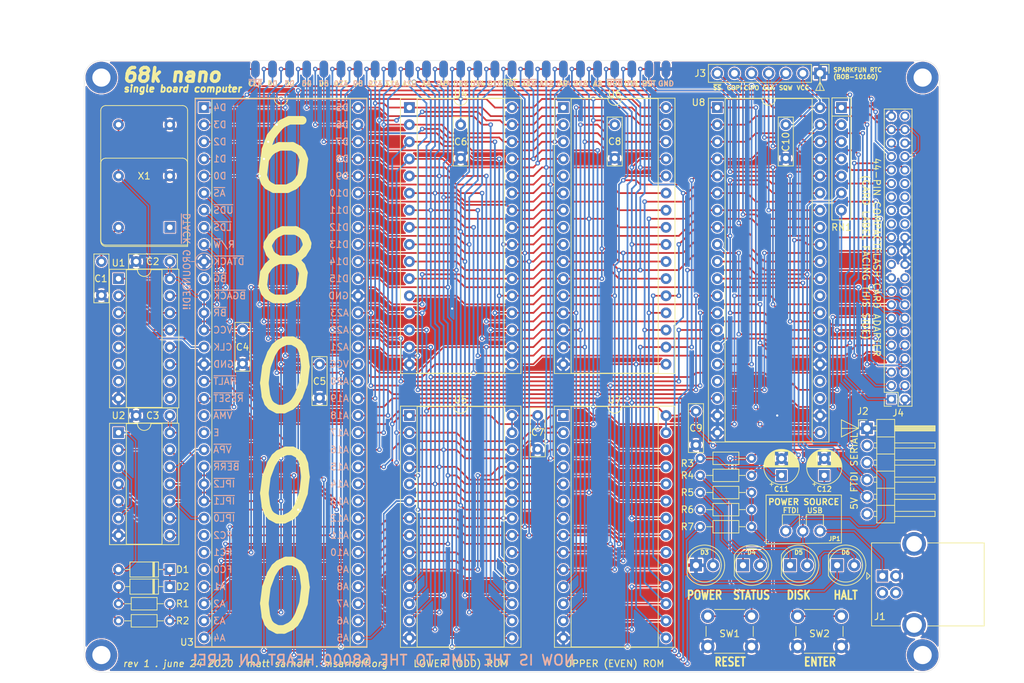
<source format=kicad_pcb>
(kicad_pcb (version 20211014) (generator pcbnew)
  (layers (0 "F.Cu" signal) (31 "B.Cu" signal) (34 "B.Paste" user) (35 "F.Paste" user) (36 "B.SilkS" user "B.Silkscreen") (37 "F.SilkS" user "F.Silkscreen") (38 "B.Mask" user) (39 "F.Mask" user) (44 "Edge.Cuts" user))
  (net 0 "")
  (net 1 "GND")
  (net 2 "/~{RESET}")
  (net 3 "VCC")
  (net 4 "/~{A22}")
  (net 5 "/RESET")
  (net 6 "/A22")
  (net 7 "/~{A20}")
  (net 8 "/A20")
  (net 9 "/~{IRQ}")
  (net 10 "/IRQ")
  (net 11 "/~{LDS}")
  (net 12 "/R,~{W}")
  (net 13 "/~{AS}")
  (net 14 "/~{RDU}")
  (net 15 "/~{WRL}")
  (net 16 "/~{WRU}")
  (net 17 "/~{RDL}")
  (net 18 "/~{UDS}")
  (net 19 "/D4")
  (net 20 "/A5")
  (net 21 "/D3")
  (net 22 "/A6")
  (net 23 "/D2")
  (net 24 "/A7")
  (net 25 "/D1")
  (net 26 "/A8")
  (net 27 "/D0")
  (net 28 "/A9")
  (net 29 "/A10")
  (net 30 "/A11")
  (net 31 "/A12")
  (net 32 "/A13")
  (net 33 "/A14")
  (net 34 "Net-(U3-Pad11)")
  (net 35 "/A15")
  (net 36 "/A16")
  (net 37 "/A17")
  (net 38 "/A18")
  (net 39 "/CPUCLK")
  (net 40 "/A19")
  (net 41 "/A21")
  (net 42 "Net-(U3-Pad19)")
  (net 43 "Net-(U3-Pad20)")
  (net 44 "/A23")
  (net 45 "/D15")
  (net 46 "/D14")
  (net 47 "/D13")
  (net 48 "/D12")
  (net 49 "Net-(U3-Pad26)")
  (net 50 "/D11")
  (net 51 "Net-(U3-Pad27)")
  (net 52 "/D10")
  (net 53 "Net-(U3-Pad28)")
  (net 54 "/D9")
  (net 55 "/A1")
  (net 56 "/D8")
  (net 57 "/A2")
  (net 58 "/D7")
  (net 59 "/A3")
  (net 60 "/D6")
  (net 61 "/A4")
  (net 62 "/D5")
  (net 63 "Net-(U8-Pad23)")
  (net 64 "Net-(U8-Pad24)")
  (net 65 "Net-(U8-Pad15)")
  (net 66 "Net-(U8-Pad29)")
  (net 67 "Net-(U8-Pad17)")
  (net 68 "Net-(X1-Pad1)")
  (net 69 "/~{HALT}")
  (net 70 "/~{CFLED}")
  (net 71 "/CFIRQ")
  (net 72 "Net-(J1-Pad3)")
  (net 73 "Net-(J1-Pad2)")
  (net 74 "Net-(J1-Pad1)")
  (net 75 "Net-(J2-Pad6)")
  (net 76 "/RXD")
  (net 77 "/TXD")
  (net 78 "Net-(J2-Pad3)")
  (net 79 "Net-(J2-Pad2)")
  (net 80 "/~{BTN1}")
  (net 81 "Net-(J4-Pad44)")
  (net 82 "Net-(J4-Pad34)")
  (net 83 "Net-(J4-Pad32)")
  (net 84 "Net-(J4-Pad29)")
  (net 85 "Net-(J4-Pad28)")
  (net 86 "Net-(J4-Pad27)")
  (net 87 "Net-(J4-Pad21)")
  (net 88 "Net-(J4-Pad20)")
  (net 89 "/RTC_CIPO")
  (net 90 "/RTC_SQW")
  (net 91 "/~{RTC_SS}")
  (net 92 "/RTC_CLK")
  (net 93 "/RTC_COPI")
  (net 94 "/~{RESETBTN}")
  (net 95 "Net-(D1-Pad1)")
  (net 96 "Net-(D3-Pad2)")
  (net 97 "Net-(D4-Pad2)")
  (net 98 "Net-(D4-Pad1)")
  (net 99 "Net-(U1-Pad9)")
  (net 100 "Net-(U1-Pad10)")
  (net 101 "Net-(U1-Pad6)")
  (net 102 "Net-(U1-Pad7)")
  (net 103 "Net-(U2-Pad3)")
  (net 104 "Net-(D5-Pad1)")
  (net 105 "Net-(D6-Pad2)")
  (net 106 "Net-(C11-Pad1)")
  (net 107 "/EXTIRQ")
  (footprint "Button_Switch_THT:SW_PUSH_6mm" (layer "F.Cu") (at 142.24 125.73 180)
    (fp_text reference "SW1")
    (fp_text value "RESET")
  )
  (footprint "Package_DIP:DIP-14_W7.62mm_Socket" (layer "F.Cu") (at 48.26 93.98)
    (fp_text reference "U2")
    (fp_text value "74HC14")
  )
  (footprint "Package_DIP:DIP-16_W7.62mm_Socket" (layer "F.Cu") (at 48.26 71.12)
    (fp_text reference "U1")
    (fp_text value "74HC139")
  )
  (footprint "Package_DIP:DIP-64_W22.86mm_Socket" (layer "F.Cu") (at 60.96 45.72)
    (fp_text reference "U3")
    (fp_text value "TMP68HC000P-12")
  )
  (footprint "Package_DIP:DIP-28_W15.24mm_Socket" (layer "F.Cu") (at 91.44 91.44)
    (fp_text reference "U5")
    (fp_text value "28C256")
  )
  (footprint "Package_DIP:DIP-28_W15.24mm_Socket" (layer "F.Cu") (at 114.3 91.44)
    (fp_text reference "U7")
    (fp_text value "28C256")
  )
  (footprint "Oscillator:Oscillator_DIP-14" (layer "F.Cu") (at 55.88 63.5 90)
    (fp_text reference "X1")
    (fp_text value "12MHz")
  )
  (footprint "Package_DIP:DIP-32_W15.24mm_Socket" (layer "F.Cu") (at 91.44 45.72)
    (fp_text reference "U4")
    (fp_text value "AS6C4008-55PCN")
  )
  (footprint "Package_DIP:DIP-40_W15.24mm_Socket" (layer "F.Cu") (at 137.16 45.72)
    (fp_text reference "U8")
    (fp_text value "TL16C550")
  )
  (footprint "Capacitor_THT:CP_Radial_D5.0mm_P2.50mm" (layer "F.Cu") (at 146.685 100.33 90)
    (fp_text reference "C11")
    (fp_text value "10uF")
  )
  (footprint "Diode_THT:D_DO-35_SOD27_P7.62mm_Horizontal" (layer "F.Cu") (at 55.88 114.3 180)
    (fp_text reference "D1")
    (fp_text value "1N5817")
  )
  (footprint "Diode_THT:D_DO-35_SOD27_P7.62mm_Horizontal" (layer "F.Cu") (at 55.88 116.84 180)
    (fp_text reference "D2")
    (fp_text value "1N5817")
  )
  (footprint "Resistor_THT:R_Axial_DIN0204_L3.6mm_D1.6mm_P7.62mm_Horizontal" (layer "F.Cu") (at 55.88 121.92 180)
    (fp_text reference "R2")
    (fp_text value "10k")
  )
  (footprint "Resistor_THT:R_Axial_DIN0204_L3.6mm_D1.6mm_P7.62mm_Horizontal" (layer "F.Cu") (at 55.88 119.38 180)
    (fp_text reference "R1")
    (fp_text value "10k")
  )
  (footprint "Oscillator:Oscillator_DIP-8" (layer "F.Cu") (at 55.88 63.5 90)
    (fp_text reference "X2" hide)
    (fp_text value "12MHz")
  )
  (footprint "Connector_PinHeader_2.00mm:PinHeader_2x22_P2.00mm_Vertical" (layer "F.Cu") (at 163 47)
    (fp_text reference "J4")
    (fp_text value "CFCARD/IDE")
  )
  (footprint "Connector_PinHeader_2.54mm:PinHeader_1x06_P2.54mm_Horizontal" (layer "F.Cu") (at 159.385 93.345)
    (fp_text reference "J2")
    (fp_text value "5V FTDI SERIAL")
  )
  (footprint "Connector_PinHeader_2.54mm:PinHeader_1x03_P2.54mm_Vertical" (layer "F.Cu") (at 147.32 108.585 90)
    (fp_text reference "JP1")
    (fp_text value "POWER SELECT")
  )
  (footprint "Connector_USB:USB_B_OST_USB-B1HSxx_Horizontal" (layer "F.Cu") (at 161.66 115.26)
    (fp_text reference "J1")
    (fp_text value "USB_B")
  )
  (footprint "Capacitor_THT:C_Rect_L7.0mm_W2.0mm_P5.00mm" (layer "F.Cu") (at 55.88 68.58 180)
    (fp_text reference "C2")
    (fp_text value "0.1uF")
  )
  (footprint "Capacitor_THT:C_Rect_L7.0mm_W2.0mm_P5.00mm" (layer "F.Cu") (at 55.88 91.44 180)
    (fp_text reference "C3")
    (fp_text value "0.1uF")
  )
  (footprint "Capacitor_THT:C_Rect_L7.0mm_W2.0mm_P5.00mm" (layer "F.Cu") (at 78.105 83.82 -90)
    (fp_text reference "C5")
    (fp_text value "0.1uF")
  )
  (footprint "Capacitor_THT:C_Rect_L7.0mm_W2.0mm_P5.00mm" (layer "F.Cu") (at 99.06 48.26 -90)
    (fp_text reference "C6")
    (fp_text value "0.1uF")
  )
  (footprint "Connector_PinHeader_2.54mm:PinHeader_1x07_P2.54mm_Vertical" (layer "F.Cu") (at 152.4 40.64 -90)
    (fp_text reference "J3")
    (fp_text value "RTC (SparkFun BOB-10160)")
  )
  (footprint "Capacitor_THT:C_Rect_L7.0mm_W2.0mm_P5.00mm" (layer "F.Cu") (at 121.92 48.26 -90)
    (fp_text reference "C8")
    (fp_text value "0.1uF")
  )
  (footprint "Capacitor_THT:C_Rect_L7.0mm_W2.0mm_P5.00mm" (layer "F.Cu") (at 133.985 90.805 -90)
    (fp_text reference "C9")
    (fp_text value "0.1uF")
  )
  (footprint "Capacitor_THT:C_Rect_L7.0mm_W2.0mm_P5.00mm" (layer "F.Cu") (at 110.49 91.44 -90)
    (fp_text reference "C7")
    (fp_text value "0.1uF")
  )
  (footprint "Capacitor_THT:C_Rect_L7.0mm_W2.0mm_P5.00mm" (layer "F.Cu") (at 147.32 48.26 -90)
    (fp_text reference "C10")
    (fp_text value "0.1uF")
  )
  (footprint "Capacitor_THT:C_Rect_L7.0mm_W2.0mm_P5.00mm" (layer "F.Cu") (at 66.675 78.74 -90)
    (fp_text reference "C4")
    (fp_text value "0.1uF")
  )
  (footprint "Capacitor_THT:C_Rect_L7.0mm_W2.0mm_P5.00mm" (layer "F.Cu") (at 45.72 68.58 -90)
    (fp_text reference "C1")
    (fp_text value "0.1uF")
  )
  (footprint "Button_Switch_THT:SW_PUSH_6mm" (layer "F.Cu") (at 155.575 125.73 180)
    (fp_text reference "SW2")
    (fp_text value "BTN1")
  )
  (footprint "LED_THT:LED_D5.0mm" (layer "F.Cu") (at 154.94 113.665)
    (fp_text reference "D6")
    (fp_text value "HALT")
  )
  (footprint "LED_THT:LED_D5.0mm" (layer "F.Cu") (at 140.97 113.665)
    (fp_text reference "D4")
    (fp_text value "LED")
  )
  (footprint "Capacitor_THT:CP_Radial_D5.0mm_P2.50mm" (layer "F.Cu") (at 153.035 100.33 90)
    (fp_text reference "C12")
    (fp_text value "10uF")
  )
  (footprint "LED_THT:LED_D5.0mm" (layer "F.Cu") (at 147.955 113.665)
    (fp_text reference "D5")
    (fp_text value "CARD")
  )
  (footprint "LED_THT:LED_D5.0mm" (layer "F.Cu") (at 133.985 113.665)
    (fp_text reference "D3")
    (fp_text value "POWER")
  )
  (footprint "MountingHole:MountingHole_2.7mm_M2.5_DIN965_Pad" (layer "F.Cu") (at 167.64 127)
    (fp_text reference "REF**" hide)
    (fp_text value "MountingHole_2.7mm_M2.5_DIN965_Pad")
  )
  (footprint "MountingHole:MountingHole_2.7mm_M2.5_DIN965_Pad" (layer "F.Cu") (at 167.64 41.275)
    (fp_text reference "REF**" hide)
    (fp_text value "MountingHole_2.7mm_M2.5_DIN965_Pad")
  )
  (footprint "MountingHole:MountingHole_2.7mm_M2.5_DIN965_Pad" (layer "F.Cu") (at 45.72 41.275)
    (fp_text reference "REF**" hide)
    (fp_text value "MountingHole_2.7mm_M2.5_DIN965_Pad")
  )
  (footprint "MountingHole:MountingHole_2.7mm_M2.5_DIN965_Pad" (layer "F.Cu") (at 45.72 127)
    (fp_text reference "REF**" hide)
    (fp_text value "MountingHole_2.7mm_M2.5_DIN965_Pad")
  )
  (footprint "Resistor_THT:R_Axial_DIN0204_L3.6mm_D1.6mm_P7.62mm_Horizontal" (layer "F.Cu") (at 134.62 107.95)
    (fp_text reference "R7")
    (fp_text value "1k*")
  )
  (footprint "Resistor_THT:R_Axial_DIN0204_L3.6mm_D1.6mm_P7.62mm_Horizontal" (layer "F.Cu") (at 134.62 97.79)
    (fp_text reference "R3")
    (fp_text value "1k")
  )
  (footprint "Resistor_THT:R_Axial_DIN0204_L3.6mm_D1.6mm_P7.62mm_Horizontal" (layer "F.Cu") (at 134.62 105.41)
    (fp_text reference "R6")
    (fp_text value "1k*")
  )
  (footprint "Resistor_THT:R_Axial_DIN0204_L3.6mm_D1.6mm_P7.62mm_Horizontal" (layer "F.Cu") (at 142.24 100.33 180)
    (fp_text reference "R4")
    (fp_text value "1k*")
  )
  (footprint "Resistor_THT:R_Axial_DIN0204_L3.6mm_D1.6mm_P7.62mm_Horizontal" (layer "F.Cu") (at 142.24 102.87 180)
    (fp_text reference "R5")
    (fp_text value "1k*")
  )
  (footprint "Resistor_THT:R_Array_SIP7" (layer "F.Cu") (at 155.575 45.72 -90)
    (fp_text reference "RN1")
    (fp_text value "10k")
  )
  (footprint "PadRows:PadRow_1x25_P2.54mm" (layer "F.Cu") (at 99.06 43.815)
    (fp_text reference "J5" hide)
    (fp_text value "EXPANSION (F.Cu)" hide)
  )
  (footprint "Package_DIP:DIP-32_W15.24mm_Socket" (layer "F.Cu") (at 114.3 45.72)
    (fp_text reference "U6")
    (fp_text value "AS6C4008-55PCN")
  )
  (footprint "PadRows:PadRow_1x25_P2.54mm" (layer "B.Cu") (at 99.06 36.195)
    (fp_text reference "J6" hide)
    (fp_text value "EXPANSION (B.Cu)" hide)
  )
  (gr_line (start 59.69 125.73) (end 59.69 44.45) (layer "B.SilkS") (width 0.12))
  (gr_line (start 59.055 68.58) (end 59.69 68.58) (layer "B.SilkS") (width 0.12))
  (gr_circle (center 60.96 68.58) (end 62.23 68.58) (layer "B.SilkS") (width 0.12) (fill none))
  (gr_line (start 85.09 125.73) (end 59.69 125.73) (layer "B.SilkS") (width 0.12))
  (gr_line (start 85.09 44.45) (end 85.09 125.73) (layer "B.SilkS") (width 0.12))
  (gr_line (start 59.69 44.45) (end 85.09 44.45) (layer "B.SilkS") (width 0.12))
  (gr_line (start 153.035 43.18) (end 152.4 41.91) (layer "F.SilkS") (width 0.12))
  (gr_line (start 155.575 94.615) (end 158.115 93.345) (layer "F.SilkS") (width 0.12))
  (gr_line (start 155.575 93.345) (end 158.115 93.345) (layer "F.SilkS") (width 0.12))
  (gr_line (start 152.908 106.172) (end 152.908 107.696) (layer "F.SilkS") (width 0.12))
  (gr_line (start 144.399 103.251) (end 155.575 103.251) (layer "F.SilkS") (width 0.12))
  (gr_line (start 152.4 41.91) (end 151.765 43.18) (layer "F.SilkS") (width 0.12))
  (gr_line (start 155.575 92.075) (end 155.575 94.615) (layer "F.SilkS") (width 0.12))
  (gr_line (start 152.4 43.18) (end 152.4 40.64) (layer "F.SilkS") (width 0.12))
  (gr_line (start 150.368 107.696) (end 150.368 106.172) (layer "F.SilkS") (width 0.12))
  (gr_line (start 149.352 106.172) (end 146.812 106.172) (layer "F.SilkS") (width 0.12))
  (gr_line (start 150.368 106.172) (end 152.908 106.172) (layer "F.SilkS") (width 0.12))
  (gr_line (start 144.399 110.49) (end 144.399 103.251) (layer "F.SilkS") (width 0.12))
  (gr_line (start 149.352 106.172) (end 149.352 107.696) (layer "F.SilkS") (width 0.12))
  (gr_line (start 155.575 110.363) (end 144.399 110.49) (layer "F.SilkS") (width 0.12))
  (gr_line (start 146.812 106.172) (end 146.812 107.696) (layer "F.SilkS") (width 0.12))
  (gr_line (start 155.575 103.251) (end 155.575 110.363) (layer "F.SilkS") (width 0.12))
  (gr_line (start 151.765 43.18) (end 153.035 43.18) (layer "F.SilkS") (width 0.12))
  (gr_line (start 158.115 93.345) (end 155.575 92.075) (layer "F.SilkS") (width 0.12))
  (gr_line (start 170.18 41.275) (end 170.18 127) (layer "Edge.Cuts") (width 0.05))
  (gr_line (start 45.72 38.735) (end 167.64 38.735) (layer "Edge.Cuts") (width 0.05))
  (gr_arc (start 45.72 129.54) (mid 43.923949 128.796051) (end 43.18 127) (layer "Edge.Cuts") (width 0.05))
  (gr_arc (start 167.64 38.735) (mid 169.436051 39.478949) (end 170.18 41.275) (layer "Edge.Cuts") (width 0.05))
  (gr_arc (start 170.18 127) (mid 169.436051 128.796051) (end 167.64 129.54) (layer "Edge.Cuts") (width 0.05))
  (gr_arc (start 43.18 41.275) (mid 43.923949 39.478949) (end 45.72 38.735) (layer "Edge.Cuts") (width 0.05))
  (gr_line (start 167.64 129.54) (end 45.72 129.54) (layer "Edge.Cuts") (width 0.05))
  (gr_line (start 43.18 127) (end 43.18 41.275) (layer "Edge.Cuts") (width 0.05))
  (gr_text "D3" (at 62.23 48.26) (layer "B.SilkS") (effects (font (size 1 1)) (justify right mirror)))
  (gr_text "D2" (at 62.23 50.8) (layer "B.SilkS") (effects (font (size 1 1)) (justify right mirror)))
  (gr_text "D1" (at 62.23 53.34) (layer "B.SilkS") (effects (font (size 1 1)) (justify right mirror)))
  (gr_text "D0" (at 62.23 55.88) (layer "B.SilkS") (effects (font (size 1 1)) (justify right mirror)))
  (gr_text "~{AS}" (at 62.23 58.42) (layer "B.SilkS") (effects (font (size 1 1)) (justify right mirror)))
  (gr_text "~{UDS}" (at 62.23 60.96) (layer "B.SilkS") (effects (font (size 1 1)) (justify right mirror)))
  (gr_text "~{LDS}" (at 62.23 63.5) (layer "B.SilkS") (effects (font (size 1 1)) (justify right mirror)))
  (gr_text "R/~{W}" (at 62.23 66.04) (layer "B.SilkS") (effects (font (size 1 1)) (justify right mirror)))
  (gr_text "~{DTACK}" (at 62.23 68.58) (layer "B.SilkS") (effects (font (size 1 1)) (justify right mirror)))
  (gr_text "~{BG}" (at 62.23 71.12) (layer "B.SilkS") (effects (font (size 1 1)) (justify right mirror)))
  (gr_text "~{BGACK}" (at 62.23 73.66) (layer "B.SilkS") (effects (font (size 1 1)) (justify right mirror)))
  (gr_text "~{BR}" (at 62.23 76.2) (layer "B.SilkS") (effects (font (size 1 1)) (justify right mirror)))
  (gr_text "VCC" (at 62.23 78.74) (layer "B.SilkS") (effects (font (size 1 1)) (justify right mirror)))
  (gr_text "CLK" (at 62.23 81.28) (layer "B.SilkS") (effects (font (size 1 1)) (justify right mirror)))
  (gr_text "GND" (at 62.23 83.82) (layer "B.SilkS") (effects (font (size 1 1)) (justify right mirror)))
  (gr_text "~{HALT}" (at 62.23 86.36) (layer "B.SilkS") (effects (font (size 1 1)) (justify right mirror)))
  (gr_text "~{RESET}" (at 62.23 88.9) (layer "B.SilkS") (effects (font (size 1 1)) (justify right mirror)))
  (gr_text "~{VMA}" (at 62.23 91.44) (layer "B.SilkS") (effects (font (size 1 1)) (justify right mirror)))
  (gr_text "E" (at 62.23 93.98) (layer "B.SilkS") (effects (font (size 1 1)) (justify right mirror)))
  (gr_text "~{VPA}" (at 62.23 96.52) (layer "B.SilkS") (effects (font (size 1 1)) (justify right mirror)))
  (gr_text "~{BERR}" (at 62.23 99.06) (layer "B.SilkS") (effects (font (size 1 1)) (justify right mirror)))
  (gr_text "~{IPL2}" (at 62.23 101.6) (layer "B.SilkS") (effects (font (size 1 1)) (justify right mirror)))
  (gr_text "~{IPL1}" (at 62.23 104.14) (layer "B.SilkS") (effects (font (size 1 1)) (justify right mirror)))
  (gr_text "~{IPL0}" (at 62.23 106.68) (layer "B.SilkS") (effects (font (size 1 1)) (justify right mirror)))
  (gr_text "FC2" (at 62.23 109.22) (layer "B.SilkS") (effects (font (size 1 1)) (justify right mirror)))
  (gr_text "FC1" (at 62.23 111.76) (layer "B.SilkS") (effects (font (size 1 1)) (justify right mirror)))
  (gr_text "FC0" (at 62.23 114.3) (layer "B.SilkS") (effects (font (size 1 1)) (justify right mirror)))
  (gr_text "A1" (at 62.23 116.84) (layer "B.SilkS") (effects (font (size 1 1)) (justify right mirror)))
  (gr_text "A2" (at 62.23 119.38) (layer "B.SilkS") (effects (font (size 1 1)) (justify right mirror)))
  (gr_text "A3" (at 62.23 121.92) (layer "B.SilkS") (effects (font (size 1 1)) (justify right mirror)))
  (gr_text "A4" (at 62.23 124.46) (layer "B.SilkS") (effects (font (size 1 1)) (justify right mirror)))
  (gr_text "A5" (at 82.55 124.46) (layer "B.SilkS") (effects (font (size 1 1)) (justify left mirror)))
  (gr_text "A6" (at 82.55 121.92) (layer "B.SilkS") (effects (font (size 1 1)) (justify left mirror)))
  (gr_text "A7" (at 82.55 119.38) (layer "B.SilkS") (effects (font (size 1 1)) (justify left mirror)))
  (gr_text "A8" (at 82.55 116.84) (layer "B.SilkS") (effects (font (size 1 1)) (justify left mirror)))
  (gr_text "A9" (at 82.55 114.3) (layer "B.SilkS") (effects (font (size 1 1)) (justify left mirror)))
  (gr_text "A10" (at 82.55 111.76) (layer "B.SilkS") (effects (font (size 1 1)) (justify left mirror)))
  (gr_text "A11" (at 82.55 109.22) (layer "B.SilkS") (effects (font (size 1 1)) (justify left mirror)))
  (gr_text "A12" (at 82.55 106.68) (layer "B.SilkS") (effects (font (size 1 1)) (justify left mirror)))
  (gr_text "A13" (at 82.55 104.14) (layer "B.SilkS") (effects (font (size 1 1)) (justify left mirror)))
  (gr_text "A14" (at 82.55 101.6) (layer "B.SilkS") (effects (font (size 1 1)) (justify left mirror)))
  (gr_text "A15" (at 82.55 99.06) (layer "B.SilkS") (effects (font (size 1 1)) (justify left mirror)))
  (gr_text "A16" (at 82.55 96.52) (layer "B.SilkS") (effects (font (size 1 1)) (justify left mirror)))
  (gr_text "A17" (at 82.55 93.98) (layer "B.SilkS") (effects (font (size 1 1)) (justify left mirror)))
  (gr_text "A18" (at 82.55 91.44) (layer "B.SilkS") (effects (font (size 1 1)) (justify left mirror)))
  (gr_text "A19" (at 82.55 88.9) (layer "B.SilkS") (effects (font (size 1 1)) (justify left mirror)))
  (gr_text "A20" (at 82.55 86.36) (layer "B.SilkS") (effects (font (size 1 1)) (justify left mirror)))
  (gr_text "VCC" (at 82.55 83.82) (layer "B.SilkS") (effects (font (size 1 1)) (justify left mirror)))
  (gr_text "A21" (at 82.55 81.28) (layer "B.SilkS") (effects (font (size 1 1)) (justify left mirror)))
  (gr_text "A22" (at 82.55 78.74) (layer "B.SilkS") (effects (font (size 1 1)) (justify left mirror)))
  (gr_text "A23" (at 82.55 76.2) (layer "B.SilkS") (effects (font (size 1 1)) (justify left mirror)))
  (gr_text "GND" (at 82.55 73.66) (layer "B.SilkS") (effects (font (size 1 1)) (justify left mirror)))
  (gr_text "D15" (at 82.55 71.12) (layer "B.SilkS") (effects (font (size 1 1)) (justify left mirror)))
  (gr_text "D14" (at 82.55 68.58) (layer "B.SilkS") (effects (font (size 1 1)) (justify left mirror)))
  (gr_text "D13" (at 82.55 66.04) (layer "B.SilkS") (effects (font (size 1 1)) (justify left mirror)))
  (gr_text "D12" (at 82.55 63.5) (layer "B.SilkS") (effects (font (size 1 1)) (justify left mirror)))
  (gr_text "D11" (at 82.55 60.96) (layer "B.SilkS") (effects (font (size 1 1)) (justify left mirror)))
  (gr_text "D10" (at 82.55 58.42) (layer "B.SilkS") (effects (font (size 1 1)) (justify left mirror)))
  (gr_text "D9" (at 82.55 55.88) (layer "B.SilkS") (effects (font (size 1 1)) (justify left mirror)))
  (gr_text "D8" (at 82.55 53.34) (layer "B.SilkS") (effects (font (size 1 1)) (justify left mirror)))
  (gr_text "D7" (at 82.55 50.8) (layer "B.SilkS") (effects (font (size 1 1)) (justify left mirror)))
  (gr_text "D6" (at 82.55 48.26) (layer "B.SilkS") (effects (font (size 1 1)) (justify left mirror)))
  (gr_text "D5" (at 82.55 45.72) (layer "B.SilkS") (effects (font (size 1 1)) (justify left mirror)))
  (gr_text "GND" (at 129.54 42.164) (layer "B.SilkS") (effects (font (size 0.762 0.762)) (justify mirror)))
  (gr_text "IRQ" (at 127 42.164) (layer "B.SilkS") (effects (font (size 0.762 0.762)) (justify mirror)))
  (gr_text "A3" (at 124.46 42.164) (layer "B.SilkS") (effects (font (size 0.762 0.762)) (justify mirror)))
  (gr_text "~{RDU}" (at 121.92 42.164) (layer "B.SilkS") (effects (font (size 0.762 0.762)) (justify mirror)))
  (gr_text "A1" (at 119.38 42.164) (layer "B.SilkS") (effects (font (size 0.762 0.762)) (justify mirror)))
  (gr_text "A12" (at 116.84 42.164) (layer "B.SilkS") (effects (font (size 0.762 0.762)) (justify mirror)))
  (gr_text "A15" (at 114.3 42.164) (layer "B.SilkS") (effects (font (size 0.762 0.762)) (justify mirror)))
  (gr_text "A14" (at 111.76 42.164) (layer "B.SilkS") (effects (font (size 0.762 0.762)) (justify mirror)))
  (gr_text "~{WRL}" (at 109.22 42.164) (layer "B.SilkS") (effects (font (size 0.762 0.762)) (justify mirror)))
  (gr_text "A4" (at 106.68 42.164) (layer "B.SilkS") (effects (font (size 0.762 0.762)) (justify mirror)))
  (gr_text "D12" (at 104.14 42.164) (layer "B.SilkS") (effects (font (size 0.762 0.762)) (justify mirror)))
  (gr_text "A5" (at 101.6 42.164) (layer "B.SilkS") (effects (font (size 0.762 0.762)) (justify mirror)))
  (gr_text "VCC" (at 99.06 42.164) (layer "B.SilkS") (effects (font (size 0.762 0.762)) (justify mirror)))
  (gr_text "A10" (at 96.52 42.164) (layer "B.SilkS") (effects (font (size 0.762 0.762)) (justify mirror)))
  (gr_text "A7" (at 93.98 42.164) (layer "B.SilkS") (effects (font (size 0.762 0.762)) (justify mirror)))
  (gr_text "A21" (at 91.44 42.164) (layer "B.SilkS") (effects (font (size 0.762 0.762)) (justify mirror)))
  (gr_text "A17" (at 88.9 42.164) (layer "B.SilkS") (effects (font (size 0.762 0.762)) (justify mirror)))
  (gr_text "A19" (at 86.36 42.164) (layer "B.SilkS") (effects (font (size 0.762 0.762)) (justify mirror)))
  (gr_text "D9" (at 83.82 42.164) (layer "B.SilkS") (effects (font (size 0.762 0.762)) (justify mirror)))
  (gr_text "A20" (at 81.28 42.164) (layer "B.SilkS") (effects (font (size 0.762 0.762)) (justify mirror)))
  (gr_text "D7" (at 78.74 42.164) (layer "B.SilkS") (effects (font (size 0.762 0.762)) (justify mirror)))
  (gr_text "D5" (at 76.2 42.164) (layer "B.SilkS") (effects (font (size 0.762 0.762)) (justify mirror)))
  (gr_text "D3" (at 73.66 42.164) (layer "B.SilkS") (effects (font (size 0.762 0.762)) (justify mirror)))
  (gr_text "D1" (at 71.12 42.164) (layer "B.SilkS") (effects (font (size 0.762 0.762)) (justify mirror)))
  (gr_text "~{RST}" (at 68.58 42.164) (layer "B.SilkS") (effects (font (size 0.762 0.762)) (justify mirror)))
  (gr_text "NOW IS THE TIME TO THE 68000 HEART ON FIRE!" (at 87.63 127.762) (layer "B.SilkS") (effects (font (size 1.524 1.524) (thickness 0.254)) (justify mirror)))
  (gr_text "D4" (at 62.23 45.72) (layer "B.SilkS") (effects (font (size 1 1)) (justify right mirror)))
  (gr_text "~{DTACK} GROUNDED!!" (at 58.42 68.58 90) (layer "B.SilkS") (effects (font (size 1 1)) (justify mirror)))
  (gr_text "6\n8\n0\n0\n0" (at 72.39 85.852) (layer "F.SilkS") (effects (font (size 10.16 10.16) (thickness 1.27) italic)))
  (gr_text "SQW" (at 147.32 42.799) (layer "F.SilkS") (effects (font (size 0.635 0.635))))
  (gr_text "CLK" (at 144.78 42.799) (layer "F.SilkS") (effects (font (size 0.635 0.635))))
  (gr_text "CIPO" (at 142.24 42.799) (layer "F.SilkS") (effects (font (size 0.635 0.635))))
  (gr_text "COPI" (at 139.7 42.799) (layer "F.SilkS") (effects (font (size 0.635 0.635))))
  (gr_text "~{SS}" (at 137.16 42.799) (layer "F.SilkS") (effects (font (size 0.635 0.635))))
  (gr_text "HALT" (at 156.21 118.11) (layer "F.SilkS") (effects (font (size 1.27 1.016) (thickness 0.254))))
  (gr_text "STATUS" (at 142.24 118.11) (layer "F.SilkS") (effects (font (size 1.27 1.016) (thickness 0.254))))
  (gr_text "DISK" (at 149.225 118.11) (layer "F.SilkS") (effects (font (size 1.27 1.016) (thickness 0.254))))
  (gr_text "RESET" (at 139.065 128.016) (layer "F.SilkS") (effects (font (size 1.27 1.016) (thickness 0.254))))
  (gr_text "ENTER" (at 152.4 128.016) (layer "F.SilkS") (effects (font (size 1.27 1.016) (thickness 0.254))))
  (gr_text "FTDI" (at 148.082 105.537) (layer "F.SilkS") (effects (font (size 0.762 0.762))))
  (gr_text "POWER SOURCE" (at 149.987 104.267) (layer "F.SilkS") (effects (font (size 0.889 0.889) (thickness 0.1905))))
  (gr_text "LOWER (ODD) ROM" (at 99.06 128.27) (layer "F.SilkS") (effects (font (size 1 1))))
  (gr_text "68k nano" (at 56.261 40.894) (layer "F.SilkS") (effects (font (size 2.032 2.032) (thickness 0.508) italic)))
  (gr_text "single board computer" (at 57.785 42.926) (layer "F.SilkS") (effects (font (size 1.016 1.016) (thickness 0.254) italic)))
  (gr_text "D0" (at 71.12 42.164) (layer "F.SilkS") (effects (font (size 0.762 0.762))))
  (gr_text "D2" (at 73.66 42.164) (layer "F.SilkS") (effects (font (size 0.762 0.762))))
  (gr_text "D4" (at 76.2 42.164) (layer "F.SilkS") (effects (font (size 0.762 0.762))))
  (gr_text "D6" (at 78.74 42.164) (layer "F.SilkS") (effects (font (size 0.762 0.762))))
  (gr_text "A22" (at 81.28 42.164) (layer "F.SilkS") (effects (font (size 0.762 0.762))))
  (gr_text "D8" (at 83.82 42.164) (layer "F.SilkS") (effects (font (size 0.762 0.762))))
  (gr_text "A23" (at 86.36 42.164) (layer "F.SilkS") (effects (font (size 0.762 0.762))))
  (gr_text "A16" (at 88.9 42.164) (layer "F.SilkS") (effects (font (size 0.762 0.762))))
  (gr_text "A18" (at 91.44 42.164) (layer "F.SilkS") (effects (font (size 0.762 0.762))))
  (gr_text "A6" (at 93.98 42.164) (layer "F.SilkS") (effects (font (size 0.762 0.762))))
  (gr_text "A8" (at 96.52 42.164) (layer "F.SilkS") (effects (font (size 0.762 0.762))))
  (gr_text "D15" (at 99.06 42.164) (layer "F.SilkS") (effects (font (size 0.762 0.762))))
  (gr_text "D14" (at 101.6 42.164) (layer "F.SilkS") (effects (font (size 0.762 0.762))))
  (gr_text "D13" (at 104.14 42.164) (layer "F.SilkS") (effects (font (size 0.762 0.762))))
  (gr_text "~{RDL}" (at 106.426 42.164) (layer "F.SilkS") (effects (font (size 0.762 0.762))))
  (gr_text "A11" (at 109.22 42.164) (layer "F.SilkS") (effects (font (size 0.762 0.762))))
  (gr_text "A13" (at 111.76 42.164) (layer "F.SilkS") (effects (font (size 0.762 0.762))))
  (gr_text "A9" (at 114.3 42.164) (layer "F.SilkS") (effects (font (size 0.762 0.762))))
  (gr_text "D10" (at 116.84 42.164) (layer "F.SilkS") (effects (font (size 0.762 0.762))))
  (gr_text "A2" (at 119.38 42.164) (layer "F.SilkS") (effects (font (size 0.762 0.762))))
  (gr_text "~{WRU}" (at 121.92 42.164) (layer "F.SilkS") (effects (font (size 0.762 0.762))))
  (gr_text "D11" (at 124.46 42.164) (layer "F.SilkS") (effects (font (size 0.762 0.762))))
  (gr_text "RST" (at 127 42.164) (layer "F.SilkS") (effects (font (size 0.762 0.762))))
  (gr_text "GND" (at 129.54 42.164) (layer "F.SilkS") (effects (font (size 0.762 0.762))))
  (gr_text "44-PIN COMPACTFLASH CARD ADAPTER\n(CARD LABEL FACING THIS SIDE)" (at 160.02 67.945 270) (layer "F.SilkS") (effects (font (size 1 1))))
  (gr_text "CLK" (at 68.58 42.164) (layer "F.SilkS") (effects (font (size 0.762 0.762))))
  (gr_text "5V FTDI SERIAL" (at 157.48 99.695 90) (layer "F.SilkS") (effects (font (size 1 1))))
  (gr_text "POWER" (at 135.255 118.11) (layer "F.SilkS") (effects (font (size 1.27 1.016) (thickness 0.254))))
  (gr_text "SPARKFUN RTC\n(BOB-10160)" (at 154.305 40.64) (layer "F.SilkS") (effects (font (size 0.635 0.635)) (justify left)))
  (gr_text "UPPER (EVEN) ROM" (at 121.92 128.27) (layer "F.SilkS") (effects (font (size 1 1))))
  (gr_text "VCC" (at 149.86 42.799) (layer "F.SilkS") (effects (font (size 0.635 0.635))))
  (gr_text "USB" (at 151.638 105.537) (layer "F.SilkS") (effects (font (size 0.762 0.762))))
  (gr_text "rev 1 . june 24 2020 . matt sarnoff . msarnoff.org" (at 68.58 128.27) (layer "F.SilkS") (effects (font (size 1 1) (thickness 0.15) italic)))
  (segment (start 152.4 91.44) (end 146.05 91.44) (width 0.254) (layer "F.Cu") (net 1))
  (via (at 97.79 75.565) (size 0.6858) (drill 0.3302) (layers "F.Cu" "B.Cu") (net 1))
  (via (at 146.05 91.44) (size 0.6858) (drill 0.3302) (layers "F.Cu" "B.Cu") (net 1))
  (segment (start 46.99 115.57) (end 46.99 120.65) (width 0.254) (layer "F.Cu") (net 2))
  (segment (start 64.135 88.9) (end 65.405 90.17) (width 0.254) (layer "F.Cu") (net 2))
  (segment (start 50.165 93.98) (end 53.975 90.17) (width 0.254) (layer "F.Cu") (net 2))
  (segment (start 156.845 43.815) (end 67.31 43.815) (width 0.254) (layer "F.Cu") (net 2))
  (segment (start 46.99 120.65) (end 48.26 121.92) (width 0.254) (layer "F.Cu") (net 2))
  (segment (start 60.96 88.9) (end 64.135 88.9) (width 0.254) (layer "F.Cu") (net 2))
  (segment (start 53.975 90.17) (end 59.69 90.17) (width 0.254) (layer "F.Cu") (net 2))
  (segment (start 48.26 114.3) (end 46.99 115.57) (width 0.254) (layer "F.Cu") (net 2))
  (segment (start 59.69 90.17) (end 60.96 88.9) (width 0.254) (layer "F.Cu") (net 2))
  (segment (start 48.26 93.98) (end 50.165 93.98) (width 0.254) (layer "F.Cu") (net 2))
  (via (at 65.405 90.17) (size 0.6858) (drill 0.3302) (layers "F.Cu" "B.Cu") (net 2))
  (via (at 156.845 43.815) (size 0.6858) (drill 0.3302) (layers "F.Cu" "B.Cu") (net 2))
  (via (at 67.31 43.815) (size 0.6858) (drill 0.3302) (layers "F.Cu" "B.Cu") (net 2))
  (segment (start 50.8 113.03) (end 49.53 114.3) (width 0.254) (layer "B.Cu") (net 2))
  (segment (start 65.405 90.17) (end 65.405 45.72) (width 0.254) (layer "B.Cu") (net 2))
  (segment (start 68.58 42.545) (end 65.405 45.72) (width 0.254) (layer "B.Cu") (net 2))
  (segment (start 49.53 93.98) (end 50.8 95.25) (width 0.254) (layer "B.Cu") (net 2))
  (segment (start 156.21 85.725) (end 156.21 70.485) (width 0.254) (layer "B.Cu") (net 2))
  (segment (start 50.8 95.25) (end 50.8 113.03) (width 0.254) (layer "B.Cu") (net 2))
  (segment (start 68.58 40.005) (end 68.58 42.545) (width 0.254) (layer "B.Cu") (net 2))
  (segment (start 49.53 114.3) (end 48.26 114.3) (width 0.254) (layer "B.Cu") (net 2))
  (segment (start 159.485 89) (end 156.21 85.725) (width 0.254) (layer "B.Cu") (net 2))
  (segment (start 163 89) (end 159.485 89) (width 0.254) (layer "B.Cu") (net 2))
  (segment (start 156.21 70.485) (end 156.845 69.85) (width 0.254) (layer "B.Cu") (net 2))
  (segment (start 48.26 93.98) (end 49.53 93.98) (width 0.254) (layer "B.Cu") (net 2))
  (segment (start 156.845 69.85) (end 156.845 43.815) (width 0.254) (layer "B.Cu") (net 2))
  (segment (start 118.745 90.17) (end 128.27 90.17) (width 0.254) (layer "F.Cu") (net 3))
  (segment (start 158.75 45.72) (end 155.575 45.72) (width 0.254) (layer "F.Cu") (net 3))
  (segment (start 111.125 44.45) (end 118.745 44.45) (width 0.254) (layer "F.Cu") (net 3))
  (segment (start 59.055 120.65) (end 72.39 120.65) (width 0.254) (layer "F.Cu") (net 3))
  (segment (start 131.445 91.44) (end 132.08 90.805) (width 0.254) (layer "F.Cu") (net 3))
  (segment (start 109.855 45.72) (end 111.125 44.45) (width 0.254) (layer "F.Cu") (net 3))
  (segment (start 128.27 90.17) (end 128.905 90.805) (width 0.254) (layer "F.Cu") (net 3))
  (segment (start 163 49) (end 165 49) (width 0.254) (layer "F.Cu") (net 3))
  (segment (start 121.92 48.26) (end 120.65 48.26) (width 0.254) (layer "F.Cu") (net 3))
  (segment (start 132.08 90.805) (end 133.985 90.805) (width 0.254) (layer "F.Cu") (net 3))
  (segment (start 162.03 49) (end 158.75 45.72) (width 0.254) (layer "F.Cu") (net 3))
  (segment (start 129.54 45.72) (end 132.08 45.72) (width 0.254) (layer "F.Cu") (net 3))
  (segment (start 152.4 45.72) (end 155.575 45.72) (width 0.254) (layer "F.Cu") (net 3))
  (segment (start 132.08 45.72) (end 133.35 44.45) (width 0.254) (layer "F.Cu") (net 3))
  (segment (start 106.68 93.98) (end 107.315 93.98) (width 0.254) (layer "F.Cu") (net 3))
  (segment (start 145.415 45.72) (end 152.4 45.72) (width 0.254) (layer "F.Cu") (net 3))
  (segment (start 45.72 66.04) (end 48.26 63.5) (width 0.254) (layer "F.Cu") (net 3))
  (segment (start 125.73 45.72) (end 129.54 45.72) (width 0.254) (layer "F.Cu") (net 3))
  (segment (start 60.96 104.14) (end 72.39 104.14) (width 0.254) (layer "F.Cu") (net 3))
  (segment (start 59.055 95.25) (end 69.85 95.25) (width 0.254) (layer "F.Cu") (net 3))
  (segment (start 124.46 44.45) (end 125.73 45.72) (width 0.254) (layer "F.Cu") (net 3))
  (segment (start 55.88 121.92) (end 57.785 121.92) (width 0.254) (layer "F.Cu") (net 3))
  (segment (start 113.03 92.71) (end 112.395 93.345) (width 0.254) (layer "F.Cu") (net 3))
  (segment (start 139.7 97.155) (end 139.7 100.33) (width 0.254) (layer "F.Cu") (net 3))
  (segment (start 139.7 100.33) (end 142.24 102.87) (width 0.254) (layer "F.Cu") (net 3))
  (segment (start 57.785 121.92) (end 59.055 120.65) (width 0.254) (layer "F.Cu") (net 3))
  (segment (start 133.35 44.45) (end 144.145 44.45) (width 0.254) (layer "F.Cu") (net 3))
  (segment (start 144.145 44.45) (end 145.415 45.72) (width 0.254) (layer "F.Cu") (net 3))
  (segment (start 102.87 44.45) (end 72.39 44.45) (width 0.254) (layer "F.Cu") (net 3))
  (segment (start 149.86 106.68) (end 153.035 103.505) (width 0.254) (layer "F.Cu") (net 3))
  (segment (start 55.88 71.12) (end 48.26 63.5) (width 0.254) (layer "F.Cu") (net 3))
  (segment (start 110.49 91.44) (end 106.68 91.44) (width 0.254) (layer "F.Cu") (net 3))
  (segment (start 153.035 103.505) (end 153.035 100.33) (width 0.254) (layer "F.Cu") (net 3))
  (segment (start 120.65 48.26) (end 120.015 47.625) (width 0.254) (layer "F.Cu") (net 3))
  (segment (start 128.905 90.805) (end 129.54 91.44) (width 0.254) (layer "F.Cu") (net 3))
  (segment (start 106.68 45.72) (end 104.14 45.72) (width 0.254) (layer "F.Cu") (net 3))
  (segment (start 163 49) (end 162.03 49) (width 0.254) (layer "F.Cu") (net 3))
  (segment (start 45.72 68.58) (end 45.72 66.04) (width 0.254) (layer "F.Cu") (net 3))
  (segment (start 138.43 95.885) (end 139.7 97.155) (width 0.254) (layer "F.Cu") (net 3))
  (segment (start 120.015 47.625) (end 118.745 47.625) (width 0.254) (layer "F.Cu") (net 3))
  (segment (start 104.14 45.72) (end 102.87 44.45) (width 0.254) (layer "F.Cu") (net 3))
  (segment (start 129.54 91.44) (end 131.445 91.44) (width 0.254) (layer "F.Cu") (net 3))
  (segment (start 57.785 93.98) (end 59.055 95.25) (width 0.254) (layer "F.Cu") (net 3))
  (segment (start 118.745 92.71) (end 113.03 92.71) (width 0.254) (layer "F.Cu") (net 3))
  (segment (start 149.86 108.585) (end 149.86 106.68) (width 0.254) (layer "F.Cu") (net 3))
  (segment (start 60.96 78.74) (end 72.39 78.74) (width 0.254) (layer "F.Cu") (net 3))
  (segment (start 72.39 83.82) (end 83.82 83.82) (width 0.254) (layer "F.Cu") (net 3))
  (segment (start 112.395 93.345) (end 110.49 93.345) (width 0.254) (layer "F.Cu") (net 3))
  (segment (start 106.68 45.72) (end 109.855 45.72) (width 0.254) (layer "F.Cu") (net 3))
  (segment (start 118.745 44.45) (end 124.46 44.45) (width 0.254) (layer "F.Cu") (net 3))
  (segment (start 69.85 95.25) (end 72.39 97.79) (width 0.254) (layer "F.Cu") (net 3))
  (segment (start 55.88 93.98) (end 57.785 93.98) (width 0.254) (layer "F.Cu") (net 3))
  (segment (start 136.525 95.885) (end 138.43 95.885) (width 0.254) (layer "F.Cu") (net 3))
  (segment (start 55.88 121.92) (end 55.88 119.38) (width 0.254) (layer "F.Cu") (net 3))
  (via (at 72.39 78.74) (size 0.6858) (drill 0.3302) (layers "F.Cu" "B.Cu") (net 3))
  (via (at 72.39 44.45) (size 0.6858) (drill 0.3302) (layers "F.Cu" "B.Cu") (net 3))
  (via (at 72.39 83.82) (size 0.6858) (drill 0.3302) (layers "F.Cu" "B.Cu") (net 3))
  (via (at 118.745 47.625) (size 0.6858) (drill 0.3302) (layers "F.Cu" "B.Cu") (net 3))
  (via (at 118.745 92.71) (size 0.6858) (drill 0.3302) (layers "F.Cu" "B.Cu") (net 3))
  (via (at 72.39 120.65) (size 0.6858) (drill 0.3302) (layers "F.Cu" "B.Cu") (net 3))
  (via (at 118.745 44.45) (size 0.6858) (drill 0.3302) (layers "F.Cu" "B.Cu") (net 3))
  (via (at 99.06 44.45) (size 0.6858) (drill 0.3302) (layers "F.Cu" "B.Cu") (net 3))
  (via (at 110.49 93.345) (size 0.6858) (drill 0.3302) (layers "F.Cu" "B.Cu") (net 3))
  (via (at 72.39 104.14) (size 0.6858) (drill 0.3302) (layers "F.Cu" "B.Cu") (net 3))
  (via (at 136.525 95.885) (size 0.6858) (drill 0.3302) (layers "F.Cu" "B.Cu") (net 3))
  (via (at 118.745 90.17) (size 0.6858) (drill 0.3302) (layers "F.Cu" "B.Cu") (net 3))
  (via (at 72.39 97.79) (size 0.6858) (drill 0.3302) (layers "F.Cu" "B.Cu") (net 3))
  (segment (start 144.78 110.49) (end 149.86 110.49) (width 0.254) (layer "B.Cu") (net 3))
  (segment (start 55.88 68.58) (end 55.88 71.12) (width 0.254) (layer "B.Cu") (net 3))
  (segment (start 149.86 42.04863) (end 149.86 40.64) (width 0.254) (layer "B.Cu") (net 3))
  (segment (start 142.24 107.95) (end 144.78 110.49) (width 0.254) (layer "B.Cu") (net 3))
  (segment (start 57.15 71.12) (end 55.88 71.12) (width 0.254) (layer "B.Cu") (net 3))
  (segment (start 133.985 93.345) (end 136.525 95.885) (width 0.254) (layer "B.Cu") (net 3))
  (segment (start 60.96 99.06) (end 60.96 100.19137) (width 0.254) (layer "B.Cu") (net 3))
  (segment (start 167 52) (end 166 53) (width 0.254) (layer "B.Cu") (net 3))
  (segment (start 151.13 45.72) (end 152.4 45.72) (width 0.254) (layer "B.Cu") (net 3))
  (segment (start 110.49 91.44) (end 110.49 93.345) (width 0.254) (layer "B.Cu") (net 3))
  (segment (start 72.39 104.14) (end 72.39 120.65) (width 0.254) (layer "B.Cu") (net 3))
  (segment (start 99.06 44.45) (end 99.06 40.005) (width 0.254) (layer "B.Cu") (net 3))
  (segment (start 99.06 48.26) (end 99.06 44.45) (width 0.254) (layer "B.Cu") (net 3))
  (segment (start 148.59 48.26) (end 151.13 45.72) (width 0.254) (layer "B.Cu") (net 3))
  (segment (start 149.86 108.585) (end 149.86 110.49) (width 0.254) (layer "B.Cu") (net 3))
  (segment (start 167 50) (end 167 52) (width 0.254) (layer "B.Cu") (net 3))
  (segment (start 72.39 44.45) (end 72.39 78.74) (width 0.254) (layer "B.Cu") (net 3))
  (segment (start 147.32 48.26) (end 148.59 48.26) (width 0.254) (layer "B.Cu") (net 3))
  (segment (start 72.39 78.74) (end 72.39 83.82) (width 0.254) (layer "B.Cu") (net 3))
  (segment (start 166 49) (end 167 50) (width 0.254) (layer "B.Cu") (net 3))
  (segment (start 118.745 90.17) (end 118.745 92.71) (width 0.254) (layer "B.Cu") (net 3))
  (segment (start 60.96 73.66) (end 59.69 73.66) (width 0.254) (layer "B.Cu") (net 3))
  (segment (start 60.96 100.19137) (end 60.96 101.6) (width 0.254) (layer "B.Cu") (net 3))
  (segment (start 150.495 111.125) (end 150.495 113.665) (width 0.254) (layer "B.Cu") (net 3))
  (segment (start 118.745 90.17) (end 118.745 44.45) (width 0.254) (layer "B.Cu") (net 3))
  (segment (start 60.96 73.66) (end 60.96 76.2) (width 0.254) (layer "B.Cu") (net 3))
  (segment (start 149.86 110.49) (end 150.495 111.125) (width 0.254) (layer "B.Cu") (net 3))
  (segment (start 55.88 91.44) (end 55.88 93.98) (width 0.254) (layer "B.Cu") (net 3))
  (segment (start 165 49) (end 166 49) (width 0.254) (layer "B.Cu") (net 3))
  (segment (start 166 53) (end 165 53) (width 0.254) (layer "B.Cu") (net 3))
  (segment (start 60.96 104.14) (end 60.96 101.6) (width 0.254) (layer "B.Cu") (net 3))
  (segment (start 152.4 45.72) (end 152.4 44.58863) (width 0.254) (layer "B.Cu") (net 3))
  (segment (start 72.39 83.82) (end 72.39 97.79) (width 0.254) (layer "B.Cu") (net 3))
  (segment (start 142.24 102.87) (end 142.24 105.41) (width 0.254) (layer "B.Cu") (net 3))
  (segment (start 60.96 78.74) (end 60.96 76.2) (width 0.254) (layer "B.Cu") (net 3))
  (segment (start 152.4 44.58863) (end 149.86 42.04863) (width 0.254) (layer "B.Cu") (net 3))
  (segment (start 129.54 91.44) (end 129.54 93.98) (width 0.254) (layer "B.Cu") (net 3))
  (segment (start 106.68 92.57137) (end 106.68 93.98) (width 0.254) (layer "B.Cu") (net 3))
  (segment (start 133.985 90.805) (end 133.985 93.345) (width 0.254) (layer "B.Cu") (net 3))
  (segment (start 72.39 97.79) (end 72.39 104.14) (width 0.254) (layer "B.Cu") (net 3))
  (segment (start 106.68 91.44) (end 106.68 92.57137) (width 0.254) (layer "B.Cu") (net 3))
  (segment (start 142.24 107.95) (end 142.24 105.41) (width 0.254) (layer "B.Cu") (net 3))
  (segment (start 59.69 73.66) (end 57.15 71.12) (width 0.254) (layer "B.Cu") (net 3))
  (segment (start 94.615 70.485) (end 94.615 70.485) (width 0.254) (layer "F.Cu") (net 4))
  (segment (start 64.135 111.76) (end 67.945 111.76) (width 0.254) (layer "F.Cu") (net 4))
  (segment (start 106.68 71.12) (end 99.695 71.12) (width 0.254) (layer "F.Cu") (net 4))
  (segment (start 109.855 71.12) (end 111.125 69.85) (width 0.254) (layer "F.Cu") (net 4))
  (segment (start 57.785 109.22) (end 59.055 110.49) (width 0.254) (layer "F.Cu") (net 4))
  (segment (start 93.345 74.93) (end 88.9 74.93) (width 0.254) (layer "F.Cu") (net 4))
  (segment (start 55.88 109.22) (end 57.785 109.22) (width 0.254) (layer "F.Cu") (net 4))
  (segment (start 88.9 74.93) (end 86.36 72.39) (width 0.254) (layer "F.Cu") (net 4))
  (segment (start 122.555 71.12) (end 129.54 71.12) (width 0.254) (layer "F.Cu") (net 4))
  (segment (start 59.055 110.49) (end 62.865 110.49) (width 0.254) (layer "F.Cu") (net 4))
  (segment (start 86.36 72.39) (end 67.945 72.39) (width 0.254) (layer "F.Cu") (net 4))
  (segment (start 99.695 71.12) (end 99.06 70.485) (width 0.254) (layer "F.Cu") (net 4))
  (segment (start 121.285 69.85) (end 122.555 71.12) (width 0.254) (layer "F.Cu") (net 4))
  (segment (start 111.125 69.85) (end 121.285 69.85) (width 0.254) (layer "F.Cu") (net 4))
  (segment (start 62.865 110.49) (end 64.135 111.76) (width 0.254) (layer "F.Cu") (net 4))
  (segment (start 106.68 71.12) (end 109.855 71.12) (width 0.254) (layer "F.Cu") (net 4))
  (segment (start 99.06 70.485) (end 93.345 70.485) (width 0.254) (layer "F.Cu") (net 4))
  (via (at 93.345 70.485) (size 0.6858) (drill 0.3302) (layers "F.Cu" "B.Cu") (net 4))
  (via (at 67.945 72.39) (size 0.6858) (drill 0.3302) (layers "F.Cu" "B.Cu") (net 4))
  (via (at 67.945 111.76) (size 0.6858) (drill 0.3302) (layers "F.Cu" "B.Cu") (net 4))
  (via (at 93.345 74.93) (size 0.6858) (drill 0.3302) (layers "F.Cu" "B.Cu") (net 4))
  (segment (start 67.945 111.76) (end 67.945 72.39) (width 0.254) (layer "B.Cu") (net 4))
  (segment (start 93.345 74.93) (end 93.345 70.485) (width 0.254) (layer "B.Cu") (net 4))
  (segment (start 125.73 40.005) (end 127 40.005) (width 0.254) (layer "F.Cu") (net 5))
  (segment (start 132.08 58.42) (end 132.715 58.42) (width 0.254) (layer "F.Cu") (net 5))
  (segment (start 57.15 95.25) (end 59.69 97.79) (width 0.254) (layer "F.Cu") (net 5))
  (segment (start 69.85 126.365) (end 130.81 126.365) (width 0.254) (layer "F.Cu") (net 5))
  (segment (start 51.435 96.52) (end 52.705 95.25) (width 0.254) (layer "F.Cu") (net 5))
  (segment (start 145.415 58.42) (end 144.145 57.15) (width 0.254) (layer "F.Cu") (net 5))
  (segment (start 48.26 96.52) (end 51.435 96.52) (width 0.254) (layer "F.Cu") (net 5))
  (segment (start 59.69 97.79) (end 69.85 97.79) (width 0.254) (layer "F.Cu") (net 5))
  (segment (start 152.4 58.42) (end 145.415 58.42) (width 0.254) (layer "F.Cu") (net 5))
  (segment (start 132.715 58.42) (end 133.985 57.15) (width 0.254) (layer "F.Cu") (net 5))
  (segment (start 144.145 57.15) (end 133.985 57.15) (width 0.254) (layer "F.Cu") (net 5))
  (segment (start 52.705 95.25) (end 57.15 95.25) (width 0.254) (layer "F.Cu") (net 5))
  (via (at 132.08 58.42) (size 0.6858) (drill 0.3302) (layers "F.Cu" "B.Cu") (net 5))
  (via (at 125.73 40.005) (size 0.6858) (drill 0.3302) (layers "F.Cu" "B.Cu") (net 5))
  (via (at 69.85 97.79) (size 0.6858) (drill 0.3302) (layers "F.Cu" "B.Cu") (net 5))
  (via (at 130.81 126.365) (size 0.6858) (drill 0.3302) (layers "F.Cu" "B.Cu") (net 5))
  (via (at 69.85 126.365) (size 0.6858) (drill 0.3302) (layers "F.Cu" "B.Cu") (net 5))
  (segment (start 132.08 58.42) (end 132.08 58.42) (width 0.254) (layer "B.Cu") (net 5))
  (segment (start 130.81 57.15) (end 127.635 57.15) (width 0.254) (layer "B.Cu") (net 5))
  (segment (start 127 56.515) (end 127 43.815) (width 0.254) (layer "B.Cu") (net 5))
  (segment (start 132.08 58.42) (end 132.08 76.835) (width 0.254) (layer "B.Cu") (net 5))
  (segment (start 127 43.815) (end 125.73 42.545) (width 0.254) (layer "B.Cu") (net 5))
  (segment (start 125.73 42.545) (end 125.73 40.005) (width 0.254) (layer "B.Cu") (net 5))
  (segment (start 127.635 57.15) (end 127 56.515) (width 0.254) (layer "B.Cu") (net 5))
  (segment (start 132.08 58.42) (end 130.81 57.15) (width 0.254) (layer "B.Cu") (net 5))
  (segment (start 132.08 76.835) (end 130.81 78.105) (width 0.254) (layer "B.Cu") (net 5))
  (segment (start 69.85 97.79) (end 69.85 126.365) (width 0.254) (layer "B.Cu") (net 5))
  (segment (start 130.81 78.105) (end 130.81 126.365) (width 0.254) (layer "B.Cu") (net 5))
  (segment (start 62.865 107.95) (end 64.135 109.22) (width 0.254) (layer "F.Cu") (net 6))
  (segment (start 90.17 86.36) (end 131.445 86.36) (width 0.254) (layer "F.Cu") (net 6))
  (segment (start 81.28 40.005) (end 80.01 40.005) (width 0.254) (layer "F.Cu") (net 6))
  (segment (start 55.88 106.68) (end 57.785 106.68) (width 0.254) (layer "F.Cu") (net 6))
  (segment (start 83.82 78.74) (end 86.995 78.74) (width 0.254) (layer "F.Cu") (net 6))
  (segment (start 64.135 109.22) (end 80.01 109.22) (width 0.254) (layer "F.Cu") (net 6))
  (segment (start 57.785 106.68) (end 59.055 107.95) (width 0.254) (layer "F.Cu") (net 6))
  (segment (start 86.995 78.74) (end 88.265 80.01) (width 0.254) (layer "F.Cu") (net 6))
  (segment (start 80.01 78.74) (end 83.82 78.74) (width 0.254) (layer "F.Cu") (net 6))
  (segment (start 59.055 107.95) (end 62.865 107.95) (width 0.254) (layer "F.Cu") (net 6))
  (segment (start 88.265 80.01) (end 90.17 80.01) (width 0.254) (layer "F.Cu") (net 6))
  (segment (start 137.16 78.74) (end 131.445 78.74) (width 0.254) (layer "F.Cu") (net 6))
  (via (at 90.17 80.01) (size 0.6858) (drill 0.3302) (layers "F.Cu" "B.Cu") (net 6))
  (via (at 80.01 78.74) (size 0.6858) (drill 0.3302) (layers "F.Cu" "B.Cu") (net 6))
  (via (at 90.17 86.36) (size 0.6858) (drill 0.3302) (layers "F.Cu" "B.Cu") (net 6))
  (via (at 80.01 109.22) (size 0.6858) (drill 0.3302) (layers "F.Cu" "B.Cu") (net 6))
  (via (at 80.01 40.005) (size 0.6858) (drill 0.3302) (layers "F.Cu" "B.Cu") (net 6))
  (via (at 131.445 78.74) (size 0.6858) (drill 0.3302) (layers "F.Cu" "B.Cu") (net 6))
  (via (at 131.445 86.36) (size 0.6858) (drill 0.3302) (layers "F.Cu" "B.Cu") (net 6))
  (segment (start 80.01 78.74) (end 80.01 40.005) (width 0.254) (layer "B.Cu") (net 6))
  (segment (start 90.17 80.01) (end 90.17 86.36) (width 0.254) (layer "B.Cu") (net 6))
  (segment (start 80.01 109.22) (end 80.01 78.74) (width 0.254) (layer "B.Cu") (net 6))
  (segment (start 131.445 78.74) (end 131.445 86.36) (width 0.254) (layer "B.Cu") (net 6))
  (segment (start 160.655 46.355) (end 160.655 46.355) (width 0.254) (layer "F.Cu") (net 7))
  (segment (start 157.48 43.18) (end 74.93 43.18) (width 0.254) (layer "F.Cu") (net 7))
  (segment (start 57.785 104.14) (end 59.055 105.41) (width 0.254) (layer "F.Cu") (net 7))
  (segment (start 55.88 104.14) (end 57.785 104.14) (width 0.254) (layer "F.Cu") (net 7))
  (segment (start 157.48 43.18) (end 160.655 46.355) (width 0.254) (layer "F.Cu") (net 7))
  (segment (start 59.055 105.41) (end 74.93 105.41) (width 0.254) (layer "F.Cu") (net 7))
  (via (at 74.93 105.41) (size 0.6858) (drill 0.3302) (layers "F.Cu" "B.Cu") (net 7))
  (via (at 160.655 46.355) (size 0.6858) (drill 0.3302) (layers "F.Cu" "B.Cu") (net 7))
  (via (at 74.93 43.18) (size 0.6858) (drill 0.3302) (layers "F.Cu" "B.Cu") (net 7))
  (segment (start 74.93 105.41) (end 74.93 43.18) (width 0.254) (layer "B.Cu") (net 7))
  (segment (start 163 53) (end 160.655 50.655) (width 0.254) (layer "B.Cu") (net 7))
  (segment (start 160.655 50.655) (end 160.655 46.355) (width 0.254) (layer "B.Cu") (net 7))
  (segment (start 78.105 102.87) (end 80.645 105.41) (width 0.254) (layer "F.Cu") (net 8))
  (segment (start 57.715685 101.6) (end 58.985685 102.87) (width 0.254) (layer "F.Cu") (net 8))
  (segment (start 55.88 101.6) (end 57.715685 101.6) (width 0.254) (layer "F.Cu") (net 8))
  (segment (start 58.985685 102.87) (end 78.105 102.87) (width 0.254) (layer "F.Cu") (net 8))
  (segment (start 80.645 86.36) (end 83.82 86.36) (width 0.254) (layer "F.Cu") (net 8))
  (via (at 80.645 86.36) (size 0.6858) (drill 0.3302) (layers "F.Cu" "B.Cu") (net 8))
  (via (at 80.645 105.41) (size 0.6858) (drill 0.3302) (layers "F.Cu" "B.Cu") (net 8))
  (segment (start 80.645 86.36) (end 80.645 42.545) (width 0.254) (layer "B.Cu") (net 8))
  (segment (start 80.645 105.41) (end 80.645 86.36) (width 0.254) (layer "B.Cu") (net 8))
  (segment (start 81.28 41.91) (end 81.28 40.005) (width 0.254) (layer "B.Cu") (net 8))
  (segment (start 80.645 42.545) (end 81.28 41.91) (width 0.254) (layer "B.Cu") (net 8))
  (segment (start 59.055 106.68) (end 57.15 104.775) (width 0.254) (layer "B.Cu") (net 9))
  (segment (start 57.15 99.06) (end 59.69 96.52) (width 0.254) (layer "B.Cu") (net 9))
  (segment (start 59.69 96.52) (end 60.96 96.52) (width 0.254) (layer "B.Cu") (net 9))
  (segment (start 57.15 104.775) (end 57.15 99.06) (width 0.254) (layer "B.Cu") (net 9))
  (segment (start 55.88 99.06) (end 57.15 99.06) (width 0.254) (layer "B.Cu") (net 9))
  (segment (start 60.96 106.68) (end 59.055 106.68) (width 0.254) (layer "B.Cu") (net 9))
  (segment (start 74.295 127) (end 131.445 127) (width 0.254) (layer "F.Cu") (net 10))
  (segment (start 142.24 71.12) (end 152.4 71.12) (width 0.254) (layer "F.Cu") (net 10))
  (segment (start 55.88 96.52) (end 59.69 100.33) (width 0.254) (layer "F.Cu") (net 10))
  (segment (start 60.325 100.33) (end 74.295 100.33) (width 0.254) (layer "F.Cu") (net 10))
  (segment (start 132.715 69.85) (end 140.97 69.85) (width 0.254) (layer "F.Cu") (net 10))
  (segment (start 59.69 100.33) (end 60.325 100.33) (width 0.254) (layer "F.Cu") (net 10))
  (segment (start 140.97 69.85) (end 142.24 71.12) (width 0.254) (layer "F.Cu") (net 10))
  (via (at 74.295 127) (size 0.6858) (drill 0.3302) (layers "F.Cu" "B.Cu") (net 10))
  (via (at 131.445 127) (size 0.6858) (drill 0.3302) (layers "F.Cu" "B.Cu") (net 10))
  (via (at 74.295 100.33) (size 0.6858) (drill 0.3302) (layers "F.Cu" "B.Cu") (net 10))
  (via (at 132.715 69.85) (size 0.6858) (drill 0.3302) (layers "F.Cu" "B.Cu") (net 10))
  (segment (start 74.295 100.33) (end 74.295 127) (width 0.254) (layer "B.Cu") (net 10))
  (segment (start 132.715 87.63) (end 131.445 88.9) (width 0.254) (layer "B.Cu") (net 10))
  (segment (start 131.445 126.515067) (end 131.445 127) (width 0.254) (layer "B.Cu") (net 10))
  (segment (start 132.715 69.85) (end 132.715 87.63) (width 0.254) (layer "B.Cu") (net 10))
  (segment (start 131.445 88.9) (end 131.445 126.515067) (width 0.254) (layer "B.Cu") (net 10))
  (segment (start 63.5 69.85) (end 63.5 69.85) (width 0.254) (layer "F.Cu") (net 11))
  (segment (start 54.61 72.39) (end 53.34 71.12) (width 0.254) (layer "F.Cu") (net 11))
  (segment (start 53.34 71.12) (end 48.26 71.12) (width 0.254) (layer "F.Cu") (net 11))
  (segment (start 59.69 69.85) (end 57.15 72.39) (width 0.254) (layer "F.Cu") (net 11))
  (segment (start 57.15 72.39) (end 54.61 72.39) (width 0.254) (layer "F.Cu") (net 11))
  (segment (start 63.5 69.85) (end 59.69 69.85) (width 0.254) (layer "F.Cu") (net 11))
  (via (at 63.5 69.85) (size 0.6858) (drill 0.3302) (layers "F.Cu" "B.Cu") (net 11))
  (segment (start 63.5 66.04) (end 60.96 63.5) (width 0.254) (layer "B.Cu") (net 11))
  (segment (start 63.5 69.85) (end 63.5 66.04) (width 0.254) (layer "B.Cu") (net 11))
  (segment (start 53.34 76.2) (end 50.8 73.66) (width 0.254) (layer "F.Cu") (net 12))
  (segment (start 55.88 76.2) (end 57.785 76.2) (width 0.254) (layer "F.Cu") (net 12))
  (segment (start 50.8 73.66) (end 48.26 73.66) (width 0.254) (layer "F.Cu") (net 12))
  (segment (start 59.055 74.93) (end 62.865 74.93) (width 0.254) (layer "F.Cu") (net 12))
  (segment (start 57.785 76.2) (end 59.055 74.93) (width 0.254) (layer "F.Cu") (net 12))
  (segment (start 55.88 76.2) (end 53.34 76.2) (width 0.254) (layer "F.Cu") (net 12))
  (via (at 62.865 74.93) (size 0.6858) (drill 0.3302) (layers "F.Cu" "B.Cu") (net 12))
  (segment (start 62.865 74.93) (end 62.865 67.945) (width 0.254) (layer "B.Cu") (net 12))
  (segment (start 62.865 67.945) (end 60.96 66.04) (width 0.254) (layer "B.Cu") (net 12))
  (segment (start 50.8 76.2) (end 48.26 76.2) (width 0.254) (layer "F.Cu") (net 13))
  (segment (start 64.285067 77.47) (end 64.77 77.47) (width 0.254) (layer "F.Cu") (net 13))
  (segment (start 55.88 78.74) (end 57.785 78.74) (width 0.254) (layer "F.Cu") (net 13))
  (segment (start 55.88 78.74) (end 53.34 78.74) (width 0.254) (layer "F.Cu") (net 13))
  (segment (start 57.785 78.74) (end 59.055 77.47) (width 0.254) (layer "F.Cu") (net 13))
  (segment (start 59.055 77.47) (end 64.285067 77.47) (width 0.254) (layer "F.Cu") (net 13))
  (segment (start 53.34 78.74) (end 50.8 76.2) (width 0.254) (layer "F.Cu") (net 13))
  (via (at 64.77 77.47) (size 0.6858) (drill 0.3302) (layers "F.Cu" "B.Cu") (net 13))
  (segment (start 64.77 62.23) (end 64.77 76.985067) (width 0.254) (layer "B.Cu") (net 13))
  (segment (start 60.96 58.42) (end 64.77 62.23) (width 0.254) (layer "B.Cu") (net 13))
  (segment (start 64.77 76.985067) (end 64.77 77.47) (width 0.254) (layer "B.Cu") (net 13))
  (segment (start 140.97 90.17) (end 143.51 92.71) (width 0.254) (layer "F.Cu") (net 14))
  (segment (start 59.055 85.09) (end 64.135 85.09) (width 0.254) (layer "F.Cu") (net 14))
  (segment (start 124.46 89.535) (end 135.255 89.535) (width 0.254) (layer "F.Cu") (net 14))
  (segment (start 57.785 83.82) (end 59.055 85.09) (width 0.254) (layer "F.Cu") (net 14))
  (segment (start 91.091006 89.535) (end 87.916006 92.71) (width 0.254) (layer "F.Cu") (net 14))
  (segment (start 55.88 83.82) (end 57.785 83.82) (width 0.254) (layer "F.Cu") (net 14))
  (segment (start 87.916006 92.71) (end 71.755 92.71) (width 0.254) (layer "F.Cu") (net 14))
  (segment (start 124.46 89.535) (end 91.091006 89.535) (width 0.254) (layer "F.Cu") (net 14))
  (segment (start 152.4 93.98) (end 144.78 93.98) (width 0.254) (layer "F.Cu") (net 14))
  (segment (start 135.89 90.17) (end 140.97 90.17) (width 0.254) (layer "F.Cu") (net 14))
  (segment (start 144.78 93.98) (end 143.51 92.71) (width 0.254) (layer "F.Cu") (net 14))
  (segment (start 64.135 85.09) (end 71.755 92.71) (width 0.254) (layer "F.Cu") (net 14))
  (segment (start 129.54 106.68) (end 124.46 106.68) (width 0.254) (layer "F.Cu") (net 14))
  (segment (start 135.255 89.535) (end 135.89 90.17) (width 0.254) (layer "F.Cu") (net 14))
  (segment (start 124.46 66.04) (end 129.54 66.04) (width 0.254) (layer "F.Cu") (net 14))
  (segment (start 143.51 92.71) (end 143.51 92.71) (width 0.254) (layer "F.Cu") (net 14))
  (via (at 143.51 92.71) (size 0.6858) (drill 0.3302) (layers "F.Cu" "B.Cu") (net 14))
  (via (at 124.46 66.04) (size 0.6858) (drill 0.3302) (layers "F.Cu" "B.Cu") (net 14))
  (via (at 124.46 106.68) (size 0.6858) (drill 0.3302) (layers "F.Cu" "B.Cu") (net 14))
  (via (at 124.46 89.535) (size 0.6858) (drill 0.3302) (layers "F.Cu" "B.Cu") (net 14))
  (segment (start 124.46 89.535) (end 124.46 66.04) (width 0.254) (layer "B.Cu") (net 14))
  (segment (start 125.095 57.15) (end 125.095 45.72) (width 0.254) (layer "B.Cu") (net 14))
  (segment (start 124.46 57.785) (end 125.095 57.15) (width 0.254) (layer "B.Cu") (net 14))
  (segment (start 125.095 45.72) (end 121.92 42.545) (width 0.254) (layer "B.Cu") (net 14))
  (segment (start 124.46 106.68) (end 124.46 89.535) (width 0.254) (layer "B.Cu") (net 14))
  (segment (start 121.92 42.545) (end 121.92 40.005) (width 0.254) (layer "B.Cu") (net 14))
  (segment (start 124.46 66.04) (end 124.46 57.785) (width 0.254) (layer "B.Cu") (net 14))
  (segment (start 144.145 87.63) (end 144.145 87.63) (width 0.254) (layer "F.Cu") (net 15))
  (segment (start 109.855 53.34) (end 109.855 53.34) (width 0.254) (layer "F.Cu") (net 15))
  (segment (start 88.9 88.265) (end 119.38 88.265) (width 0.254) (layer "F.Cu") (net 15))
  (segment (start 52.705 80.01) (end 65.405 80.01) (width 0.254) (layer "F.Cu") (net 15))
  (segment (start 65.405 80.01) (end 73.025 87.63) (width 0.254) (layer "F.Cu") (net 15))
  (segment (start 109.855 53.34) (end 111.125 52.07) (width 0.254) (layer "F.Cu") (net 15))
  (segment (start 135.89 87.63) (end 144.145 87.63) (width 0.254) (layer "F.Cu") (net 15))
  (segment (start 111.125 52.07) (end 119.38 52.07) (width 0.254) (layer "F.Cu") (net 15))
  (segment (start 73.025 87.63) (end 88.265 87.63) (width 0.254) (layer "F.Cu") (net 15))
  (segment (start 51.435 78.74) (end 52.705 80.01) (width 0.254) (layer "F.Cu") (net 15))
  (segment (start 163 67) (end 154.615 67) (width 0.254) (layer "F.Cu") (net 15))
  (segment (start 154.305 67.31) (end 144.145 67.31) (width 0.254) (layer "F.Cu") (net 15))
  (segment (start 88.265 87.63) (end 88.9 88.265) (width 0.254) (layer "F.Cu") (net 15))
  (segment (start 48.26 78.74) (end 51.435 78.74) (width 0.254) (layer "F.Cu") (net 15))
  (segment (start 154.615 67) (end 154.305 67.31) (width 0.254) (layer "F.Cu") (net 15))
  (segment (start 119.38 88.265) (end 135.255 88.265) (width 0.254) (layer "F.Cu") (net 15))
  (segment (start 135.255 88.265) (end 135.89 87.63) (width 0.254) (layer "F.Cu") (net 15))
  (segment (start 106.68 53.34) (end 109.855 53.34) (width 0.254) (layer "F.Cu") (net 15))
  (via (at 119.38 88.265) (size 0.6858) (drill 0.3302) (layers "F.Cu" "B.Cu") (net 15))
  (via (at 144.145 67.31) (size 0.6858) (drill 0.3302) (layers "F.Cu" "B.Cu") (net 15))
  (via (at 144.145 87.63) (size 0.6858) (drill 0.3302) (layers "F.Cu" "B.Cu") (net 15))
  (via (at 109.855 53.34) (size 0.6858) (drill 0.3302) (layers "F.Cu" "B.Cu") (net 15))
  (via (at 119.38 52.07) (size 0.6858) (drill 0.3302) (layers "F.Cu" "B.Cu") (net 15))
  (segment (start 144.145 67.31) (end 144.145 67.31) (width 0.254) (layer "B.Cu") (net 15))
  (segment (start 144.145 87.63) (end 144.145 67.31) (width 0.254) (layer "B.Cu") (net 15))
  (segment (start 109.22 42.545) (end 109.22 40.005) (width 0.254) (layer "B.Cu") (net 15))
  (segment (start 109.855 43.18) (end 109.22 42.545) (width 0.254) (layer "B.Cu") (net 15))
  (segment (start 119.38 52.07) (end 119.38 88.265) (width 0.254) (layer "B.Cu") (net 15))
  (segment (start 109.855 53.34) (end 109.855 43.18) (width 0.254) (layer "B.Cu") (net 15))
  (segment (start 71.12 90.17) (end 87.63 90.17) (width 0.254) (layer "F.Cu") (net 16))
  (segment (start 137.16 88.9) (end 123.825 88.9) (width 0.254) (layer "F.Cu") (net 16))
  (segment (start 57.785 81.28) (end 59.055 82.55) (width 0.254) (layer "F.Cu") (net 16))
  (segment (start 87.63 90.17) (end 88.9 88.9) (width 0.254) (layer "F.Cu") (net 16))
  (segment (start 120.65 40.005) (end 121.92 40.005) (width 0.254) (layer "F.Cu") (net 16))
  (segment (start 125.73 53.34) (end 124.46 54.61) (width 0.254) (layer "F.Cu") (net 16))
  (segment (start 63.5 82.55) (end 71.12 90.17) (width 0.254) (layer "F.Cu") (net 16))
  (segment (start 55.88 81.28) (end 57.785 81.28) (width 0.254) (layer "F.Cu") (net 16))
  (segment (start 59.055 82.55) (end 63.5 82.55) (width 0.254) (layer "F.Cu") (net 16))
  (segment (start 88.9 88.9) (end 123.825 88.9) (width 0.254) (layer "F.Cu") (net 16))
  (segment (start 129.54 53.34) (end 125.73 53.34) (width 0.254) (layer "F.Cu") (net 16))
  (via (at 124.46 54.61) (size 0.6858) (drill 0.3302) (layers "F.Cu" "B.Cu") (net 16))
  (via (at 120.65 40.005) (size 0.6858) (drill 0.3302) (layers "F.Cu" "B.Cu") (net 16))
  (via (at 123.825 88.9) (size 0.6858) (drill 0.3302) (layers "F.Cu" "B.Cu") (net 16))
  (segment (start 124.46 56.515) (end 124.46 55.094933) (width 0.254) (layer "B.Cu") (net 16))
  (segment (start 124.46 55.094933) (end 124.46 54.61) (width 0.254) (layer "B.Cu") (net 16))
  (segment (start 123.825 57.15) (end 124.46 56.515) (width 0.254) (layer "B.Cu") (net 16))
  (segment (start 120.65 42.545) (end 124.46 46.355) (width 0.254) (layer "B.Cu") (net 16))
  (segment (start 124.46 54.125067) (end 124.46 54.61) (width 0.254) (layer "B.Cu") (net 16))
  (segment (start 120.65 40.005) (end 120.65 42.545) (width 0.254) (layer "B.Cu") (net 16))
  (segment (start 124.46 46.355) (end 124.46 54.125067) (width 0.254) (layer "B.Cu") (net 16))
  (segment (start 123.825 88.9) (end 123.825 57.15) (width 0.254) (layer "B.Cu") (net 16))
  (segment (start 133.985 62.23) (end 142.24 62.23) (width 0.254) (layer "F.Cu") (net 17))
  (segment (start 92.71 100.33) (end 90.323743 100.33) (width 0.254) (layer "F.Cu") (net 17))
  (segment (start 106.68 66.04) (end 105.41 66.04) (width 0.254) (layer "F.Cu") (net 17))
  (segment (start 154.480203 65) (end 163 65) (width 0.254) (layer "F.Cu") (net 17))
  (segment (start 64.135 87.63) (end 81.915 105.41) (width 0.254) (layer "F.Cu") (net 17))
  (segment (start 48.26 81.28) (end 50.8 81.28) (width 0.254) (layer "F.Cu") (net 17))
  (segment (start 131.445 64.77) (end 133.985 62.23) (width 0.254) (layer "F.Cu") (net 17))
  (segment (start 105.41 106.68) (end 106.68 106.68) (width 0.254) (layer "F.Cu") (net 17))
  (segment (start 142.24 62.23) (end 144.78 64.77) (width 0.254) (layer "F.Cu") (net 17))
  (segment (start 144.78 64.77) (end 154.250203 64.77) (width 0.254) (layer "F.Cu") (net 17))
  (segment (start 111.125 64.77) (end 131.445 64.77) (width 0.254) (layer "F.Cu") (net 17))
  (segment (start 59.69 87.63) (end 64.135 87.63) (width 0.254) (layer "F.Cu") (net 17))
  (segment (start 57.15 85.09) (end 59.69 87.63) (width 0.254) (layer "F.Cu") (net 17))
  (segment (start 50.8 81.28) (end 54.61 85.09) (width 0.254) (layer "F.Cu") (net 17))
  (segment (start 106.68 66.04) (end 109.855 66.04) (width 0.254) (layer "F.Cu") (net 17))
  (segment (start 99.695 106.68) (end 98.425 105.41) (width 0.254) (layer "F.Cu") (net 17))
  (segment (start 109.855 66.04) (end 111.125 64.77) (width 0.254) (layer "F.Cu") (net 17))
  (segment (start 85.243743 105.41) (end 81.915 105.41) (width 0.254) (layer "F.Cu") (net 17))
  (segment (start 98.425 105.41) (end 92.71 105.41) (width 0.254) (layer "F.Cu") (net 17))
  (segment (start 106.68 40.005) (end 105.41 40.005) (width 0.254) (layer "F.Cu") (net 17))
  (segment (start 54.61 85.09) (end 57.15 85.09) (width 0.254) (layer "F.Cu") (net 17))
  (segment (start 90.323743 100.33) (end 85.243743 105.41) (width 0.254) (layer "F.Cu") (net 17))
  (segment (start 105.41 106.68) (end 99.695 106.68) (width 0.254) (layer "F.Cu") (net 17))
  (segment (start 154.250203 64.77) (end 154.480203 65) (width 0.254) (layer "F.Cu") (net 17))
  (via (at 105.41 40.005) (size 0.6858) (drill 0.3302) (layers "F.Cu" "B.Cu") (net 17))
  (via (at 92.71 105.41) (size 0.6858) (drill 0.3302) (layers "F.Cu" "B.Cu") (net 17))
  (via (at 105.41 66.04) (size 0.6858) (drill 0.3302) (layers "F.Cu" "B.Cu") (net 17))
  (via (at 105.41 106.68) (size 0.6858) (drill 0.3302) (layers "F.Cu" "B.Cu") (net 17))
  (via (at 92.71 100.33) (size 0.6858) (drill 0.3302) (layers "F.Cu" "B.Cu") (net 17))
  (segment (start 105.41 66.04) (end 105.41 106.68) (width 0.254) (layer "B.Cu") (net 17))
  (segment (start 92.71 105.41) (end 92.71 100.33) (width 0.254) (layer "B.Cu") (net 17))
  (segment (start 105.41 66.04) (end 105.41 40.005) (width 0.254) (layer "B.Cu") (net 17))
  (segment (start 59.055 72.39) (end 63.650067 72.39) (width 0.254) (layer "F.Cu") (net 18))
  (segment (start 63.650067 72.39) (end 64.135 72.39) (width 0.254) (layer "F.Cu") (net 18))
  (segment (start 55.88 73.66) (end 57.785 73.66) (width 0.254) (layer "F.Cu") (net 18))
  (segment (start 57.785 73.66) (end 59.055 72.39) (width 0.254) (layer "F.Cu") (net 18))
  (via (at 64.135 72.39) (size 0.6858) (drill 0.3302) (layers "F.Cu" "B.Cu") (net 18))
  (segment (start 64.135 71.905067) (end 64.135 72.39) (width 0.254) (layer "B.Cu") (net 18))
  (segment (start 60.96 60.96) (end 64.135 64.135) (width 0.254) (layer "B.Cu") (net 18))
  (segment (start 64.135 64.135) (end 64.135 71.905067) (width 0.254) (layer "B.Cu") (net 18))
  (segment (start 76.2 40.005) (end 74.93 40.005) (width 0.254) (layer "F.Cu") (net 19))
  (segment (start 92.71 85.09) (end 96.52 81.28) (width 0.254) (layer "F.Cu") (net 19))
  (segment (start 109.855 81.28) (end 111.125 80.01) (width 0.254) (layer "F.Cu") (net 19))
  (segment (start 84.455 82.55) (end 86.995 85.09) (width 0.254) (layer "F.Cu") (net 19))
  (segment (start 146.685 82.55) (end 156.21 82.55) (width 0.254) (layer "F.Cu") (net 19))
  (segment (start 106.68 81.28) (end 102.87 81.28) (width 0.254) (layer "F.Cu") (net 19))
  (segment (start 111.125 80.01) (end 144.145 80.01) (width 0.254) (layer "F.Cu") (net 19))
  (segment (start 73.025 82.55) (end 84.455 82.55) (width 0.254) (layer "F.Cu") (net 19))
  (segment (start 96.52 81.28) (end 102.87 81.28) (width 0.254) (layer "F.Cu") (net 19))
  (segment (start 60.96 45.72) (end 73.025 45.72) (width 0.254) (layer "F.Cu") (net 19))
  (segment (start 106.68 81.28) (end 109.855 81.28) (width 0.254) (layer "F.Cu") (net 19))
  (segment (start 156.21 82.55) (end 157.76 81) (width 0.254) (layer "F.Cu") (net 19))
  (segment (start 144.145 80.01) (end 146.685 82.55) (width 0.254) (layer "F.Cu") (net 19))
  (segment (start 86.995 85.09) (end 92.71 85.09) (width 0.254) (layer "F.Cu") (net 19))
  (segment (start 157.76 81) (end 163 81) (width 0.254) (layer "F.Cu") (net 19))
  (via (at 74.93 40.005) (size 0.6858) (drill 0.3302) (layers "F.Cu" "B.Cu") (net 19))
  (via (at 102.87 81.28) (size 0.6858) (drill 0.3302) (layers "F.Cu" "B.Cu") (net 19))
  (via (at 73.025 45.72) (size 0.6858) (drill 0.3302) (layers "F.Cu" "B.Cu") (net 19))
  (via (at 73.025 82.55) (size 0.6858) (drill 0.3302) (layers "F.Cu" "B.Cu") (net 19))
  (segment (start 74.93 41.91) (end 74.93 40.005) (width 0.254) (layer "B.Cu") (net 19))
  (segment (start 102.87 81.28) (end 102.87 118.11) (width 0.254) (layer "B.Cu") (net 19))
  (segment (start 102.87 118.11) (end 106.68 121.92) (width 0.254) (layer "B.Cu") (net 19))
  (segment (start 73.025 45.72) (end 73.025 43.815) (width 0.254) (layer "B.Cu") (net 19))
  (segment (start 73.025 45.72) (end 73.025 82.55) (width 0.254) (layer "B.Cu") (net 19))
  (segment (start 73.025 43.815) (end 74.93 41.91) (width 0.254) (layer "B.Cu") (net 19))
  (segment (start 99.06 64.135) (end 99.695 64.77) (width 0.254) (layer "F.Cu") (net 20))
  (segment (start 98.425 63.5) (end 99.06 64.135) (width 0.254) (layer "F.Cu") (net 20))
  (segment (start 111.125 63.5) (end 114.3 63.5) (width 0.254) (layer "F.Cu") (net 20))
  (segment (start 91.44 104.14) (end 98.425 104.14) (width 0.254) (layer "F.Cu") (net 20))
  (segment (start 111.125 105.41) (end 112.395 104.14) (width 0.254) (layer "F.Cu") (net 20))
  (segment (start 99.06 104.775) (end 99.695 105.41) (width 0.254) (layer "F.Cu") (net 20))
  (segment (start 99.695 105.41) (end 111.125 105.41) (width 0.254) (layer "F.Cu") (net 20))
  (segment (start 112.395 104.14) (end 114.3 104.14) (width 0.254) (layer "F.Cu") (net 20))
  (segment (start 91.44 63.5) (end 98.425 63.5) (width 0.254) (layer "F.Cu") (net 20))
  (segment (start 98.425 104.14) (end 99.06 104.775) (width 0.254) (layer "F.Cu") (net 20))
  (segment (start 99.695 64.77) (end 109.855 64.77) (width 0.254) (layer "F.Cu") (net 20))
  (segment (start 109.855 64.77) (end 111.125 63.5) (width 0.254) (layer "F.Cu") (net 20))
  (via (at 99.06 104.775) (size 0.6858) (drill 0.3302) (layers "F.Cu" "B.Cu") (net 20))
  (via (at 99.06 64.135) (size 0.6858) (drill 0.3302) (layers "F.Cu" "B.Cu") (net 20))
  (segment (start 100.965 43.18) (end 101.6 42.545) (width 0.254) (layer "B.Cu") (net 20))
  (segment (start 100.965 55.88) (end 100.965 43.18) (width 0.254) (layer "B.Cu") (net 20))
  (segment (start 87.63 106.045) (end 89.535 104.14) (width 0.254) (layer "B.Cu") (net 20))
  (segment (start 87.63 122.555) (end 87.63 106.045) (width 0.254) (layer "B.Cu") (net 20))
  (segment (start 85.725 124.46) (end 87.63 122.555) (width 0.254) (layer "B.Cu") (net 20))
  (segment (start 101.6 42.545) (end 101.6 40.005) (width 0.254) (layer "B.Cu") (net 20))
  (segment (start 83.82 124.46) (end 85.725 124.46) (width 0.254) (layer "B.Cu") (net 20))
  (segment (start 89.535 104.14) (end 91.44 104.14) (width 0.254) (layer "B.Cu") (net 20))
  (segment (start 99.06 64.135) (end 99.06 104.775) (width 0.254) (layer "B.Cu") (net 20))
  (segment (start 99.06 57.785) (end 100.965 55.88) (width 0.254) (layer "B.Cu") (net 20))
  (segment (start 99.06 64.135) (end 99.06 57.785) (width 0.254) (layer "B.Cu") (net 20))
  (segment (start 154.94 78.74) (end 161.03 78.74) (width 0.254) (layer "F.Cu") (net 21))
  (segment (start 154.94 87.63) (end 154.94 87.63) (width 0.254) (layer "F.Cu") (net 21))
  (segment (start 144.145 82.55) (end 149.225 87.63) (width 0.254) (layer "F.Cu") (net 21))
  (segment (start 95.25 83.82) (end 93.345 85.725) (width 0.254) (layer "F.Cu") (net 21))
  (segment (start 106.68 83.82) (end 102.235 83.82) (width 0.254) (layer "F.Cu") (net 21))
  (segment (start 102.235 83.82) (end 95.25 83.82) (width 0.254) (layer "F.Cu") (net 21))
  (segment (start 81.28 85.09) (end 71.755 85.09) (width 0.254) (layer "F.Cu") (net 21))
  (segment (start 161.03 78.74) (end 161.29 79) (width 0.254) (layer "F.Cu") (net 21))
  (segment (start 111.125 82.55) (end 144.145 82.55) (width 0.254) (layer "F.Cu") (net 21))
  (segment (start 85.09 85.09) (end 81.28 85.09) (width 0.254) (layer "F.Cu") (net 21))
  (segment (start 109.855 83.82) (end 111.125 82.55) (width 0.254) (layer "F.Cu") (net 21))
  (segment (start 161.29 79) (end 163 79) (width 0.254) (layer "F.Cu") (net 21))
  (segment (start 93.98 125.73) (end 81.28 125.73) (width 0.254) (layer "F.Cu") (net 21))
  (segment (start 149.225 87.63) (end 154.94 87.63) (width 0.254) (layer "F.Cu") (net 21))
  (segment (start 94.615 125.095) (end 93.98 125.73) (width 0.254) (layer "F.Cu") (net 21))
  (segment (start 95.25 124.46) (end 94.615 125.095) (width 0.254) (layer "F.Cu") (net 21))
  (segment (start 93.345 85.725) (end 85.725 85.725) (width 0.254) (layer "F.Cu") (net 21))
  (segment (start 60.96 48.26) (end 71.755 48.26) (width 0.254) (layer "F.Cu") (net 21))
  (segment (start 106.68 83.82) (end 109.855 83.82) (width 0.254) (layer "F.Cu") (net 21))
  (segment (start 106.68 124.46) (end 95.25 124.46) (width 0.254) (layer "F.Cu") (net 21))
  (segment (start 85.725 85.725) (end 85.09 85.09) (width 0.254) (layer "F.Cu") (net 21))
  (segment (start 154.94 78.74) (end 154.94 78.74) (width 0.254) (layer "F.Cu") (net 21))
  (via (at 71.755 85.09) (size 0.6858) (drill 0.3302) (layers "F.Cu" "B.Cu") (net 21))
  (via (at 71.755 48.26) (size 0.6858) (drill 0.3302) (layers "F.Cu" "B.Cu") (net 21))
  (via (at 81.28 85.09) (size 0.6858) (drill 0.3302) (layers "F.Cu" "B.Cu") (net 21))
  (via (at 81.28 125.73) (size 0.6858) (drill 0.3302) (layers "F.Cu" "B.Cu") (net 21))
  (via (at 154.94 87.63) (size 0.6858) (drill 0.3302) (layers "F.Cu" "B.Cu") (net 21))
  (via (at 154.94 78.74) (size 0.6858) (drill 0.3302) (layers "F.Cu" "B.Cu") (net 21))
  (segment (start 73.66 40.005) (end 73.66 41.7195) (width 0.254) (layer "B.Cu") (net 21))
  (segment (start 71.755 43.6245) (end 71.755 48.26) (width 0.254) (layer "B.Cu") (net 21))
  (segment (start 154.94 78.74) (end 154.94 87.63) (width 0.254) (layer "B.Cu") (net 21))
  (segment (start 71.755 85.09) (end 71.755 48.26) (width 0.254) (layer "B.Cu") (net 21))
  (segment (start 81.28 125.73) (end 81.28 85.09) (width 0.254) (layer "B.Cu") (net 21))
  (segment (start 73.66 41.7195) (end 71.755 43.6245) (width 0.254) (layer "B.Cu") (net 21))
  (segment (start 93.98 40.005) (end 92.71 40.005) (width 0.254) (layer "F.Cu") (net 22))
  (segment (start 111.125 60.96) (end 114.3 60.96) (width 0.254) (layer "F.Cu") (net 22))
  (segment (start 83.82 121.92) (end 86.995 121.92) (width 0.254) (layer "F.Cu") (net 22))
  (segment (start 111.125 102.87) (end 112.395 101.6) (width 0.254) (layer "F.Cu") (net 22))
  (segment (start 86.995 121.92) (end 88.265 123.19) (width 0.254) (layer "F.Cu") (net 22))
  (segment (start 109.855 62.23) (end 111.125 60.96) (width 0.254) (layer "F.Cu") (net 22))
  (segment (start 98.425 101.6) (end 99.695 102.87) (width 0.254) (layer "F.Cu") (net 22))
  (segment (start 112.395 101.6) (end 114.3 101.6) (width 0.254) (layer "F.Cu") (net 22))
  (segment (start 91.44 101.6) (end 95.25 101.6) (width 0.254) (layer "F.Cu") (net 22))
  (segment (start 95.25 101.6) (end 98.425 101.6) (width 0.254) (layer "F.Cu") (net 22))
  (segment (start 98.425 60.96) (end 99.695 62.23) (width 0.254) (layer "F.Cu") (net 22))
  (segment (start 99.695 102.87) (end 111.125 102.87) (width 0.254) (layer "F.Cu") (net 22))
  (segment (start 95.25 123.189998) (end 88.264998 123.189998) (width 0.254) (layer "F.Cu") (net 22))
  (segment (start 99.695 62.23) (end 109.855 62.23) (width 0.254) (layer "F.Cu") (net 22))
  (segment (start 91.44 60.96) (end 95.25 60.96) (width 0.254) (layer "F.Cu") (net 22))
  (segment (start 95.25 60.96) (end 98.425 60.96) (width 0.254) (layer "F.Cu") (net 22))
  (via (at 95.25 101.6) (size 0.6858) (drill 0.3302) (layers "F.Cu" "B.Cu") (net 22))
  (via (at 95.25 123.189998) (size 0.6858) (drill 0.3302) (layers "F.Cu" "B.Cu") (net 22))
  (via (at 94.615 60.96) (size 0.6858) (drill 0.3302) (layers "F.Cu" "B.Cu") (net 22))
  (via (at 92.71 40.005) (size 0.6858) (drill 0.3302) (layers "F.Cu" "B.Cu") (net 22))
  (segment (start 94.615 60.96) (end 94.615 52.07) (width 0.254) (layer "B.Cu") (net 22))
  (segment (start 95.25 101.6) (end 95.25 78.74) (width 0.254) (layer "B.Cu") (net 22))
  (segment (start 95.25 78.74) (end 94.615 78.105) (width 0.254) (layer "B.Cu") (net 22))
  (segment (start 94.615 78.105) (end 94.615 60.96) (width 0.254) (layer "B.Cu") (net 22))
  (segment (start 94.615 52.07) (end 95.25 51.435) (width 0.254) (layer "B.Cu") (net 22))
  (segment (start 95.25 43.815) (end 92.71 41.275) (width 0.254) (layer "B.Cu") (net 22))
  (segment (start 92.71 41.275) (end 92.71 40.005) (width 0.254) (layer "B.Cu") (net 22))
  (segment (start 95.25 101.6) (end 95.25 123.189998) (width 0.254) (layer "B.Cu") (net 22))
  (segment (start 95.25 51.435) (end 95.25 43.815) (width 0.254) (layer "B.Cu") (net 22))
  (segment (start 70.485 80.01) (end 70.485 80.01) (width 0.254) (layer "F.Cu") (net 23))
  (segment (start 154.305 90.17) (end 154.305 90.17) (width 0.254) (layer "F.Cu") (net 23))
  (segment (start 163 77) (end 162.045406 77) (width 0.254) (layer "F.Cu") (net 23))
  (segment (start 94.615 85.725) (end 133.35 85.725) (width 0.254) (layer "F.Cu") (net 23))
  (segment (start 86.995 80.01) (end 70.485 80.01) (width 0.254) (layer "F.Cu") (net 23))
  (segment (start 162.045406 77) (end 161.880406 76.835) (width 0.254) (layer "F.Cu") (net 23))
  (segment (start 133.35 85.725) (end 133.985 85.09) (width 0.254) (layer "F.Cu") (net 23))
  (segment (start 133.985 85.09) (end 144.145 85.09) (width 0.254) (layer "F.Cu") (net 23))
  (segment (start 161.880406 76.835) (end 154.305 76.835) (width 0.254) (layer "F.Cu") (net 23))
  (segment (start 91.44 81.28) (end 94.615 81.28) (width 0.254) (layer "F.Cu") (net 23))
  (segment (start 60.96 50.8) (end 70.485 50.8) (width 0.254) (layer "F.Cu") (net 23))
  (segment (start 88.265 81.28) (end 86.995 80.01) (width 0.254) (layer "F.Cu") (net 23))
  (segment (start 149.225 90.17) (end 154.305 90.17) (width 0.254) (layer "F.Cu") (net 23))
  (segment (start 91.44 81.28) (end 88.265 81.28) (width 0.254) (layer "F.Cu") (net 23))
  (segment (start 73.66 40.005) (end 72.39 40.005) (width 0.254) (layer "F.Cu") (net 23))
  (segment (start 144.145 85.09) (end 149.225 90.17) (width 0.254) (layer "F.Cu") (net 23))
  (via (at 70.485 50.8) (size 0.6858) (drill 0.3302) (layers "F.Cu" "B.Cu") (net 23))
  (via (at 154.305 76.835) (size 0.6858) (drill 0.3302) (layers "F.Cu" "B.Cu") (net 23))
  (via (at 94.615 81.28) (size 0.6858) (drill 0.3302) (layers "F.Cu" "B.Cu") (net 23))
  (via (at 94.615 85.725) (size 0.6858) (drill 0.3302) (layers "F.Cu" "B.Cu") (net 23))
  (via (at 72.39 40.005) (size 0.6858) (drill 0.3302) (layers "F.Cu" "B.Cu") (net 23))
  (via (at 154.305 90.17) (size 0.6858) (drill 0.3302) (layers "F.Cu" "B.Cu") (net 23))
  (via (at 70.485 80.01) (size 0.6858) (drill 0.3302) (layers "F.Cu" "B.Cu") (net 23))
  (segment (start 94.615 85.725) (end 94.615 118.745) (width 0.254) (layer "B.Cu") (net 23))
  (segment (start 94.615 118.745) (end 91.44 121.92) (width 0.254) (layer "B.Cu") (net 23))
  (segment (start 94.615 81.28) (end 94.615 85.725) (width 0.254) (layer "B.Cu") (net 23))
  (segment (start 70.485 50.8) (end 70.485 43.815) (width 0.254) (layer "B.Cu") (net 23))
  (segment (start 154.305 90.17) (end 154.305 76.835) (width 0.254) (layer "B.Cu") (net 23))
  (segment (start 70.485 43.815) (end 72.39 41.91) (width 0.254) (layer "B.Cu") (net 23))
  (segment (start 72.39 41.91) (end 72.39 40.005) (width 0.254) (layer "B.Cu") (net 23))
  (segment (start 70.485 80.01) (end 70.485 50.8) (width 0.254) (layer "B.Cu") (net 23))
  (segment (start 88.265 120.65) (end 86.995 119.38) (width 0.254) (layer "F.Cu") (net 24))
  (segment (start 104.775 100.965) (end 105.41 100.33) (width 0.254) (layer "F.Cu") (net 24))
  (segment (start 99.695 59.69) (end 109.855 59.69) (width 0.254) (layer "F.Cu") (net 24))
  (segment (start 98.425 58.42) (end 99.695 59.69) (width 0.254) (layer "F.Cu") (net 24))
  (segment (start 109.855 59.69) (end 111.125 58.42) (width 0.254) (layer "F.Cu") (net 24))
  (segment (start 111.125 58.42) (end 114.3 58.42) (width 0.254) (layer "F.Cu") (net 24))
  (segment (start 111.125 100.33) (end 112.395 99.06) (width 0.254) (layer "F.Cu") (net 24))
  (segment (start 83.82 119.38) (end 86.995 119.38) (width 0.254) (layer "F.Cu") (net 24))
  (segment (start 91.44 58.42) (end 95.885 58.42) (width 0.254) (layer "F.Cu") (net 24))
  (segment (start 95.885 99.06) (end 98.425 99.06) (width 0.254) (layer "F.Cu") (net 24))
  (segment (start 100.33 100.965) (end 104.775 100.965) (width 0.254) (layer "F.Cu") (net 24))
  (segment (start 95.885 58.42) (end 98.425 58.42) (width 0.254) (layer "F.Cu") (net 24))
  (segment (start 105.41 100.33) (end 111.125 100.33) (width 0.254) (layer "F.Cu") (net 24))
  (segment (start 91.44 99.06) (end 95.885 99.06) (width 0.254) (layer "F.Cu") (net 24))
  (segment (start 98.425 99.06) (end 100.33 100.965) (width 0.254) (layer "F.Cu") (net 24))
  (segment (start 112.395 99.06) (end 114.3 99.06) (width 0.254) (layer "F.Cu") (net 24))
  (segment (start 95.885 120.65) (end 88.265 120.65) (width 0.254) (layer "F.Cu") (net 24))
  (via (at 95.25 58.42) (size 0.6858) (drill 0.3302) (layers "F.Cu" "B.Cu") (net 24))
  (via (at 95.885 99.06) (size 0.6858) (drill 0.3302) (layers "F.Cu" "B.Cu") (net 24))
  (via (at 95.885 120.65) (size 0.6858) (drill 0.3302) (layers "F.Cu" "B.Cu") (net 24))
  (segment (start 95.25 52.705) (end 95.885 52.07) (width 0.254) (layer "B.Cu") (net 24))
  (segment (start 93.98 41.5925) (end 93.98 40.005) (width 0.254) (layer "B.Cu") (net 24))
  (segment (start 95.885 43.4975) (end 93.98 41.5925) (width 0.254) (layer "B.Cu") (net 24))
  (segment (start 95.885 52.07) (end 95.885 43.4975) (width 0.254) (layer "B.Cu") (net 24))
  (segment (start 95.885 99.06) (end 95.885 120.65) (width 0.254) (layer "B.Cu") (net 24))
  (segment (start 95.885 78.4225) (end 95.885 99.06) (width 0.254) (layer "B.Cu") (net 24))
  (segment (start 95.25 77.7875) (end 95.885 78.4225) (width 0.254) (layer "B.Cu") (net 24))
  (segment (start 95.25 58.42) (end 95.25 77.7875) (width 0.254) (layer "B.Cu") (net 24))
  (segment (start 95.25 58.42) (end 95.25 52.705) (width 0.254) (layer "B.Cu") (net 24))
  (segment (start 69.85 77.47) (end 69.85 77.47) (width 0.254) (layer "F.Cu") (net 25))
  (segment (start 91.44 78.74) (end 88.265 78.74) (width 0.254) (layer "F.Cu") (net 25))
  (segment (start 60.96 53.34) (end 69.85 53.34) (width 0.254) (layer "F.Cu") (net 25))
  (segment (start 118.745 91.44) (end 121.285 91.44) (width 0.254) (layer "F.Cu") (net 25))
  (segment (start 117.475 90.17) (end 118.745 91.44) (width 0.254) (layer "F.Cu") (net 25))
  (segment (start 122.555 92.71) (end 139.7 92.71) (width 0.254) (layer "F.Cu") (net 25))
  (segment (start 86.995 77.47) (end 69.85 77.47) (width 0.254) (layer "F.Cu") (net 25))
  (segment (start 153.6 74.93) (end 146.336006 74.93) (width 0.254) (layer "F.Cu") (net 25))
  (segment (start 88.265 78.74) (end 86.995 77.47) (width 0.254) (layer "F.Cu") (net 25))
  (segment (start 121.285 91.44) (end 122.555 92.71) (width 0.254) (layer "F.Cu") (net 25))
  (segment (start 163 75) (end 153.67 75) (width 0.254) (layer "F.Cu") (net 25))
  (segment (start 153.67 75) (end 153.6 74.93) (width 0.254) (layer "F.Cu") (net 25))
  (segment (start 94.615 90.17) (end 117.475 90.17) (width 0.254) (layer "F.Cu") (net 25))
  (segment (start 93.98 90.805) (end 94.615 90.17) (width 0.254) (layer "F.Cu") (net 25))
  (segment (start 145.066006 73.66) (end 139.7 73.66) (width 0.254) (layer "F.Cu") (net 25))
  (segment (start 91.44 78.74) (end 93.98 78.74) (width 0.254) (layer "F.Cu") (net 25))
  (segment (start 146.336006 74.93) (end 145.066006 73.66) (width 0.254) (layer "F.Cu") (net 25))
  (via (at 93.98 78.74) (size 0.6858) (drill 0.3302) (layers "F.Cu" "B.Cu") (net 25))
  (via (at 69.85 77.47) (size 0.6858) (drill 0.3302) (layers "F.Cu" "B.Cu") (net 25))
  (via (at 69.85 53.34) (size 0.6858) (drill 0.3302) (layers "F.Cu" "B.Cu") (net 25))
  (via (at 139.7 92.71) (size 0.6858) (drill 0.3302) (layers "F.Cu" "B.Cu") (net 25))
  (via (at 93.98 90.805) (size 0.6858) (drill 0.3302) (layers "F.Cu" "B.Cu") (net 25))
  (via (at 139.7 73.66) (size 0.6858) (drill 0.3302) (layers "F.Cu" "B.Cu") (net 25))
  (segment (start 93.98 90.805) (end 93.98 116.84) (width 0.254) (layer "B.Cu") (net 25))
  (segment (start 69.85 53.34) (end 69.85 43.18) (width 0.254) (layer "B.Cu") (net 25))
  (segment (start 93.98 78.74) (end 93.98 90.805) (width 0.254) (layer "B.Cu") (net 25))
  (segment (start 93.98 116.84) (end 91.44 119.38) (width 0.254) (layer "B.Cu") (net 25))
  (segment (start 71.12 41.91) (end 71.12 40.005) (width 0.254) (layer "B.Cu") (net 25))
  (segment (start 69.85 77.47) (end 69.85 53.34) (width 0.254) (layer "B.Cu") (net 25))
  (segment (start 69.85 43.18) (end 71.12 41.91) (width 0.254) (layer "B.Cu") (net 25))
  (segment (start 139.7 73.66) (end 139.7 92.71) (width 0.254) (layer "B.Cu") (net 25))
  (segment (start 111.125 97.79) (end 112.395 96.52) (width 0.254) (layer "F.Cu") (net 26))
  (segment (start 98.425 57.15) (end 109.855 57.15) (width 0.254) (layer "F.Cu") (net 26))
  (segment (start 91.44 96.52) (end 98.425 96.52) (width 0.254) (layer "F.Cu") (net 26))
  (segment (start 114.3 96.52) (end 112.395 96.52) (width 0.254) (layer "F.Cu") (net 26))
  (segment (start 109.855 57.15) (end 111.125 55.88) (width 0.254) (layer "F.Cu") (net 26))
  (segment (start 91.44 55.88) (end 96.52 55.88) (width 0.254) (layer "F.Cu") (net 26))
  (segment (start 83.82 116.84) (end 86.995 116.84) (width 0.254) (layer "F.Cu") (net 26))
  (segment (start 96.52 40.005) (end 95.25 40.005) (width 0.254) (layer "F.Cu") (net 26))
  (segment (start 96.52 118.11) (end 88.265 118.11) (width 0.254) (layer "F.Cu") (net 26))
  (segment (start 97.155 55.88) (end 98.425 57.15) (width 0.254) (layer "F.Cu") (net 26))
  (segment (start 88.265 118.11) (end 86.995 116.84) (width 0.254) (layer "F.Cu") (net 26))
  (segment (start 98.425 96.52) (end 99.695 97.79) (width 0.254) (layer "F.Cu") (net 26))
  (segment (start 111.125 55.88) (end 114.3 55.88) (width 0.254) (layer "F.Cu") (net 26))
  (segment (start 96.52 55.88) (end 97.155 55.88) (width 0.254) (layer "F.Cu") (net 26))
  (segment (start 99.695 97.79) (end 111.125 97.79) (width 0.254) (layer "F.Cu") (net 26))
  (via (at 96.52 118.11) (size 0.6858) (drill 0.3302) (layers "F.Cu" "B.Cu") (net 26))
  (via (at 96.52 96.52) (size 0.6858) (drill 0.3302) (layers "F.Cu" "B.Cu") (net 26))
  (via (at 95.25 40.005) (size 0.6858) (drill 0.3302) (layers "F.Cu" "B.Cu") (net 26))
  (via (at 95.885 55.88) (size 0.6858) (drill 0.3302) (layers "F.Cu" "B.Cu") (net 26))
  (segment (start 95.885 53.34) (end 96.52 52.705) (width 0.254) (layer "B.Cu") (net 26))
  (segment (start 95.885 77.47) (end 96.52 78.105) (width 0.254) (layer "B.Cu") (net 26))
  (segment (start 96.52 52.705) (end 96.52 43.18) (width 0.254) (layer "B.Cu") (net 26))
  (segment (start 95.885 55.88) (end 95.885 77.47) (width 0.254) (layer "B.Cu") (net 26))
  (segment (start 96.52 43.18) (end 95.25 41.91) (width 0.254) (layer "B.Cu") (net 26))
  (segment (start 96.52 78.105) (end 96.52 96.52) (width 0.254) (layer "B.Cu") (net 26))
  (segment (start 96.52 96.52) (end 96.52 118.11) (width 0.254) (layer "B.Cu") (net 26))
  (segment (start 95.885 55.88) (end 95.885 53.34) (width 0.254) (layer "B.Cu") (net 26))
  (segment (start 95.25 41.91) (end 95.25 40.005) (width 0.254) (layer "B.Cu") (net 26))
  (segment (start 88.265 76.2) (end 86.995 74.93) (width 0.254) (layer "F.Cu") (net 27))
  (segment (start 81.28 74.93) (end 69.215 74.93) (width 0.254) (layer "F.Cu") (net 27))
  (segment (start 160.63 73) (end 160.02 72.39) (width 0.254) (layer "F.Cu") (net 27))
  (segment (start 142.875 41.91) (end 143.51 42.545) (width 0.254) (layer "F.Cu") (net 27))
  (segment (start 71.12 40.005) (end 69.85 40.005) (width 0.254) (layer "F.Cu") (net 27))
  (segment (start 163 73) (end 160.63 73) (width 0.254) (layer "F.Cu") (net 27))
  (segment (start 92.147541 41.91) (end 92.134841 41.9227) (width 0.254) (layer "F.Cu") (net 27))
  (segment (start 143.51 42.545) (end 158.114986 42.545) (width 0.254) (layer "F.Cu") (net 27))
  (segment (start 91.44 76.2) (end 93.345 76.2) (width 0.254) (layer "F.Cu") (net 27))
  (segment (start 142.875 41.91) (end 92.147541 41.91) (width 0.254) (layer "F.Cu") (net 27))
  (segment (start 60.96 55.88) (end 69.215 55.88) (width 0.254) (layer "F.Cu") (net 27))
  (segment (start 91.44 76.2) (end 90.30863 76.2) (width 0.254) (layer "F.Cu") (net 27))
  (segment (start 86.995 74.93) (end 81.28 74.93) (width 0.254) (layer "F.Cu") (net 27))
  (segment (start 158.114986 42.545) (end 160.02 44.450014) (width 0.254) (layer "F.Cu") (net 27))
  (segment (start 90.30863 76.2) (end 88.265 76.2) (width 0.254) (layer "F.Cu") (net 27))
  (via (at 69.215 74.93) (size 0.6858) (drill 0.3302) (layers "F.Cu" "B.Cu") (net 27))
  (via (at 69.215 55.88) (size 0.6858) (drill 0.3302) (layers "F.Cu" "B.Cu") (net 27))
  (via (at 92.134841 41.9227) (size 0.6858) (drill 0.3302) (layers "F.Cu" "B.Cu") (net 27))
  (via (at 160.02 44.450014) (size 0.6858) (drill 0.3302) (layers "F.Cu" "B.Cu") (net 27))
  (via (at 93.345 76.2) (size 0.6858) (drill 0.3302) (layers "F.Cu" "B.Cu") (net 27))
  (via (at 69.85 40.005) (size 0.6858) (drill 0.3302) (layers "F.Cu" "B.Cu") (net 27))
  (via (at 160.02 72.39) (size 0.6858) (drill 0.3302) (layers "F.Cu" "B.Cu") (net 27))
  (segment (start 160.02 72.39) (end 160.02 44.450014) (width 0.254) (layer "B.Cu") (net 27))
  (segment (start 93.98 51.435) (end 94.615 50.8) (width 0.254) (layer "B.Cu") (net 27))
  (segment (start 93.98 75.565) (end 93.98 51.435) (width 0.254) (layer "B.Cu") (net 27))
  (segment (start 94.615 50.8) (end 94.615 45.085) (width 0.254) (layer "B.Cu") (net 27))
  (segment (start 93.345 114.935) (end 91.44 116.84) (width 0.254) (layer "B.Cu") (net 27))
  (segment (start 93.345 76.2) (end 93.345 114.935) (width 0.254) (layer "B.Cu") (net 27))
  (segment (start 92.134841 41.9227) (end 94.615 44.402859) (width 0.254) (layer "B.Cu") (net 27))
  (segment (start 69.85 41.91) (end 69.215 42.545) (width 0.254) (layer "B.Cu") (net 27))
  (segment (start 94.615 44.402859) (end 94.615 45.085) (width 0.254) (layer "B.Cu") (net 27))
  (segment (start 69.215 74.93) (end 69.215 55.88) (width 0.254) (layer "B.Cu") (net 27))
  (segment (start 69.85 40.005) (end 69.85 41.91) (width 0.254) (layer "B.Cu") (net 27))
  (segment (start 69.215 42.545) (end 69.215 55.88) (width 0.254) (layer "B.Cu") (net 27))
  (segment (start 94.615 45.085) (end 94.615 44.45) (width 0.254) (layer "B.Cu") (net 27))
  (segment (start 93.345 76.2) (end 93.98 75.565) (width 0.254) (layer "B.Cu") (net 27))
  (segment (start 112.395 97.79) (end 112.395 97.79) (width 0.254) (layer "F.Cu") (net 28))
  (segment (start 112.395 97.79) (end 121.285 97.79) (width 0.254) (layer "F.Cu") (net 28))
  (segment (start 106.68 58.42) (end 109.855 58.42) (width 0.254) (layer "F.Cu") (net 28))
  (segment (start 112.395 57.15) (end 121.285 57.15) (width 0.254) (layer "F.Cu") (net 28))
  (segment (start 106.68 99.06) (end 105.54863 99.06) (width 0.254) (layer "F.Cu") (net 28))
  (segment (start 105.54863 99.06) (end 104.775 99.06) (width 0.254) (layer "F.Cu") (net 28))
  (segment (start 104.775 99.06) (end 103.505 100.33) (width 0.254) (layer "F.Cu") (net 28))
  (segment (start 88.265 113.03) (end 98.425 113.03) (width 0.254) (layer "F.Cu") (net 28))
  (segment (start 99.695 114.3) (end 101.6 114.3) (width 0.254) (layer "F.Cu") (net 28))
  (segment (start 109.855 58.42) (end 111.125 57.15) (width 0.254) (layer "F.Cu") (net 28))
  (segment (start 83.82 114.3) (end 86.995 114.3) (width 0.254) (layer "F.Cu") (net 28))
  (segment (start 122.555 99.06) (end 129.54 99.06) (width 0.254) (layer "F.Cu") (net 28))
  (segment (start 98.425 113.03) (end 99.695 114.3) (width 0.254) (layer "F.Cu") (net 28))
  (segment (start 86.995 114.3) (end 88.265 113.03) (width 0.254) (layer "F.Cu") (net 28))
  (segment (start 111.125 57.15) (end 112.395 57.15) (width 0.254) (layer "F.Cu") (net 28))
  (segment (start 114.3 40.005) (end 113.03 40.005) (width 0.254) (layer "F.Cu") (net 28))
  (segment (start 121.285 97.79) (end 122.555 99.06) (width 0.254) (layer "F.Cu") (net 28))
  (segment (start 121.285 57.15) (end 122.555 58.42) (width 0.254) (layer "F.Cu") (net 28))
  (segment (start 111.125 99.06) (end 112.395 97.79) (width 0.254) (layer "F.Cu") (net 28))
  (segment (start 122.555 58.42) (end 129.54 58.42) (width 0.254) (layer "F.Cu") (net 28))
  (segment (start 103.505 100.33) (end 101.6 100.33) (width 0.254) (layer "F.Cu") (net 28))
  (segment (start 106.68 99.06) (end 111.125 99.06) (width 0.254) (layer "F.Cu") (net 28))
  (via (at 112.395 97.79) (size 0.6858) (drill 0.3302) (layers "F.Cu" "B.Cu") (net 28))
  (via (at 101.6 100.33) (size 0.6858) (drill 0.3302) (layers "F.Cu" "B.Cu") (net 28))
  (via (at 113.03 40.005) (size 0.6858) (drill 0.3302) (layers "F.Cu" "B.Cu") (net 28))
  (via (at 112.395 57.15) (size 0.6858) (drill 0.3302) (layers "F.Cu" "B.Cu") (net 28))
  (via (at 101.6 114.3) (size 0.6858) (drill 0.3302) (layers "F.Cu" "B.Cu") (net 28))
  (via (at 112.395 97.79) (size 0.6858) (drill 0.3302) (layers "F.Cu" "B.Cu") (net 28))
  (segment (start 112.395 57.15) (end 112.395 43.18) (width 0.254) (layer "B.Cu") (net 28))
  (segment (start 101.6 100.33) (end 101.6 114.3) (width 0.254) (layer "B.Cu") (net 28))
  (segment (start 113.03 42.545) (end 113.03 40.005) (width 0.254) (layer "B.Cu") (net 28))
  (segment (start 112.395 43.18) (end 113.03 42.545) (width 0.254) (layer "B.Cu") (net 28))
  (segment (start 112.395 97.79) (end 112.395 57.15) (width 0.254) (layer "B.Cu") (net 28))
  (segment (start 99.695 101.6) (end 98.425 100.33) (width 0.254) (layer "F.Cu") (net 29))
  (segment (start 111.125 101.6) (end 112.395 100.33) (width 0.254) (layer "F.Cu") (net 29))
  (segment (start 122.555 101.6) (end 129.54 101.6) (width 0.254) (layer "F.Cu") (net 29))
  (segment (start 122.555 60.96) (end 129.54 60.96) (width 0.254) (layer "F.Cu") (net 29))
  (segment (start 98.425 59.055) (end 97.004933 59.055) (width 0.254) (layer "F.Cu") (net 29))
  (segment (start 88.265 110.49) (end 97.155 110.49) (width 0.254) (layer "F.Cu") (net 29))
  (segment (start 106.68 101.6) (end 99.695 101.6) (width 0.254) (layer "F.Cu") (net 29))
  (segment (start 97.004933 59.055) (end 96.52 59.055) (width 0.254) (layer "F.Cu") (net 29))
  (segment (start 111.125 59.69) (end 121.285 59.69) (width 0.254) (layer "F.Cu") (net 29))
  (segment (start 83.82 111.76) (end 86.995 111.76) (width 0.254) (layer "F.Cu") (net 29))
  (segment (start 106.68 60.96) (end 109.855 60.96) (width 0.254) (layer "F.Cu") (net 29))
  (segment (start 97.155 100.33) (end 98.425 100.33) (width 0.254) (layer "F.Cu") (net 29))
  (segment (start 121.285 100.33) (end 122.555 101.6) (width 0.254) (layer "F.Cu") (net 29))
  (segment (start 112.395 100.33) (end 121.285 100.33) (width 0.254) (layer "F.Cu") (net 29))
  (segment (start 86.995 111.76) (end 88.265 110.49) (width 0.254) (layer "F.Cu") (net 29))
  (segment (start 99.530001 60.160001) (end 98.425 59.055) (width 0.254) (layer "F.Cu") (net 29))
  (segment (start 121.285 59.69) (end 122.555 60.96) (width 0.254) (layer "F.Cu") (net 29))
  (segment (start 105.880001 60.160001) (end 99.530001 60.160001) (width 0.254) (layer "F.Cu") (net 29))
  (segment (start 106.68 101.6) (end 111.125 101.6) (width 0.254) (layer "F.Cu") (net 29))
  (segment (start 109.855 60.96) (end 111.125 59.69) (width 0.254) (layer "F.Cu") (net 29))
  (segment (start 106.68 60.96) (end 105.880001 60.160001) (width 0.254) (layer "F.Cu") (net 29))
  (via (at 97.155 100.33) (size 0.6858) (drill 0.3302) (layers "F.Cu" "B.Cu") (net 29))
  (via (at 96.52 59.055) (size 0.6858) (drill 0.3302) (layers "F.Cu" "B.Cu") (net 29))
  (via (at 97.155 110.49) (size 0.6858) (drill 0.3302) (layers "F.Cu" "B.Cu") (net 29))
  (segment (start 97.155 100.33) (end 97.155 77.7875) (width 0.254) (layer "B.Cu") (net 29))
  (segment (start 97.155 42.545) (end 96.52 41.91) (width 0.254) (layer "B.Cu") (net 29))
  (segment (start 97.155 77.7875) (end 96.52 77.1525) (width 0.254) (layer "B.Cu") (net 29))
  (segment (start 96.52 77.1525) (end 96.52 59.055) (width 0.254) (layer "B.Cu") (net 29))
  (segment (start 96.52 41.91) (end 96.52 40.005) (width 0.254) (layer "B.Cu") (net 29))
  (segment (start 96.52 53.975) (end 97.155 53.34) (width 0.254) (layer "B.Cu") (net 29))
  (segment (start 97.155 110.49) (end 97.155 100.33) (width 0.254) (layer "B.Cu") (net 29))
  (segment (start 96.52 59.055) (end 96.52 53.975) (width 0.254) (layer "B.Cu") (net 29))
  (segment (start 97.155 53.34) (end 97.155 42.545) (width 0.254) (layer "B.Cu") (net 29))
  (segment (start 109.22 68.58) (end 109.22 68.58) (width 0.254) (layer "F.Cu") (net 30))
  (segment (start 109.22 68.58) (end 109.855 68.58) (width 0.254) (layer "F.Cu") (net 30))
  (segment (start 111.125 67.31) (end 121.285 67.31) (width 0.254) (layer "F.Cu") (net 30))
  (segment (start 109.22 40.005) (end 107.95 40.005) (width 0.254) (layer "F.Cu") (net 30))
  (segment (start 121.285 107.95) (end 122.555 109.22) (width 0.254) (layer "F.Cu") (net 30))
  (segment (start 121.285 67.31) (end 122.555 68.58) (width 0.254) (layer "F.Cu") (net 30))
  (segment (start 98.425 107.95) (end 99.695 109.22) (width 0.254) (layer "F.Cu") (net 30))
  (segment (start 122.555 109.22) (end 129.54 109.22) (width 0.254) (layer "F.Cu") (net 30))
  (segment (start 109.855 109.22) (end 111.125 107.95) (width 0.254) (layer "F.Cu") (net 30))
  (segment (start 106.68 68.58) (end 109.22 68.58) (width 0.254) (layer "F.Cu") (net 30))
  (segment (start 109.855 68.58) (end 111.125 67.31) (width 0.254) (layer "F.Cu") (net 30))
  (segment (start 109.22 109.22) (end 109.855 109.22) (width 0.254) (layer "F.Cu") (net 30))
  (segment (start 88.265 107.95) (end 98.425 107.95) (width 0.254) (layer "F.Cu") (net 30))
  (segment (start 83.82 109.22) (end 86.995 109.22) (width 0.254) (layer "F.Cu") (net 30))
  (segment (start 86.995 109.22) (end 88.265 107.95) (width 0.254) (layer "F.Cu") (net 30))
  (segment (start 111.125 107.95) (end 121.285 107.95) (width 0.254) (layer "F.Cu") (net 30))
  (segment (start 99.695 109.22) (end 106.68 109.22) (width 0.254) (layer "F.Cu") (net 30))
  (segment (start 106.68 109.22) (end 109.22 109.22) (width 0.254) (layer "F.Cu") (net 30))
  (segment (start 122.555 68.58) (end 129.54 68.58) (width 0.254) (layer "F.Cu") (net 30))
  (via (at 109.22 109.22) (size 0.6858) (drill 0.3302) (layers "F.Cu" "B.Cu") (net 30))
  (via (at 107.95 40.005) (size 0.6858) (drill 0.3302) (layers "F.Cu" "B.Cu") (net 30))
  (via (at 109.22 68.58) (size 0.6858) (drill 0.3302) (layers "F.Cu" "B.Cu") (net 30))
  (via (at 109.22 68.58) (size 0.6858) (drill 0.3302) (layers "F.Cu" "B.Cu") (net 30))
  (segment (start 107.95 42.545) (end 107.95 40.005) (width 0.254) (layer "B.Cu") (net 30))
  (segment (start 109.22 43.815) (end 107.95 42.545) (width 0.254) (layer "B.Cu") (net 30))
  (segment (start 109.22 68.58) (end 109.22 109.22) (width 0.254) (layer "B.Cu") (net 30))
  (segment (start 109.22 68.58) (end 109.22 43.815) (width 0.254) (layer "B.Cu") (net 30))
  (segment (start 118.11 102.87) (end 121.285 102.87) (width 0.254) (layer "F.Cu") (net 31))
  (segment (start 122.555 104.14) (end 129.54 104.14) (width 0.254) (layer "F.Cu") (net 31))
  (segment (start 111.125 62.23) (end 121.285 62.23) (width 0.254) (layer "F.Cu") (net 31))
  (segment (start 122.555 63.5) (end 129.54 63.5) (width 0.254) (layer "F.Cu") (net 31))
  (segment (start 112.395 102.87) (end 118.11 102.87) (width 0.254) (layer "F.Cu") (net 31))
  (segment (start 98.425 102.87) (end 99.695 104.14) (width 0.254) (layer "F.Cu") (net 31))
  (segment (start 121.285 102.87) (end 122.555 104.14) (width 0.254) (layer "F.Cu") (net 31))
  (segment (start 106.68 63.5) (end 109.855 63.5) (width 0.254) (layer "F.Cu") (net 31))
  (segment (start 85.725 106.68) (end 89.535 102.87) (width 0.254) (layer "F.Cu") (net 31))
  (segment (start 99.695 104.14) (end 106.68 104.14) (width 0.254) (layer "F.Cu") (net 31))
  (segment (start 111.125 104.14) (end 112.395 102.87) (width 0.254) (layer "F.Cu") (net 31))
  (segment (start 89.535 102.87) (end 98.425 102.87) (width 0.254) (layer "F.Cu") (net 31))
  (segment (start 83.82 106.68) (end 85.725 106.68) (width 0.254) (layer "F.Cu") (net 31))
  (segment (start 109.855 63.5) (end 111.125 62.23) (width 0.254) (layer "F.Cu") (net 31))
  (segment (start 121.285 62.23) (end 122.555 63.5) (width 0.254) (layer "F.Cu") (net 31))
  (segment (start 106.68 104.14) (end 111.125 104.14) (width 0.254) (layer "F.Cu") (net 31))
  (via (at 118.11 62.23) (size 0.6858) (drill 0.3302) (layers "F.Cu" "B.Cu") (net 31))
  (via (at 118.11 102.87) (size 0.6858) (drill 0.3302) (layers "F.Cu" "B.Cu") (net 31))
  (segment (start 118.11 102.87) (end 118.11 62.23) (width 0.254) (layer "B.Cu") (net 31))
  (segment (start 118.11 62.23) (end 118.11 43.815) (width 0.254) (layer "B.Cu") (net 31))
  (segment (start 116.84 42.545) (end 116.84 40.005) (width 0.254) (layer "B.Cu") (net 31))
  (segment (start 118.11 43.815) (end 116.84 42.545) (width 0.254) (layer "B.Cu") (net 31))
  (segment (start 110.49 53.975) (end 111.125 53.34) (width 0.254) (layer "F.Cu") (net 32))
  (segment (start 111.76 40.005) (end 110.49 40.005) (width 0.254) (layer "F.Cu") (net 32))
  (segment (start 109.22 93.98) (end 114.3 93.98) (width 0.254) (layer "F.Cu") (net 32))
  (segment (start 89.535 99.695) (end 89.535 98.425) (width 0.254) (layer "F.Cu") (net 32))
  (segment (start 91.44 53.34) (end 96.393 53.34) (width 0.254) (layer "F.Cu") (net 32))
  (segment (start 85.09 104.14) (end 89.535 99.695) (width 0.254) (layer "F.Cu") (net 32))
  (segment (start 98.425 93.98) (end 99.695 95.25) (width 0.254) (layer "F.Cu") (net 32))
  (segment (start 99.695 95.25) (end 107.95 95.25) (width 0.254) (layer "F.Cu") (net 32))
  (segment (start 91.44 93.98) (end 89.535 93.98) (width 0.254) (layer "F.Cu") (net 32))
  (segment (start 91.44 93.98) (end 98.425 93.98) (width 0.254) (layer "F.Cu") (net 32))
  (segment (start 109.855 54.61) (end 110.49 53.975) (width 0.254) (layer "F.Cu") (net 32))
  (segment (start 111.125 53.34) (end 114.3 53.34) (width 0.254) (layer "F.Cu") (net 32))
  (segment (start 83.82 104.14) (end 85.09 104.14) (width 0.254) (layer "F.Cu") (net 32))
  (segment (start 97.663 54.61) (end 109.855 54.61) (width 0.254) (layer "F.Cu") (net 32))
  (segment (start 96.393 53.34) (end 97.663 54.61) (width 0.254) (layer "F.Cu") (net 32))
  (segment (start 107.95 95.25) (end 109.22 93.98) (width 0.254) (layer "F.Cu") (net 32))
  (via (at 89.535 98.425) (size 0.6858) (drill 0.3302) (layers "F.Cu" "B.Cu") (net 32))
  (via (at 110.49 53.975) (size 0.6858) (drill 0.3302) (layers "F.Cu" "B.Cu") (net 32))
  (via (at 89.535 93.98) (size 0.6858) (drill 0.3302) (layers "F.Cu" "B.Cu") (net 32))
  (via (at 110.49 40.005) (size 0.6858) (drill 0.3302) (layers "F.Cu" "B.Cu") (net 32))
  (segment (start 110.49 53.975) (end 110.49 40.005) (width 0.254) (layer "B.Cu") (net 32))
  (segment (start 89.535 55.245) (end 89.535 98.425) (width 0.254) (layer "B.Cu") (net 32))
  (segment (start 91.44 53.34) (end 89.535 55.245) (width 0.254) (layer "B.Cu") (net 32))
  (segment (start 111.76 95.25) (end 121.285 95.25) (width 0.254) (layer "F.Cu") (net 33))
  (segment (start 121.285 95.25) (end 122.555 96.52) (width 0.254) (layer "F.Cu") (net 33))
  (segment (start 83.82 101.6) (end 86.36 101.6) (width 0.254) (layer "F.Cu") (net 33))
  (segment (start 90.17 95.25) (end 98.425 95.25) (width 0.254) (layer "F.Cu") (net 33))
  (segment (start 98.425 95.25) (end 99.695 96.52) (width 0.254) (layer "F.Cu") (net 33))
  (segment (start 121.285 54.61) (end 122.555 55.88) (width 0.254) (layer "F.Cu") (net 33))
  (segment (start 106.68 96.52) (end 107.81137 96.52) (width 0.254) (layer "F.Cu") (net 33))
  (segment (start 88.9 99.06) (end 88.9 96.52) (width 0.254) (layer "F.Cu") (net 33))
  (segment (start 109.855 55.88) (end 111.125 54.61) (width 0.254) (layer "F.Cu") (net 33))
  (segment (start 106.68 55.88) (end 109.855 55.88) (width 0.254) (layer "F.Cu") (net 33))
  (segment (start 88.9 96.52) (end 90.17 95.25) (width 0.254) (layer "F.Cu") (net 33))
  (segment (start 122.555 96.52) (end 129.54 96.52) (width 0.254) (layer "F.Cu") (net 33))
  (segment (start 86.36 101.6) (end 88.9 99.06) (width 0.254) (layer "F.Cu") (net 33))
  (segment (start 107.81137 96.52) (end 109.08137 95.25) (width 0.254) (layer "F.Cu") (net 33))
  (segment (start 109.08137 95.25) (end 111.76 95.25) (width 0.254) (layer "F.Cu") (net 33))
  (segment (start 111.125 54.61) (end 121.285 54.61) (width 0.254) (layer "F.Cu") (net 33))
  (segment (start 99.695 96.52) (end 106.68 96.52) (width 0.254) (layer "F.Cu") (net 33))
  (segment (start 122.555 55.88) (end 129.54 55.88) (width 0.254) (layer "F.Cu") (net 33))
  (via (at 111.76 54.61) (size 0.6858) (drill 0.3302) (layers "F.Cu" "B.Cu") (net 33))
  (via (at 111.76 95.25) (size 0.6858) (drill 0.3302) (layers "F.Cu" "B.Cu") (net 33))
  (segment (start 111.76 95.25) (end 111.76 54.61) (width 0.254) (layer "B.Cu") (net 33))
  (segment (start 111.76 54.61) (end 111.76 40.005) (width 0.254) (layer "B.Cu") (net 33))
  (segment (start 87.63 99.06) (end 87.63 99.06) (width 0.254) (layer "F.Cu") (net 35))
  (segment (start 113.03 50.8) (end 113.16863 50.8) (width 0.254) (layer "F.Cu") (net 35))
  (segment (start 111.125 92.71) (end 112.395 91.44) (width 0.254) (layer "F.Cu") (net 35))
  (segment (start 109.855 52.07) (end 111.125 50.8) (width 0.254) (layer "F.Cu") (net 35))
  (segment (start 111.125 50.8) (end 113.03 50.8) (width 0.254) (layer "F.Cu") (net 35))
  (segment (start 88.9 92.71) (end 90.17 91.44) (width 0.254) (layer "F.Cu") (net 35))
  (segment (start 95.885 50.8) (end 96.52 51.435) (width 0.254) (layer "F.Cu") (net 35))
  (segment (start 100.076 51.435) (end 100.711 52.07) (width 0.254) (layer "F.Cu") (net 35))
  (segment (start 96.52 51.435) (end 100.076 51.435) (width 0.254) (layer "F.Cu") (net 35))
  (segment (start 91.44 91.44) (end 90.17 91.44) (width 0.254) (layer "F.Cu") (net 35))
  (segment (start 104.775 92.71) (end 111.125 92.71) (width 0.254) (layer "F.Cu") (net 35))
  (segment (start 112.395 91.44) (end 114.3 91.44) (width 0.254) (layer "F.Cu") (net 35))
  (segment (start 100.711 52.07) (end 109.855 52.07) (width 0.254) (layer "F.Cu") (net 35))
  (segment (start 83.82 99.06) (end 87.63 99.06) (width 0.254) (layer "F.Cu") (net 35))
  (segment (start 103.505 91.44) (end 104.775 92.71) (width 0.254) (layer "F.Cu") (net 35))
  (segment (start 91.44 91.44) (end 103.505 91.44) (width 0.254) (layer "F.Cu") (net 35))
  (segment (start 113.16863 50.8) (end 114.3 50.8) (width 0.254) (layer "F.Cu") (net 35))
  (segment (start 91.44 50.8) (end 95.885 50.8) (width 0.254) (layer "F.Cu") (net 35))
  (via (at 88.9 92.71) (size 0.6858) (drill 0.3302) (layers "F.Cu" "B.Cu") (net 35))
  (via (at 87.63 99.06) (size 0.6858) (drill 0.3302) (layers "F.Cu" "B.Cu") (net 35))
  (via (at 113.03 50.8) (size 0.6858) (drill 0.3302) (layers "F.Cu" "B.Cu") (net 35))
  (segment (start 88.9 92.71) (end 88.9 97.79) (width 0.254) (layer "B.Cu") (net 35))
  (segment (start 88.9 53.34) (end 88.9 92.71) (width 0.254) (layer "B.Cu") (net 35))
  (segment (start 91.44 50.8) (end 90.805 50.8) (width 0.254) (layer "B.Cu") (net 35))
  (segment (start 113.03 43.815) (end 114.3 42.545) (width 0.254) (layer "B.Cu") (net 35))
  (segment (start 114.3 42.545) (end 114.3 40.005) (width 0.254) (layer "B.Cu") (net 35))
  (segment (start 87.63 99.06) (end 88.9 97.79) (width 0.254) (layer "B.Cu") (net 35))
  (segment (start 91.44 50.8) (end 88.9 53.34) (width 0.254) (layer "B.Cu") (net 35))
  (segment (start 113.03 50.8) (end 113.03 43.815) (width 0.254) (layer "B.Cu") (net 35))
  (segment (start 88.9 40.005) (end 87.63 40.005) (width 0.254) (layer "F.Cu") (net 36))
  (segment (start 106.68 48.26) (end 109.855 48.26) (width 0.254) (layer "F.Cu") (net 36))
  (segment (start 89.535 47.625) (end 86.995 47.625) (width 0.254) (layer "F.Cu") (net 36))
  (segment (start 105.54863 48.26) (end 104.91363 47.625) (width 0.254) (layer "F.Cu") (net 36))
  (segment (start 125.73 48.26) (end 129.54 48.26) (width 0.254) (layer "F.Cu") (net 36))
  (segment (start 102.87 47.625) (end 101.6 46.355) (width 0.254) (layer "F.Cu") (net 36))
  (segment (start 106.68 48.26) (end 105.54863 48.26) (width 0.254) (layer "F.Cu") (net 36))
  (segment (start 83.82 96.52) (end 86.995 96.52) (width 0.254) (layer "F.Cu") (net 36))
  (segment (start 104.91363 47.625) (end 102.87 47.625) (width 0.254) (layer "F.Cu") (net 36))
  (segment (start 109.855 48.26) (end 111.125 46.99) (width 0.254) (layer "F.Cu") (net 36))
  (segment (start 111.125 46.99) (end 124.46 46.99) (width 0.254) (layer "F.Cu") (net 36))
  (segment (start 101.6 46.355) (end 93.345 46.355) (width 0.254) (layer "F.Cu") (net 36))
  (segment (start 124.46 46.99) (end 125.73 48.26) (width 0.254) (layer "F.Cu") (net 36))
  (via (at 86.995 47.625) (size 0.6858) (drill 0.3302) (layers "F.Cu" "B.Cu") (net 36))
  (via (at 86.995 96.52) (size 0.6858) (drill 0.3302) (layers "F.Cu" "B.Cu") (net 36))
  (via (at 87.63 40.005) (size 0.6858) (drill 0.3302) (layers "F.Cu" "B.Cu") (net 36))
  (via (at 93.345 46.355) (size 0.6858) (drill 0.3302) (layers "F.Cu" "B.Cu") (net 36))
  (via (at 89.535 47.625) (size 0.6858) (drill 0.3302) (layers "F.Cu" "B.Cu") (net 36))
  (segment (start 86.995 46.99) (end 86.995 47.625) (width 0.254) (layer "B.Cu") (net 36))
  (segment (start 86.995 46.99) (end 86.995 43.18) (width 0.254) (layer "B.Cu") (net 36))
  (segment (start 86.995 96.035067) (end 86.995 96.52) (width 0.254) (layer "B.Cu") (net 36))
  (segment (start 86.995 43.18) (end 87.63 42.545) (width 0.254) (layer "B.Cu") (net 36))
  (segment (start 92.71 46.99) (end 90.17 46.99) (width 0.254) (layer "B.Cu") (net 36))
  (segment (start 86.995 47.625) (end 86.995 96.035067) (width 0.254) (layer "B.Cu") (net 36))
  (segment (start 93.345 46.355) (end 92.71 46.99) (width 0.254) (layer "B.Cu") (net 36))
  (segment (start 90.17 46.99) (end 89.535 47.625) (width 0.254) (layer "B.Cu") (net 36))
  (segment (start 87.63 42.545) (end 87.63 40.005) (width 0.254) (layer "B.Cu") (net 36))
  (segment (start 83.82 93.98) (end 87.63 93.98) (width 0.254) (layer "F.Cu") (net 37))
  (segment (start 91.44 48.26) (end 87.63 48.26) (width 0.254) (layer "F.Cu") (net 37))
  (segment (start 114.3 48.26) (end 111.125 48.26) (width 0.254) (layer "F.Cu") (net 37))
  (segment (start 111.125 48.26) (end 109.855 49.53) (width 0.254) (layer "F.Cu") (net 37))
  (segment (start 96.266 48.26) (end 93.058994 48.26) (width 0.254) (layer "F.Cu") (net 37))
  (segment (start 93.058994 48.26) (end 91.44 48.26) (width 0.254) (layer "F.Cu") (net 37))
  (segment (start 109.855 49.53) (end 97.536 49.53) (width 0.254) (layer "F.Cu") (net 37))
  (segment (start 97.536 49.53) (end 96.266 48.26) (width 0.254) (layer "F.Cu") (net 37))
  (via (at 87.63 93.98) (size 0.6858) (drill 0.3302) (layers "F.Cu" "B.Cu") (net 37))
  (via (at 87.63 48.26) (size 0.6858) (drill 0.3302) (layers "F.Cu" "B.Cu") (net 37))
  (segment (start 87.63 48.26) (end 87.63 93.495067) (width 0.254) (layer "B.Cu") (net 37))
  (segment (start 88.9 42.545) (end 88.9 40.005) (width 0.254) (layer "B.Cu") (net 37))
  (segment (start 87.63 93.495067) (end 87.63 93.98) (width 0.254) (layer "B.Cu") (net 37))
  (segment (start 87.63 43.815) (end 88.9 42.545) (width 0.254) (layer "B.Cu") (net 37))
  (segment (start 87.63 48.26) (end 87.63 43.815) (width 0.254) (layer "B.Cu") (net 37))
  (segment (start 87.63 48.26) (end 87.63 48.26) (width 0.254) (layer "B.Cu") (net 37))
  (segment (start 90.17 40.005) (end 91.44 40.005) (width 0.254) (layer "F.Cu") (net 38))
  (segment (start 83.82 91.44) (end 84.455 91.44) (width 0.254) (layer "F.Cu") (net 38))
  (segment (start 111.125 49.53) (end 119.38 49.53) (width 0.254) (layer "F.Cu") (net 38))
  (segment (start 104.775 50.165) (end 97.155 50.165) (width 0.254) (layer "F.Cu") (net 38))
  (segment (start 105.41 50.8) (end 104.775 50.165) (width 0.254) (layer "F.Cu") (net 38))
  (segment (start 97.155 50.165) (end 95.885 48.895) (width 0.254) (layer "F.Cu") (net 38))
  (segment (start 120.65 50.8) (end 129.54 50.8) (width 0.254) (layer "F.Cu") (net 38))
  (segment (start 106.68 50.8) (end 105.41 50.8) (width 0.254) (layer "F.Cu") (net 38))
  (segment (start 119.38 49.53) (end 120.65 50.8) (width 0.254) (layer "F.Cu") (net 38))
  (segment (start 106.68 50.8) (end 109.855 50.8) (width 0.254) (layer "F.Cu") (net 38))
  (segment (start 95.885 48.895) (end 93.345 48.895) (width 0.254) (layer "F.Cu") (net 38))
  (segment (start 83.82 91.44) (end 88.265 91.44) (width 0.254) (layer "F.Cu") (net 38))
  (segment (start 109.855 50.8) (end 111.125 49.53) (width 0.254) (layer "F.Cu") (net 38))
  (via (at 88.265 91.44) (size 0.6858) (drill 0.3302) (layers "F.Cu" "B.Cu") (net 38))
  (via (at 90.17 40.005) (size 0.6858) (drill 0.3302) (layers "F.Cu" "B.Cu") (net 38))
  (via (at 93.345 48.895) (size 0.6858) (drill 0.3302) (layers "F.Cu" "B.Cu") (net 38))
  (segment (start 88.265 44.45) (end 90.17 42.545) (width 0.254) (layer "B.Cu") (net 38))
  (segment (start 88.265 90.955067) (end 88.265 91.44) (width 0.254) (layer "B.Cu") (net 38))
  (segment (start 88.265 49.53) (end 88.265 44.45) (width 0.254) (layer "B.Cu") (net 38))
  (segment (start 92.71 49.53) (end 88.265 49.53) (width 0.254) (layer "B.Cu") (net 38))
  (segment (start 88.265 49.53) (end 88.265 90.955067) (width 0.254) (layer "B.Cu") (net 38))
  (segment (start 90.17 42.545) (end 90.17 40.005) (width 0.254) (layer "B.Cu") (net 38))
  (segment (start 93.345 48.895) (end 92.71 49.53) (width 0.254) (layer "B.Cu") (net 38))
  (segment (start 142.239998 42.545) (end 69.215 42.545) (width 0.254) (layer "F.Cu") (net 39))
  (segment (start 69.215 42.545) (end 68.58 41.91) (width 0.254) (layer "F.Cu") (net 39))
  (segment (start 137.16 83.82) (end 142.24 83.82) (width 0.254) (layer "F.Cu") (net 39))
  (segment (start 68.58 41.91) (end 68.58 40.005) (width 0.254) (layer "F.Cu") (net 39))
  (segment (start 48.26 48.26) (end 48.26 55.88) (width 0.254) (layer "F.Cu") (net 39))
  (segment (start 48.26 48.26) (end 56.515 40.005) (width 0.254) (layer "F.Cu") (net 39))
  (segment (start 56.515 40.005) (end 68.58 40.005) (width 0.254) (layer "F.Cu") (net 39))
  (via (at 142.24 83.82) (size 0.6858) (drill 0.3302) (layers "F.Cu" "B.Cu") (net 39))
  (via (at 142.239998 42.545) (size 0.6858) (drill 0.3302) (layers "F.Cu" "B.Cu") (net 39))
  (segment (start 60.96 81.28) (end 59.055 81.28) (width 0.254) (layer "B.Cu") (net 39))
  (segment (start 52.705 60.325) (end 48.26 55.88) (width 0.254) (layer "B.Cu") (net 39))
  (segment (start 52.705 78.105) (end 52.705 60.325) (width 0.254) (layer "B.Cu") (net 39))
  (segment (start 57.785 80.01) (end 54.61 80.01) (width 0.254) (layer "B.Cu") (net 39))
  (segment (start 59.055 81.28) (end 57.785 80.01) (width 0.254) (layer "B.Cu") (net 39))
  (segment (start 54.61 80.01) (end 52.705 78.105) (width 0.254) (layer "B.Cu") (net 39))
  (segment (start 142.24 83.82) (end 142.24 42.545) (width 0.254) (layer "B.Cu") (net 39))
  (segment (start 87.63 45.085) (end 86.36 45.085) (width 0.254) (layer "F.Cu") (net 40))
  (segment (start 91.44 45.72) (end 102.235 45.72) (width 0.254) (layer "F.Cu") (net 40))
  (segment (start 83.82 88.9) (end 86.36 88.9) (width 0.254) (layer "F.Cu") (net 40))
  (segment (start 103.505 46.99) (end 109.855 46.99) (width 0.254) (layer "F.Cu") (net 40))
  (segment (start 111.125 45.72) (end 114.3 45.72) (width 0.254) (layer "F.Cu") (net 40))
  (segment (start 88.265 45.72) (end 87.63 45.085) (width 0.254) (layer "F.Cu") (net 40))
  (segment (start 91.44 45.72) (end 88.265 45.72) (width 0.254) (layer "F.Cu") (net 40))
  (segment (start 109.855 46.99) (end 111.125 45.72) (width 0.254) (layer "F.Cu") (net 40))
  (segment (start 102.235 45.72) (end 103.505 46.99) (width 0.254) (layer "F.Cu") (net 40))
  (via (at 86.36 88.9) (size 0.6858) (drill 0.3302) (layers "F.Cu" "B.Cu") (net 40))
  (via (at 86.36 45.085) (size 0.6858) (drill 0.3302) (layers "F.Cu" "B.Cu") (net 40))
  (segment (start 86.36 45.085) (end 86.36 88.415067) (width 0.254) (layer "B.Cu") (net 40))
  (segment (start 86.36 45.085) (end 86.36 40.005) (width 0.254) (layer "B.Cu") (net 40))
  (segment (start 86.36 88.415067) (end 86.36 88.9) (width 0.254) (layer "B.Cu") (net 40))
  (segment (start 133.985 73.66) (end 137.16 73.66) (width 0.254) (layer "F.Cu") (net 41))
  (segment (start 92.71 87.63) (end 133.985 87.63) (width 0.254) (layer "F.Cu") (net 41))
  (segment (start 88.265 82.55) (end 92.71 82.55) (width 0.254) (layer "F.Cu") (net 41))
  (segment (start 86.995 81.28) (end 88.265 82.55) (width 0.254) (layer "F.Cu") (net 41))
  (segment (start 83.82 81.28) (end 86.995 81.28) (width 0.254) (layer "F.Cu") (net 41))
  (via (at 92.71 82.55) (size 0.6858) (drill 0.3302) (layers "F.Cu" "B.Cu") (net 41))
  (via (at 133.985 73.66) (size 0.6858) (drill 0.3302) (layers "F.Cu" "B.Cu") (net 41))
  (via (at 92.71 87.63) (size 0.6858) (drill 0.3302) (layers "F.Cu" "B.Cu") (net 41))
  (via (at 133.985 87.63) (size 0.6858) (drill 0.3302) (layers "F.Cu" "B.Cu") (net 41))
  (segment (start 92.71 51.435) (end 93.98 50.165) (width 0.254) (layer "B.Cu") (net 41))
  (segment (start 133.985 87.63) (end 133.985 73.66) (width 0.254) (layer "B.Cu") (net 41))
  (segment (start 93.98 45.085) (end 91.44 42.545) (width 0.254) (layer "B.Cu") (net 41))
  (segment (start 93.98 50.165) (end 93.98 45.085) (width 0.254) (layer "B.Cu") (net 41))
  (segment (start 92.71 82.55) (end 92.71 51.435) (width 0.254) (layer "B.Cu") (net 41))
  (segment (start 91.44 42.545) (end 91.44 40.005) (width 0.254) (layer "B.Cu") (net 41))
  (segment (start 92.71 82.55) (end 92.71 87.63) (width 0.254) (layer "B.Cu") (net 41))
  (segment (start 85.725 76.2) (end 85.725 76.2) (width 0.254) (layer "F.Cu") (net 44))
  (segment (start 134.62 86.995) (end 134.62 86.995) (width 0.254) (layer "F.Cu") (net 44))
  (segment (start 121.285 86.995) (end 134.62 86.995) (width 0.254) (layer "F.Cu") (net 44))
  (segment (start 121.285 110.49) (end 122.555 111.76) (width 0.254) (layer "F.Cu") (net 44))
  (segment (start 85.725 86.995) (end 100.965 86.995) (width 0.254) (layer "F.Cu") (net 44))
  (segment (start 83.82 76.2) (end 85.725 76.2) (width 0.254) (layer "F.Cu") (net 44))
  (segment (start 109.855 111.76) (end 111.125 110.49) (width 0.254) (layer "F.Cu") (net 44))
  (segment (start 121.285 110.49) (end 121.285 110.49) (width 0.254) (layer "F.Cu") (net 44))
  (segment (start 106.68 111.76) (end 109.855 111.76) (width 0.254) (layer "F.Cu") (net 44))
  (segment (start 122.555 111.76) (end 129.54 111.76) (width 0.254) (layer "F.Cu") (net 44))
  (segment (start 85.09 40.005) (end 86.36 40.005) (width 0.254) (layer "F.Cu") (net 44))
  (segment (start 134.62 76.2) (end 137.16 76.2) (width 0.254) (layer "F.Cu") (net 44))
  (segment (start 111.125 110.49) (end 121.285 110.49) (width 0.254) (layer "F.Cu") (net 44))
  (segment (start 100.965 86.995) (end 121.285 86.995) (width 0.254) (layer "F.Cu") (net 44))
  (via (at 121.285 110.49) (size 0.6858) (drill 0.3302) (layers "F.Cu" "B.Cu") (net 44))
  (via (at 134.62 86.995) (size 0.6858) (drill 0.3302) (layers "F.Cu" "B.Cu") (net 44))
  (via (at 134.62 76.2) (size 0.6858) (drill 0.3302) (layers "F.Cu" "B.Cu") (net 44))
  (via (at 85.725 76.2) (size 0.6858) (drill 0.3302) (layers "F.Cu" "B.Cu") (net 44))
  (via (at 85.09 40.005) (size 0.6858) (drill 0.3302) (layers "F.Cu" "B.Cu") (net 44))
  (via (at 85.725 86.995) (size 0.6858) (drill 0.3302) (layers "F.Cu" "B.Cu") (net 44))
  (via (at 121.285 86.995) (size 0.6858) (drill 0.3302) (layers "F.Cu" "B.Cu") (net 44))
  (segment (start 85.09 42.545) (end 85.09 40.005) (width 0.254) (layer "B.Cu") (net 44))
  (segment (start 134.62 86.995) (end 134.62 76.2) (width 0.254) (layer "B.Cu") (net 44))
  (segment (start 85.725 43.18) (end 85.09 42.545) (width 0.254) (layer "B.Cu") (net 44))
  (segment (start 85.725 76.2) (end 85.725 43.18) (width 0.254) (layer "B.Cu") (net 44))
  (segment (start 121.285 110.49) (end 121.285 86.995) (width 0.254) (layer "B.Cu") (net 44))
  (segment (start 85.725 76.2) (end 85.725 86.995) (width 0.254) (layer "B.Cu") (net 44))
  (segment (start 137.16 63.5) (end 133.985 63.5) (width 0.254) (layer "F.Cu") (net 45))
  (segment (start 133.985 63.5) (end 131.787899 65.697101) (width 0.254) (layer "F.Cu") (net 45))
  (segment (start 162 72) (end 164 72) (width 0.254) (layer "F.Cu") (net 45))
  (segment (start 141.605 65.405) (end 141.605 67.31) (width 0.254) (layer "F.Cu") (net 45))
  (segment (start 131.787899 65.697101) (end 131.445 66.04) (width 0.254) (layer "F.Cu") (net 45))
  (segment (start 88.265 72.39) (end 96.670067 72.39) (width 0.254) (layer "F.Cu") (net 45))
  (segment (start 99.06 40.005) (end 97.79 40.005) (width 0.254) (layer "F.Cu") (net 45))
  (segment (start 141.605 67.31) (end 144.145 69.85) (width 0.254) (layer "F.Cu") (net 45))
  (segment (start 97.79 125.73) (end 123.825 125.73) (width 0.254) (layer "F.Cu") (net 45))
  (segment (start 137.16 63.5) (end 139.7 63.5) (width 0.254) (layer "F.Cu") (net 45))
  (segment (start 159.85 69.85) (end 162 72) (width 0.254) (layer "F.Cu") (net 45))
  (segment (start 123.825 114.3) (end 129.54 114.3) (width 0.254) (layer "F.Cu") (net 45))
  (segment (start 86.995 71.12) (end 88.265 72.39) (width 0.254) (layer "F.Cu") (net 45))
  (segment (start 96.670067 72.39) (end 97.155 72.39) (width 0.254) (layer "F.Cu") (net 45))
  (segment (start 139.7 63.5) (end 141.605 65.405) (width 0.254) (layer "F.Cu") (net 45))
  (segment (start 144.145 69.85) (end 159.85 69.85) (width 0.254) (layer "F.Cu") (net 45))
  (segment (start 164 72) (end 165 73) (width 0.254) (layer "F.Cu") (net 45))
  (segment (start 129.54 73.66) (end 127.635 73.66) (width 0.254) (layer "F.Cu") (net 45))
  (segment (start 129.54 73.66) (end 131.445 73.66) (width 0.254) (layer "F.Cu") (net 45))
  (segment (start 83.82 71.12) (end 86.995 71.12) (width 0.254) (layer "F.Cu") (net 45))
  (via (at 127.635 73.66) (size 0.6858) (drill 0.3302) (layers "F.Cu" "B.Cu") (net 45))
  (via (at 131.445 73.66) (size 0.6858) (drill 0.3302) (layers "F.Cu" "B.Cu") (net 45))
  (via (at 131.445 66.04) (size 0.6858) (drill 0.3302) (layers "F.Cu" "B.Cu") (net 45))
  (via (at 97.79 125.73) (size 0.6858) (drill 0.3302) (layers "F.Cu" "B.Cu") (net 45))
  (via (at 97.155 72.39) (size 0.6858) (drill 0.3302) (layers "F.Cu" "B.Cu") (net 45))
  (via (at 123.825 114.3) (size 0.6858) (drill 0.3302) (layers "F.Cu" "B.Cu") (net 45))
  (via (at 123.825 125.73) (size 0.6858) (drill 0.3302) (layers "F.Cu" "B.Cu") (net 45))
  (via (at 97.79 40.005) (size 0.6858) (drill 0.3302) (layers "F.Cu" "B.Cu") (net 45))
  (segment (start 97.155 54.61) (end 97.155 72.39) (width 0.254) (layer "B.Cu") (net 45))
  (segment (start 97.79 53.975) (end 97.155 54.61) (width 0.254) (layer "B.Cu") (net 45))
  (segment (start 123.825 125.73) (end 123.825 114.3) (width 0.254) (layer "B.Cu") (net 45))
  (segment (start 127.635 112.395) (end 129.54 114.3) (width 0.254) (layer "B.Cu") (net 45))
  (segment (start 97.79 125.73) (end 97.79 77.47) (width 0.254) (layer "B.Cu") (net 45))
  (segment (start 131.445 73.66) (end 131.445 66.04) (width 0.254) (layer "B.Cu") (net 45))
  (segment (start 127.635 73.66) (end 127.635 112.395) (width 0.254) (layer "B.Cu") (net 45))
  (segment (start 97.155 76.835) (end 97.155 72.39) (width 0.254) (layer "B.Cu") (net 45))
  (segment (start 97.79 40.005) (end 97.79 53.975) (width 0.254) (layer "B.Cu") (net 45))
  (segment (start 97.79 77.47) (end 97.155 76.835) (width 0.254) (layer "B.Cu") (net 45))
  (segment (start 98.425 69.85) (end 98.425 69.85) (width 0.254) (layer "F.Cu") (net 46))
  (segment (start 133.985 60.96) (end 132.715 62.23) (width 0.254) (layer "F.Cu") (net 46))
  (segment (start 86.995 68.58) (end 88.265 69.85) (width 0.254) (layer "F.Cu") (net 46))
  (segment (start 129.54 76.2) (end 127 76.2) (width 0.254) (layer "F.Cu") (net 46))
  (segment (start 83.82 68.58) (end 86.995 68.58) (width 0.254) (layer "F.Cu") (net 46))
  (segment (start 132.715 62.23) (end 127 62.23) (width 0.254) (layer "F.Cu") (net 46))
  (segment (start 101.6 40.005) (end 100.33 40.005) (width 0.254) (layer "F.Cu") (net 46))
  (segment (start 137.16 60.96) (end 143.51 60.96) (width 0.254) (layer "F.Cu") (net 46))
  (segment (start 88.265 69.85) (end 98.425 69.85) (width 0.254) (layer "F.Cu") (net 46))
  (segment (start 98.425 123.19) (end 124.46 123.19) (width 0.254) (layer "F.Cu") (net 46))
  (segment (start 144.78 62.23) (end 161.29 62.23) (width 0.254) (layer "F.Cu") (net 46))
  (segment (start 143.51 60.96) (end 144.78 62.23) (width 0.254) (layer "F.Cu") (net 46))
  (segment (start 124.46 116.84) (end 129.54 116.84) (width 0.254) (layer "F.Cu") (net 46))
  (segment (start 137.16 60.96) (end 133.985 60.96) (width 0.254) (layer "F.Cu") (net 46))
  (via (at 124.46 123.19) (size 0.6858) (drill 0.3302) (layers "F.Cu" "B.Cu") (net 46))
  (via (at 127 76.2) (size 0.6858) (drill 0.3302) (layers "F.Cu" "B.Cu") (net 46))
  (via (at 127 62.23) (size 0.6858) (drill 0.3302) (layers "F.Cu" "B.Cu") (net 46))
  (via (at 124.46 116.84) (size 0.6858) (drill 0.3302) (layers "F.Cu" "B.Cu") (net 46))
  (via (at 98.425 123.19) (size 0.6858) (drill 0.3302) (layers "F.Cu" "B.Cu") (net 46))
  (via (at 161.29 62.23) (size 0.6858) (drill 0.3302) (layers "F.Cu" "B.Cu") (net 46))
  (via (at 98.425 69.85) (size 0.6858) (drill 0.3302) (layers "F.Cu" "B.Cu") (net 46))
  (via (at 100.33 40.005) (size 0.6858) (drill 0.3302) (layers "F.Cu" "B.Cu") (net 46))
  (segment (start 127 76.2) (end 127 114.3) (width 0.254) (layer "B.Cu") (net 46))
  (segment (start 161.29 73.29) (end 162 74) (width 0.254) (layer "B.Cu") (net 46))
  (segment (start 98.425 57.15) (end 100.33 55.245) (width 0.254) (layer "B.Cu") (net 46))
  (segment (start 127 62.23) (end 127 76.2) (width 0.254) (layer "B.Cu") (net 46))
  (segment (start 162 74) (end 164 74) (width 0.254) (layer "B.Cu") (net 46))
  (segment (start 164 74) (end 165 75) (width 0.254) (layer "B.Cu") (net 46))
  (segment (start 124.46 123.19) (end 124.46 116.84) (width 0.254) (layer "B.Cu") (net 46))
  (segment (start 127 114.3) (end 129.54 116.84) (width 0.254) (layer "B.Cu") (net 46))
  (segment (start 161.29 62.23) (end 161.29 73.29) (width 0.254) (layer "B.Cu") (net 46))
  (segment (start 98.425 69.85) (end 98.425 123.19) (width 0.254) (layer "B.Cu") (net 46))
  (segment (start 98.425 69.85) (end 98.425 57.15) (width 0.254) (layer "B.Cu") (net 46))
  (segment (start 100.33 55.245) (end 100.33 40.005) (width 0.254) (layer "B.Cu") (net 46))
  (segment (start 86.995 66.04) (end 88.265 67.31) (width 0.254) (layer "F.Cu") (net 47))
  (segment (start 132.715 59.69) (end 126.365 59.69) (width 0.254) (layer "F.Cu") (net 47))
  (segment (start 137.16 58.42) (end 141.605 58.42) (width 0.254) (layer "F.Cu") (net 47))
  (segment (start 142.875 59.69) (end 160.655 59.69) (width 0.254) (layer "F.Cu") (net 47))
  (segment (start 83.82 66.04) (end 86.995 66.04) (width 0.254) (layer "F.Cu") (net 47))
  (segment (start 137.16 58.42) (end 133.985 58.42) (width 0.254) (layer "F.Cu") (net 47))
  (segment (start 121.285 118.11) (end 122.555 119.38) (width 0.254) (layer "F.Cu") (net 47))
  (segment (start 88.265 67.31) (end 98.425 67.31) (width 0.254) (layer "F.Cu") (net 47))
  (segment (start 104.14 40.005) (end 102.87 40.005) (width 0.254) (layer "F.Cu") (net 47))
  (segment (start 98.425 67.31) (end 99.695 68.58) (width 0.254) (layer "F.Cu") (net 47))
  (segment (start 99.695 118.11) (end 121.285 118.11) (width 0.254) (layer "F.Cu") (net 47))
  (segment (start 129.54 78.74) (end 126.365 78.74) (width 0.254) (layer "F.Cu") (net 47))
  (segment (start 122.555 119.38) (end 129.54 119.38) (width 0.254) (layer "F.Cu") (net 47))
  (segment (start 141.605 58.42) (end 142.875 59.69) (width 0.254) (layer "F.Cu") (net 47))
  (segment (start 133.985 58.42) (end 132.715 59.69) (width 0.254) (layer "F.Cu") (net 47))
  (via (at 99.695 68.58) (size 0.6858) (drill 0.3302) (layers "F.Cu" "B.Cu") (net 47))
  (via (at 126.365 59.69) (size 0.6858) (drill 0.3302) (layers "F.Cu" "B.Cu") (net 47))
  (via (at 160.655 59.69) (size 0.6858) (drill 0.3302) (layers "F.Cu" "B.Cu") (net 47))
  (via (at 99.695 118.11) (size 0.6858) (drill 0.3302) (layers "F.Cu" "B.Cu") (net 47))
  (via (at 102.87 40.005) (size 0.6858) (drill 0.3302) (layers "F.Cu" "B.Cu") (net 47))
  (via (at 126.365 78.74) (size 0.6858) (drill 0.3302) (layers "F.Cu" "B.Cu") (net 47))
  (segment (start 99.695 58.42) (end 101.6 56.515) (width 0.254) (layer "B.Cu") (net 47))
  (segment (start 164 76) (end 165 77) (width 0.254) (layer "B.Cu") (net 47))
  (segment (start 162 76) (end 164 76) (width 0.254) (layer "B.Cu") (net 47))
  (segment (start 160.655 74.655) (end 162 76) (width 0.254) (layer "B.Cu") (net 47))
  (segment (start 126.365 78.74) (end 126.365 116.205) (width 0.254) (layer "B.Cu") (net 47))
  (segment (start 126.365 59.69) (end 126.365 78.74) (width 0.254) (layer "B.Cu") (net 47))
  (segment (start 126.365 116.205) (end 129.54 119.38) (width 0.254) (layer "B.Cu") (net 47))
  (segment (start 101.6 56.515) (end 101.6 43.815) (width 0.254) (layer "B.Cu") (net 47))
  (segment (start 99.695 68.58) (end 99.695 58.42) (width 0.254) (layer "B.Cu") (net 47))
  (segment (start 101.6 43.815) (end 102.87 42.545) (width 0.254) (layer "B.Cu") (net 47))
  (segment (start 160.655 59.69) (end 160.655 74.655) (width 0.254) (layer "B.Cu") (net 47))
  (segment (start 99.695 68.58) (end 99.695 118.11) (width 0.254) (layer "B.Cu") (net 47))
  (segment (start 102.87 42.545) (end 102.87 40.005) (width 0.254) (layer "B.Cu") (net 47))
  (segment (start 100.33 120.65) (end 121.285 120.65) (width 0.254) (layer "F.Cu") (net 48))
  (segment (start 153.67 77.47) (end 147.955 77.47) (width 0.254) (layer "F.Cu") (net 48))
  (segment (start 86.995 63.5) (end 88.265 64.77) (width 0.254) (layer "F.Cu") (net 48))
  (segment (start 137.16 55.88) (end 133.985 55.88) (width 0.254) (layer "F.Cu") (net 48))
  (segment (start 122.555 121.92) (end 129.54 121.92) (width 0.254) (layer "F.Cu") (net 48))
  (segment (start 121.285 120.65) (end 122.555 121.92) (width 0.254) (layer "F.Cu") (net 48))
  (segment (start 83.82 63.5) (end 86.995 63.5) (width 0.254) (layer "F.Cu") (net 48))
  (segment (start 129.54 81.28) (end 133.35 81.28) (width 0.254) (layer "F.Cu") (net 48))
  (segment (start 154.2 78) (end 153.67 77.47) (width 0.254) (layer "F.Cu") (net 48))
  (segment (start 147.955 55.88) (end 137.16 55.88) (width 0.254) (layer "F.Cu") (net 48))
  (segment (start 99.695 66.04) (end 100.33 66.04) (width 0.254) (layer "F.Cu") (net 48))
  (segment (start 98.425 64.77) (end 99.695 66.04) (width 0.254) (layer "F.Cu") (net 48))
  (segment (start 164 78) (end 154.2 78) (width 0.254) (layer "F.Cu") (net 48))
  (segment (start 133.985 55.88) (end 133.35 56.515) (width 0.254) (layer "F.Cu") (net 48))
  (segment (start 88.265 64.77) (end 98.425 64.77) (width 0.254) (layer "F.Cu") (net 48))
  (segment (start 165 79) (end 164 78) (width 0.254) (layer "F.Cu") (net 48))
  (segment (start 129.54 81.28) (end 125.73 81.28) (width 0.254) (layer "F.Cu") (net 48))
  (via (at 125.73 81.28) (size 0.6858) (drill 0.3302) (layers "F.Cu" "B.Cu") (net 48))
  (via (at 100.33 66.04) (size 0.6858) (drill 0.3302) (layers "F.Cu" "B.Cu") (net 48))
  (via (at 133.35 81.28) (size 0.6858) (drill 0.3302) (layers "F.Cu" "B.Cu") (net 48))
  (via (at 133.35 56.515) (size 0.6858) (drill 0.3302) (layers "F.Cu" "B.Cu") (net 48))
  (via (at 147.955 77.47) (size 0.6858) (drill 0.3302) (layers "F.Cu" "B.Cu") (net 48))
  (via (at 100.33 120.65) (size 0.6858) (drill 0.3302) (layers "F.Cu" "B.Cu") (net 48))
  (via (at 147.955 55.88) (size 0.6858) (drill 0.3302) (layers "F.Cu" "B.Cu") (net 48))
  (segment (start 133.35 81.28) (end 133.35 56.515) (width 0.254) (layer "B.Cu") (net 48))
  (segment (start 125.73 118.11) (end 129.54 121.92) (width 0.254) (layer "B.Cu") (net 48))
  (segment (start 100.33 66.04) (end 100.33 120.65) (width 0.254) (layer "B.Cu") (net 48))
  (segment (start 104.14 40.005) (end 104.14 42.545) (width 0.254) (layer "B.Cu") (net 48))
  (segment (start 100.33 59.055) (end 100.33 66.04) (width 0.254) (layer "B.Cu") (net 48))
  (segment (start 102.235 44.45) (end 102.235 57.15) (width 0.254) (layer "B.Cu") (net 48))
  (segment (start 102.235 57.15) (end 100.33 59.055) (width 0.254) (layer "B.Cu") (net 48))
  (segment (start 125.73 81.28) (end 125.73 118.11) (width 0.254) (layer "B.Cu") (net 48))
  (segment (start 147.955 77.47) (end 147.955 55.88) (width 0.254) (layer "B.Cu") (net 48))
  (segment (start 104.14 42.545) (end 102.235 44.45) (width 0.254) (layer "B.Cu") (net 48))
  (segment (start 142.24 53.34) (end 144.78 50.8) (width 0.254) (layer "F.Cu") (net 50))
  (segment (start 120.015 85.09) (end 121.285 83.82) (width 0.254) (layer "F.Cu") (net 50))
  (segment (start 157.48 52.07) (end 157.772101 52.362101) (width 0.254) (layer "F.Cu") (net 50))
  (segment (start 99.695 63.5) (end 100.965 63.5) (width 0.254) (layer "F.Cu") (net 50))
  (segment (start 164 82) (end 159.3 82) (width 0.254) (layer "F.Cu") (net 50))
  (segment (start 144.78 50.8) (end 149.225 50.8) (width 0.254) (layer "F.Cu") (net 50))
  (segment (start 158.75 82.55) (end 157.48 82.55) (width 0.254) (layer "F.Cu") (net 50))
  (segment (start 137.16 53.34) (end 133.985 53.34) (width 0.254) (layer "F.Cu") (net 50))
  (segment (start 157.772101 52.362101) (end 158.115 52.705) (width 0.254) (layer "F.Cu") (net 50))
  (segment (start 88.265 62.23) (end 98.425 62.23) (width 0.254) (layer "F.Cu") (net 50))
  (segment (start 86.995 60.96) (end 88.265 62.23) (width 0.254) (layer "F.Cu") (net 50))
  (segment (start 123.19 40.005) (end 124.46 40.005) (width 0.254) (layer "F.Cu") (net 50))
  (segment (start 98.425 62.23) (end 99.695 63.5) (width 0.254) (layer "F.Cu") (net 50))
  (segment (start 132.715 54.61) (end 126.214933 54.61) (width 0.254) (layer "F.Cu") (net 50))
  (segment (start 133.985 53.34) (end 132.715 54.61) (width 0.254) (layer "F.Cu") (net 50))
  (segment (start 100.965 85.09) (end 120.015 85.09) (width 0.254) (layer "F.Cu") (net 50))
  (segment (start 165 81) (end 164 82) (width 0.254) (layer "F.Cu") (net 50))
  (segment (start 159.3 82) (end 158.75 82.55) (width 0.254) (layer "F.Cu") (net 50))
  (segment (start 150.495 52.07) (end 157.48 52.07) (width 0.254) (layer "F.Cu") (net 50))
  (segment (start 83.82 60.96) (end 86.995 60.96) (width 0.254) (layer "F.Cu") (net 50))
  (segment (start 121.285 83.82) (end 125.095 83.82) (width 0.254) (layer "F.Cu") (net 50))
  (segment (start 126.214933 54.61) (end 125.73 54.61) (width 0.254) (layer "F.Cu") (net 50))
  (segment (start 129.54 83.82) (end 125.095 83.82) (width 0.254) (layer "F.Cu") (net 50))
  (segment (start 137.16 53.34) (end 142.24 53.34) (width 0.254) (layer "F.Cu") (net 50))
  (segment (start 149.225 50.8) (end 150.495 52.07) (width 0.254) (layer "F.Cu") (net 50))
  (via (at 125.73 54.61) (size 0.6858) (drill 0.3302) (layers "F.Cu" "B.Cu") (net 50))
  (via (at 100.965 63.5) (size 0.6858) (drill 0.3302) (layers "F.Cu" "B.Cu") (net 50))
  (via (at 158.115 52.705) (size 0.6858) (drill 0.3302) (layers "F.Cu" "B.Cu") (net 50))
  (via (at 157.48 82.55) (size 0.6858) (drill 0.3302) (layers "F.Cu" "B.Cu") (net 50))
  (via (at 123.19 40.005) (size 0.6858) (drill 0.3302) (layers "F.Cu" "B.Cu") (net 50))
  (via (at 100.965 85.09) (size 0.6858) (drill 0.3302) (layers "F.Cu" "B.Cu") (net 50))
  (via (at 125.095 83.82) (size 0.6858) (drill 0.3302) (layers "F.Cu" "B.Cu") (net 50))
  (segment (start 158.115 52.705) (end 158.115 71.12) (width 0.254) (layer "B.Cu") (net 50))
  (segment (start 125.73 57.785) (end 125.73 54.61) (width 0.254) (layer "B.Cu") (net 50))
  (segment (start 125.73 54.61) (end 125.73 45.085) (width 0.254) (layer "B.Cu") (net 50))
  (segment (start 125.095 58.42) (end 125.73 57.785) (width 0.254) (layer "B.Cu") (net 50))
  (segment (start 125.095 83.82) (end 125.095 58.42) (width 0.254) (layer "B.Cu") (net 50))
  (segment (start 100.965 63.5) (end 100.965 85.09) (width 0.254) (layer "B.Cu") (net 50))
  (segment (start 157.48 71.755) (end 157.48 82.55) (width 0.254) (layer "B.Cu") (net 50))
  (segment (start 123.19 42.545) (end 123.19 40.005) (width 0.254) (layer "B.Cu") (net 50))
  (segment (start 158.115 71.12) (end 157.48 71.755) (width 0.254) (layer "B.Cu") (net 50))
  (segment (start 125.73 45.085) (end 123.19 42.545) (width 0.254) (layer "B.Cu") (net 50))
  (segment (start 125.095 83.82) (end 125.095 120.015) (width 0.254) (layer "B.Cu") (net 50))
  (segment (start 125.095 120.015) (end 129.54 124.46) (width 0.254) (layer "B.Cu") (net 50))
  (segment (start 115.57 40.005) (end 116.84 40.005) (width 0.254) (layer "F.Cu") (net 52))
  (segment (start 165 83) (end 164 84) (width 0.254) (layer "F.Cu") (net 52))
  (segment (start 86.995 58.42) (end 88.265 59.69) (width 0.254) (layer "F.Cu") (net 52))
  (segment (start 119.38 50.8) (end 117.475 50.8) (width 0.254) (layer "F.Cu") (net 52))
  (segment (start 164 84) (end 161 84) (width 0.254) (layer "F.Cu") (net 52))
  (segment (start 161 84) (end 160.82 83.82) (width 0.254) (layer "F.Cu") (net 52))
  (segment (start 111.125 81.28) (end 114.3 81.28) (width 0.254) (layer "F.Cu") (net 52))
  (segment (start 141.605 50.8) (end 142.875 49.53) (width 0.254) (layer "F.Cu") (net 52))
  (segment (start 142.875 49.53) (end 158.75 49.53) (width 0.254) (layer "F.Cu") (net 52))
  (segment (start 160.82 83.82) (end 159.385 83.82) (width 0.254) (layer "F.Cu") (net 52))
  (segment (start 114.3 81.28) (end 117.475 81.28) (width 0.254) (layer "F.Cu") (net 52))
  (segment (start 101.6 82.55) (end 109.855 82.55) (width 0.254) (layer "F.Cu") (net 52))
  (segment (start 109.855 82.55) (end 111.125 81.28) (width 0.254) (layer "F.Cu") (net 52))
  (segment (start 120.65 52.07) (end 119.38 50.8) (width 0.254) (layer "F.Cu") (net 52))
  (segment (start 88.265 59.69) (end 98.425 59.69) (width 0.254) (layer "F.Cu") (net 52))
  (segment (start 137.16 50.8) (end 141.605 50.8) (width 0.254) (layer "F.Cu") (net 52))
  (segment (start 133.35 50.8) (end 132.08 52.07) (width 0.254) (layer "F.Cu") (net 52))
  (segment (start 98.425 59.69) (end 99.695 60.96) (width 0.254) (layer "F.Cu") (net 52))
  (segment (start 83.82 58.42) (end 86.995 58.42) (width 0.254) (layer "F.Cu") (net 52))
  (segment (start 137.16 50.8) (end 133.35 50.8) (width 0.254) (layer "F.Cu") (net 52))
  (segment (start 99.695 60.96) (end 101.6 60.96) (width 0.254) (layer "F.Cu") (net 52))
  (segment (start 132.08 52.07) (end 120.65 52.07) (width 0.254) (layer "F.Cu") (net 52))
  (via (at 115.57 40.005) (size 0.6858) (drill 0.3302) (layers "F.Cu" "B.Cu") (net 52))
  (via (at 101.6 60.96) (size 0.6858) (drill 0.3302) (layers "F.Cu" "B.Cu") (net 52))
  (via (at 159.385 83.82) (size 0.6858) (drill 0.3302) (layers "F.Cu" "B.Cu") (net 52))
  (via (at 101.6 82.55) (size 0.6858) (drill 0.3302) (layers "F.Cu" "B.Cu") (net 52))
  (via (at 158.75 49.53) (size 0.6858) (drill 0.3302) (layers "F.Cu" "B.Cu") (net 52))
  (via (at 117.475 50.8) (size 0.6858) (drill 0.3302) (layers "F.Cu" "B.Cu") (net 52))
  (via (at 117.475 81.28) (size 0.6858) (drill 0.3302) (layers "F.Cu" "B.Cu") (net 52))
  (segment (start 158.75 49.53) (end 158.75 73.66) (width 0.254) (layer "B.Cu") (net 52))
  (segment (start 117.475 50.8) (end 117.475 44.45) (width 0.254) (layer "B.Cu") (net 52))
  (segment (start 159.385 74.295) (end 159.385 83.82) (width 0.254) (layer "B.Cu") (net 52))
  (segment (start 101.6 60.96) (end 101.6 82.55) (width 0.254) (layer "B.Cu") (net 52))
  (segment (start 115.57 42.545) (end 115.57 40.005) (width 0.254) (layer "B.Cu") (net 52))
  (segment (start 117.475 118.745) (end 114.3 121.92) (width 0.254) (layer "B.Cu") (net 52))
  (segment (start 117.475 81.28) (end 117.475 118.745) (width 0.254) (layer "B.Cu") (net 52))
  (segment (start 158.75 73.66) (end 159.385 74.295) (width 0.254) (layer "B.Cu") (net 52))
  (segment (start 117.475 50.8) (end 117.475 81.28) (width 0.254) (layer "B.Cu") (net 52))
  (segment (start 117.475 44.45) (end 115.57 42.545) (width 0.254) (layer "B.Cu") (net 52))
  (segment (start 133.35 48.26) (end 132.08 49.53) (width 0.254) (layer "F.Cu") (net 54))
  (segment (start 102.235 80.01) (end 109.855 80.01) (width 0.254) (layer "F.Cu") (net 54))
  (segment (start 102.235 58.42) (end 99.06 58.42) (width 0.254) (layer "F.Cu") (net 54))
  (segment (start 114.3 78.74) (end 116.84 78.74) (width 0.254) (layer "F.Cu") (net 54))
  (segment (start 137.16 48.26) (end 141.605 48.26) (width 0.254) (layer "F.Cu") (net 54))
  (segment (start 86.995 55.88) (end 83.82 55.88) (width 0.254) (layer "F.Cu") (net 54))
  (segment (start 158.115 46.99) (end 159.385 48.26) (width 0.254) (layer "F.Cu") (net 54))
  (segment (start 88.265 57.15) (end 86.995 55.88) (width 0.254) (layer "F.Cu") (net 54))
  (segment (start 83.82 55.88) (end 81.915 55.88) (width 0.254) (layer "F.Cu") (net 54))
  (segment (start 97.79 57.15) (end 88.265 57.15) (width 0.254) (layer "F.Cu") (net 54))
  (segment (start 109.855 80.01) (end 111.125 78.74) (width 0.254) (layer "F.Cu") (net 54))
  (segment (start 99.06 58.42) (end 97.79 57.15) (width 0.254) (layer "F.Cu") (net 54))
  (segment (start 119.38 48.26) (end 116.84 48.26) (width 0.254) (layer "F.Cu") (net 54))
  (segment (start 132.08 49.53) (end 120.65 49.53) (width 0.254) (layer "F.Cu") (net 54))
  (segment (start 137.16 48.26) (end 133.35 48.26) (width 0.254) (layer "F.Cu") (net 54))
  (segment (start 111.125 78.74) (end 114.3 78.74) (width 0.254) (layer "F.Cu") (net 54))
  (segment (start 141.605 48.26) (end 142.875 46.99) (width 0.254) (layer "F.Cu") (net 54))
  (segment (start 120.65 49.53) (end 119.38 48.26) (width 0.254) (layer "F.Cu") (net 54))
  (segment (start 142.875 46.99) (end 158.115 46.99) (width 0.254) (layer "F.Cu") (net 54))
  (via (at 116.84 78.74) (size 0.6858) (drill 0.3302) (layers "F.Cu" "B.Cu") (net 54))
  (via (at 102.235 80.01) (size 0.6858) (drill 0.3302) (layers "F.Cu" "B.Cu") (net 54))
  (via (at 102.235 58.42) (size 0.6858) (drill 0.3302) (layers "F.Cu" "B.Cu") (net 54))
  (via (at 81.915 55.88) (size 0.6858) (drill 0.3302) (layers "F.Cu" "B.Cu") (net 54))
  (via (at 116.84 48.26) (size 0.6858) (drill 0.3302) (layers "F.Cu" "B.Cu") (net 54))
  (via (at 159.385 48.26) (size 0.6858) (drill 0.3302) (layers "F.Cu" "B.Cu") (net 54))
  (segment (start 160.02 73.66) (end 159.385 73.025) (width 0.254) (layer "B.Cu") (net 54))
  (segment (start 165 85) (end 164.5 84.5) (width 0.254) (layer "B.Cu") (net 54))
  (segment (start 83.82 41.91) (end 83.82 40.005) (width 0.254) (layer "B.Cu") (net 54))
  (segment (start 161 84) (end 160.02 83.02) (width 0.254) (layer "B.Cu") (net 54))
  (segment (start 164 84) (end 161 84) (width 0.254) (layer "B.Cu") (net 54))
  (segment (start 164.5 84.5) (end 164 84) (width 0.254) (layer "B.Cu") (net 54))
  (segment (start 81.915 55.88) (end 81.915 43.815) (width 0.254) (layer "B.Cu") (net 54))
  (segment (start 159.385 73.025) (end 159.385 48.26) (width 0.254) (layer "B.Cu") (net 54))
  (segment (start 116.84 116.84) (end 114.3 119.38) (width 0.254) (layer "B.Cu") (net 54))
  (segment (start 81.915 43.815) (end 83.82 41.91) (width 0.254) (layer "B.Cu") (net 54))
  (segment (start 116.84 78.74) (end 116.84 48.26) (width 0.254) (layer "B.Cu") (net 54))
  (segment (start 116.84 78.74) (end 116.84 116.84) (width 0.254) (layer "B.Cu") (net 54))
  (segment (start 160.02 83.02) (end 160.02 73.66) (width 0.254) (layer "B.Cu") (net 54))
  (segment (start 102.235 58.42) (end 102.235 80.01) (width 0.254) (layer "B.Cu") (net 54))
  (segment (start 111.125 114.3) (end 114.3 114.3) (width 0.254) (layer "F.Cu") (net 55))
  (segment (start 120.015 73.66) (end 120.015 73.66) (width 0.254) (layer "F.Cu") (net 55))
  (segment (start 145.415 74.93) (end 146.685 76.2) (width 0.254) (layer "F.Cu") (net 55))
  (segment (start 109.855 74.93) (end 111.125 73.66) (width 0.254) (layer "F.Cu") (net 55))
  (segment (start 98.425 114.3) (end 99.695 115.57) (width 0.254) (layer "F.Cu") (net 55))
  (segment (start 109.855 115.57) (end 111.125 114.3) (width 0.254) (layer "F.Cu") (net 55))
  (segment (start 111.125 114.3) (end 111.125 114.3) (width 0.254) (layer "F.Cu") (net 55))
  (segment (start 114.3 73.66) (end 121.92 73.66) (width 0.254) (layer "F.Cu") (net 55))
  (segment (start 157.100203 55) (end 156.710203 54.61) (width 0.254) (layer "F.Cu") (net 55))
  (segment (start 86.995 115.57) (end 64.77 115.57) (width 0.254) (layer "F.Cu") (net 55))
  (segment (start 125.73 57.15) (end 125.095 56.515) (width 0.254) (layer "F.Cu") (net 55))
  (segment (start 163 55) (end 157.100203 55) (width 0.254) (layer "F.Cu") (net 55))
  (segment (start 64.77 115.57) (end 63.5 116.84) (width 0.254) (layer "F.Cu") (net 55))
  (segment (start 145.415 74.93) (end 145.415 74.93) (width 0.254) (layer "F.Cu") (net 55))
  (segment (start 145.415 54.61) (end 133.985 54.61) (width 0.254) (layer "F.Cu") (net 55))
  (segment (start 133.985 54.61) (end 131.445 57.15) (width 0.254) (layer "F.Cu") (net 55))
  (segment (start 111.125 73.66) (end 114.3 73.66) (width 0.254) (layer "F.Cu") (net 55))
  (segment (start 156.710203 54.61) (end 145.415 54.61) (width 0.254) (layer "F.Cu") (net 55))
  (segment (start 146.685 76.2) (end 152.4 76.2) (width 0.254) (layer "F.Cu") (net 55))
  (segment (start 114.3 114.3) (end 121.920006 114.3) (width 0.254) (layer "F.Cu") (net 55))
  (segment (start 131.445 57.15) (end 125.73 57.15) (width 0.254) (layer "F.Cu") (net 55))
  (segment (start 99.695 74.93) (end 109.855 74.93) (width 0.254) (layer "F.Cu") (net 55))
  (segment (start 125.095 56.515) (end 123.19 56.515) (width 0.254) (layer "F.Cu") (net 55))
  (segment (start 91.44 73.66) (end 98.425 73.66) (width 0.254) (layer "F.Cu") (net 55))
  (segment (start 63.5 116.84) (end 60.96 116.84) (width 0.254) (layer "F.Cu") (net 55))
  (segment (start 98.425 73.66) (end 99.695 74.93) (width 0.254) (layer "F.Cu") (net 55))
  (segment (start 91.44 114.3) (end 98.425 114.3) (width 0.254) (layer "F.Cu") (net 55))
  (segment (start 91.44 114.3) (end 88.265 114.3) (width 0.254) (layer "F.Cu") (net 55))
  (segment (start 99.695 115.57) (end 109.855 115.57) (width 0.254) (layer "F.Cu") (net 55))
  (segment (start 88.265 114.3) (end 86.995 115.57) (width 0.254) (layer "F.Cu") (net 55))
  (via (at 121.920006 114.3) (size 0.6858) (drill 0.3302) (layers "F.Cu" "B.Cu") (net 55))
  (via (at 123.19 56.515) (size 0.6858) (drill 0.3302) (layers "F.Cu" "B.Cu") (net 55))
  (via (at 145.415 74.93) (size 0.6858) (drill 0.3302) (layers "F.Cu" "B.Cu") (net 55))
  (via (at 145.415 54.61) (size 0.6858) (drill 0.3302) (layers "F.Cu" "B.Cu") (net 55))
  (via (at 121.92 73.66) (size 0.6858) (drill 0.3302) (layers "F.Cu" "B.Cu") (net 55))
  (segment (start 123.825 46.6725) (end 119.38 42.2275) (width 0.254) (layer "B.Cu") (net 55))
  (segment (start 123.19 56.515) (end 123.825 55.88) (width 0.254) (layer "B.Cu") (net 55))
  (segment (start 121.92 69.215) (end 121.92 114.3) (width 0.254) (layer "B.Cu") (net 55))
  (segment (start 122.555 57.15) (end 122.555 68.58) (width 0.254) (layer "B.Cu") (net 55))
  (segment (start 122.555 68.58) (end 121.92 69.215) (width 0.254) (layer "B.Cu") (net 55))
  (segment (start 145.415 54.61) (end 145.415 74.93) (width 0.254) (layer "B.Cu") (net 55))
  (segment (start 123.19 56.515) (end 122.555 57.15) (width 0.254) (layer "B.Cu") (net 55))
  (segment (start 119.38 42.2275) (end 119.38 40.005) (width 0.254) (layer "B.Cu") (net 55))
  (segment (start 123.825 55.88) (end 123.825 46.6725) (width 0.254) (layer "B.Cu") (net 55))
  (segment (start 102.87 77.47) (end 109.855 77.47) (width 0.254) (layer "F.Cu") (net 56))
  (segment (start 133.35 45.72) (end 132.08 46.99) (width 0.254) (layer "F.Cu") (net 56))
  (segment (start 145.415 92.71) (end 154.94 92.71) (width 0.254) (layer "F.Cu") (net 56))
  (segment (start 124.46 45.72) (end 116.205 45.72) (width 0.254) (layer "F.Cu") (net 56))
  (segment (start 157.11 88) (end 164 88) (width 0.254) (layer "F.Cu") (net 56))
  (segment (start 83.82 40.005) (end 82.55 40.005) (width 0.254) (layer "F.Cu") (net 56))
  (segment (start 114.3 76.2) (end 111.125 76.2) (width 0.254) (layer "F.Cu") (net 56))
  (segment (start 83.82 53.34) (end 86.995 53.34) (width 0.254) (layer "F.Cu") (net 56))
  (segment (start 164 88) (end 165 87) (width 0.254) (layer "F.Cu") (net 56))
  (segment (start 142.875 90.17) (end 145.415 92.71) (width 0.254) (layer "F.Cu") (net 56))
  (segment (start 156.21 91.44) (end 156.21 88.9) (width 0.254) (layer "F.Cu") (net 56))
  (segment (start 156.21 88.9) (end 157.11 88) (width 0.254) (layer "F.Cu") (net 56))
  (segment (start 132.08 46.99) (end 125.73 46.99) (width 0.254) (layer "F.Cu") (net 56))
  (segment (start 114.3 76.2) (end 116.205 76.2) (width 0.254) (layer "F.Cu") (net 56))
  (segment (start 86.995 53.34) (end 88.265 54.61) (width 0.254) (layer "F.Cu") (net 56))
  (segment (start 88.265 54.61) (end 96.774 54.61) (width 0.254) (layer "F.Cu") (net 56))
  (segment (start 137.16 45.72) (end 133.35 45.72) (width 0.254) (layer "F.Cu") (net 56))
  (segment (start 142.875 45.72) (end 137.16 45.72) (width 0.254) (layer "F.Cu") (net 56))
  (segment (start 111.125 76.2) (end 109.855 77.47) (width 0.254) (layer "F.Cu") (net 56))
  (segment (start 96.774 54.61) (end 98.044 55.88) (width 0.254) (layer "F.Cu") (net 56))
  (segment (start 83.82 53.34) (end 81.28 53.34) (width 0.254) (layer "F.Cu") (net 56))
  (segment (start 125.73 46.99) (end 124.46 45.72) (width 0.254) (layer "F.Cu") (net 56))
  (segment (start 98.044 55.88) (end 102.87 55.88) (width 0.254) (layer "F.Cu") (net 56))
  (segment (start 154.94 92.71) (end 156.21 91.44) (width 0.254) (layer "F.Cu") (net 56))
  (via (at 116.205 76.2) (size 0.6858) (drill 0.3302) (layers "F.Cu" "B.Cu") (net 56))
  (via (at 102.87 55.88) (size 0.6858) (drill 0.3302) (layers "F.Cu" "B.Cu") (net 56))
  (via (at 102.87 77.47) (size 0.6858) (drill 0.3302) (layers "F.Cu" "B.Cu") (net 56))
  (via (at 142.875 90.17) (size 0.6858) (drill 0.3302) (layers "F.Cu" "B.Cu") (net 56))
  (via (at 116.205 45.72) (size 0.6858) (drill 0.3302) (layers "F.Cu" "B.Cu") (net 56))
  (via (at 81.28 53.34) (size 0.6858) (drill 0.3302) (layers "F.Cu" "B.Cu") (net 56))
  (via (at 82.55 40.005) (size 0.6858) (drill 0.3302) (layers "F.Cu" "B.Cu") (net 56))
  (via (at 142.875 45.72) (size 0.6858) (drill 0.3302) (layers "F.Cu" "B.Cu") (net 56))
  (segment (start 102.87 55.88) (end 102.87 77.47) (width 0.254) (layer "B.Cu") (net 56))
  (segment (start 142.875 45.72) (end 142.875 90.17) (width 0.254) (layer "B.Cu") (net 56))
  (segment (start 116.205 114.935) (end 114.3 116.84) (width 0.254) (layer "B.Cu") (net 56))
  (segment (start 81.28 53.34) (end 81.28 43.18) (width 0.254) (layer "B.Cu") (net 56))
  (segment (start 81.28 43.18) (end 82.55 41.91) (width 0.254) (layer "B.Cu") (net 56))
  (segment (start 82.55 41.91) (end 82.55 40.005) (width 0.254) (layer "B.Cu") (net 56))
  (segment (start 116.205 76.2) (end 116.205 114.935) (width 0.254) (layer "B.Cu") (net 56))
  (segment (start 116.205 76.2) (end 116.205 45.72) (width 0.254) (layer "B.Cu") (net 56))
  (segment (start 110.49 112.395) (end 111.125 111.76) (width 0.254) (layer "F.Cu") (net 57))
  (segment (start 139.065 76.2) (end 139.065 76.2) (width 0.254) (layer "F.Cu") (net 57))
  (segment (start 122.555 113.03) (end 123.19 113.03) (width 0.254) (layer "F.Cu") (net 57))
  (segment (start 119.38 40.005) (end 118.11 40.005) (width 0.254) (layer "F.Cu") (net 57))
  (segment (start 144.145 76.2) (end 139.065 76.2) (width 0.254) (layer "F.Cu") (net 57))
  (segment (start 114.3 71.12) (end 120.015 71.12) (width 0.254) (layer "F.Cu") (net 57))
  (segment (start 99.695 72.39) (end 109.855 72.39) (width 0.254) (layer "F.Cu") (net 57))
  (segment (start 98.425 71.12) (end 99.695 72.39) (width 0.254) (layer "F.Cu") (net 57))
  (segment (start 99.695 113.03) (end 109.855 113.03) (width 0.254) (layer "F.Cu") (net 57))
  (segment (start 115.43137 111.76) (end 121.285 111.76) (width 0.254) (layer "F.Cu") (net 57))
  (segment (start 134.62 64.77) (end 132.08 67.31) (width 0.254) (layer "F.Cu") (net 57))
  (segment (start 88.265 111.76) (end 86.995 113.03) (width 0.254) (layer "F.Cu") (net 57))
  (segment (start 132.08 67.31) (end 122.555 67.31) (width 0.254) (layer "F.Cu") (net 57))
  (segment (start 121.285 66.675) (end 120.015 66.675) (width 0.254) (layer "F.Cu") (net 57))
  (segment (start 109.855 72.39) (end 110.49 71.755) (width 0.254) (layer "F.Cu") (net 57))
  (segment (start 86.995 113.03) (end 63.984933 113.03) (width 0.254) (layer "F.Cu") (net 57))
  (segment (start 122.555 67.31) (end 121.92 66.675) (width 0.254) (layer "F.Cu") (net 57))
  (segment (start 139.065 64.77) (end 134.62 64.77) (width 0.254) (layer "F.Cu") (net 57))
  (segment (start 98.425 111.76) (end 99.695 113.03) (width 0.254) (layer "F.Cu") (net 57))
  (segment (start 139.549933 56.515) (end 139.065 56.515) (width 0.254) (layer "F.Cu") (net 57))
  (segment (start 63.984933 113.03) (end 63.5 113.03) (width 0.254) (layer "F.Cu") (net 57))
  (segment (start 91.44 111.76) (end 98.425 111.76) (width 0.254) (layer "F.Cu") (net 57))
  (segment (start 111.125 111.76) (end 114.3 111.76) (width 0.254) (layer "F.Cu") (net 57))
  (segment (start 163 57) (end 145.265 57) (width 0.254) (layer "F.Cu") (net 57))
  (segment (start 145.265 57) (end 144.78 56.515) (width 0.254) (layer "F.Cu") (net 57))
  (segment (start 144.78 56.515) (end 139.549933 56.515) (width 0.254) (layer "F.Cu") (net 57))
  (segment (start 114.3 111.76) (end 115.43137 111.76) (width 0.254) (layer "F.Cu") (net 57))
  (segment (start 110.49 71.755) (end 111.125 71.12) (width 0.254) (layer "F.Cu") (net 57))
  (segment (start 121.92 66.675) (end 121.285 66.675) (width 0.254) (layer "F.Cu") (net 57))
  (segment (start 91.44 71.12) (end 98.425 71.12) (width 0.254) (layer "F.Cu") (net 57))
  (segment (start 111.125 71.12) (end 114.3 71.12) (width 0.254) (layer "F.Cu") (net 57))
  (segment (start 109.855 113.03) (end 110.49 112.395) (width 0.254) (layer "F.Cu") (net 57))
  (segment (start 121.285 111.76) (end 122.555 113.03) (width 0.254) (layer "F.Cu") (net 57))
  (segment (start 146.685 78.74) (end 144.145 76.2) (width 0.254) (layer "F.Cu") (net 57))
  (segment (start 91.44 111.76) (end 88.265 111.76) (width 0.254) (layer "F.Cu") (net 57))
  (segment (start 152.4 78.74) (end 146.685 78.74) (width 0.254) (layer "F.Cu") (net 57))
  (via (at 118.11 40.005) (size 0.6858) (drill 0.3302) (layers "F.Cu" "B.Cu") (net 57))
  (via (at 139.065 76.2) (size 0.6858) (drill 0.3302) (layers "F.Cu" "B.Cu") (net 57))
  (via (at 120.015 66.675) (size 0.6858) (drill 0.3302) (layers "F.Cu" "B.Cu") (net 57))
  (via (at 139.065 56.515) (size 0.6858) (drill 0.3302) (layers "F.Cu" "B.Cu") (net 57))
  (via (at 123.19 67.31) (size 0.6858) (drill 0.3302) (layers "F.Cu" "B.Cu") (net 57))
  (via (at 139.065 64.77) (size 0.6858) (drill 0.3302) (layers "F.Cu" "B.Cu") (net 57))
  (via (at 63.5 113.03) (size 0.6858) (drill 0.3302) (layers "F.Cu" "B.Cu") (net 57))
  (via (at 120.015 71.12) (size 0.6858) (drill 0.3302) (layers "F.Cu" "B.Cu") (net 57))
  (via (at 123.19 113.03) (size 0.6858) (drill 0.3302) (layers "F.Cu" "B.Cu") (net 57))
  (segment (start 139.065 76.2) (end 139.065 64.77) (width 0.254) (layer "B.Cu") (net 57))
  (segment (start 123.19 113.03) (end 123.19 67.31) (width 0.254) (layer "B.Cu") (net 57))
  (segment (start 63.5 116.84) (end 63.5 113.514933) (width 0.254) (layer "B.Cu") (net 57))
  (segment (start 139.065 64.77) (end 139.065 56.515) (width 0.254) (layer "B.Cu") (net 57))
  (segment (start 60.96 119.38) (end 63.5 116.84) (width 0.254) (layer "B.Cu") (net 57))
  (segment (start 120.015 71.12) (end 120.015 66.675) (width 0.254) (layer "B.Cu") (net 57))
  (segment (start 120.015 44.45) (end 118.11 42.545) (width 0.254) (layer "B.Cu") (net 57))
  (segment (start 63.5 113.514933) (end 63.5 113.03) (width 0.254) (layer "B.Cu") (net 57))
  (segment (start 120.015 66.675) (end 120.015 44.45) (width 0.254) (layer "B.Cu") (net 57))
  (segment (start 118.11 42.545) (end 118.11 40.005) (width 0.254) (layer "B.Cu") (net 57))
  (segment (start 156.21 72.39) (end 156.21 72.39) (width 0.254) (layer "F.Cu") (net 58))
  (segment (start 158.115 72.39) (end 158.115 72.39) (width 0.254) (layer "F.Cu") (net 58))
  (segment (start 106.68 73.66) (end 109.855 73.66) (width 0.254) (layer "F.Cu") (net 58))
  (segment (start 83.82 50.8) (end 86.995 50.8) (width 0.254) (layer "F.Cu") (net 58))
  (segment (start 100.965 53.34) (end 104.775 53.34) (width 0.254) (layer "F.Cu") (net 58))
  (segment (start 109.855 73.66) (end 111.125 72.39) (width 0.254) (layer "F.Cu") (net 58))
  (segment (start 86.995 50.8) (end 88.265 52.07) (width 0.254) (layer "F.Cu") (net 58))
  (segment (start 99.695 52.07) (end 100.965 53.34) (width 0.254) (layer "F.Cu") (net 58))
  (segment (start 106.68 73.66) (end 104.775 73.66) (width 0.254) (layer "F.Cu") (net 58))
  (segment (start 111.125 72.39) (end 158.115 72.39) (width 0.254) (layer "F.Cu") (net 58))
  (segment (start 83.82 50.8) (end 78.74 50.8) (width 0.254) (layer "F.Cu") (net 58))
  (segment (start 88.265 52.07) (end 99.695 52.07) (width 0.254) (layer "F.Cu") (net 58))
  (via (at 78.74 50.8) (size 0.6858) (drill 0.3302) (layers "F.Cu" "B.Cu") (net 58))
  (via (at 158.115 72.39) (size 0.6858) (drill 0.3302) (layers "F.Cu" "B.Cu") (net 58))
  (via (at 104.775 53.34) (size 0.6858) (drill 0.3302) (layers "F.Cu" "B.Cu") (net 58))
  (via (at 104.775 73.66) (size 0.6858) (drill 0.3302) (layers "F.Cu" "B.Cu") (net 58))
  (segment (start 158.75 85.09) (end 160.66 87) (width 0.254) (layer "B.Cu") (net 58))
  (segment (start 104.775 53.34) (end 104.775 73.66) (width 0.254) (layer "B.Cu") (net 58))
  (segment (start 158.75 74.93) (end 158.75 85.09) (width 0.254) (layer "B.Cu") (net 58))
  (segment (start 158.115 74.295) (end 158.75 74.93) (width 0.254) (layer "B.Cu") (net 58))
  (segment (start 78.74 50.8) (end 78.74 40.005) (width 0.254) (layer "B.Cu") (net 58))
  (segment (start 104.775 73.66) (end 104.775 112.395) (width 0.254) (layer "B.Cu") (net 58))
  (segment (start 158.115 72.39) (end 158.115 74.295) (width 0.254) (layer "B.Cu") (net 58))
  (segment (start 104.775 112.395) (end 106.68 114.3) (width 0.254) (layer "B.Cu") (net 58))
  (segment (start 160.66 87) (end 163 87) (width 0.254) (layer "B.Cu") (net 58))
  (segment (start 109.855 110.49) (end 111.125 109.22) (width 0.254) (layer "F.Cu") (net 59))
  (segment (start 125.73 69.85) (end 131.445 69.85) (width 0.254) (layer "F.Cu") (net 59))
  (segment (start 164 54) (end 157.505 54) (width 0.254) (layer "F.Cu") (net 59))
  (segment (start 111.125 109.22) (end 114.3 109.22) (width 0.254) (layer "F.Cu") (net 59))
  (segment (start 98.425 109.22) (end 99.695 110.49) (width 0.254) (layer "F.Cu") (net 59))
  (segment (start 133.985 67.31) (end 139.850067 67.31) (width 0.254) (layer "F.Cu") (net 59))
  (segment (start 111.125 68.58) (end 114.3 68.58) (width 0.254) (layer "F.Cu") (net 59))
  (segment (start 86.995 110.49) (end 64.619933 110.49) (width 0.254) (layer "F.Cu") (net 59))
  (segment (start 99.695 110.49) (end 109.855 110.49) (width 0.254) (layer "F.Cu") (net 59))
  (segment (start 121.285 68.58) (end 122.555 69.85) (width 0.254) (layer "F.Cu") (net 59))
  (segment (start 121.285 109.22) (end 122.555 110.49) (width 0.254) (layer "F.Cu") (net 59))
  (segment (start 91.44 109.22) (end 88.265 109.22) (width 0.254) (layer "F.Cu") (net 59))
  (segment (start 140.819933 79.375) (end 140.335 79.375) (width 0.254) (layer "F.Cu") (net 59))
  (segment (start 109.855 110.49) (end 109.855 110.49) (width 0.254) (layer "F.Cu") (net 59))
  (segment (start 152.4 81.28) (end 156.21 81.28) (width 0.254) (layer "F.Cu") (net 59))
  (segment (start 165 55) (end 164 54) (width 0.254) (layer "F.Cu") (net 59))
  (segment (start 88.265 109.22) (end 86.995 110.49) (width 0.254) (layer "F.Cu") (net 59))
  (segment (start 157.505 54) (end 157.48 53.975) (width 0.254) (layer "F.Cu") (net 59))
  (segment (start 122.555 69.85) (end 125.73 69.85) (width 0.254) (layer "F.Cu") (net 59))
  (segment (start 91.44 109.22) (end 98.425 109.22) (width 0.254) (layer "F.Cu") (net 59))
  (segment (start 98.425 68.58) (end 99.695 69.85) (width 0.254) (layer "F.Cu") (net 59))
  (segment (start 99.695 69.85) (end 109.855 69.85) (width 0.254) (layer "F.Cu") (net 59))
  (segment (start 114.3 109.22) (end 121.285 109.22) (width 0.254) (layer "F.Cu") (net 59))
  (segment (start 64.619933 110.49) (end 64.135 110.49) (width 0.254) (layer "F.Cu") (net 59))
  (segment (start 144.78 79.375) (end 140.819933 79.375) (width 0.254) (layer "F.Cu") (net 59))
  (segment (start 146.685 81.28) (end 144.78 79.375) (width 0.254) (layer "F.Cu") (net 59))
  (segment (start 91.44 68.58) (end 98.425 68.58) (width 0.254) (layer "F.Cu") (net 59))
  (segment (start 139.850067 67.31) (end 140.335 67.31) (width 0.254) (layer "F.Cu") (net 59))
  (segment (start 131.445 69.85) (end 133.985 67.31) (width 0.254) (layer "F.Cu") (net 59))
  (segment (start 109.855 69.85) (end 111.125 68.58) (width 0.254) (layer "F.Cu") (net 59))
  (segment (start 114.3 68.58) (end 121.285 68.58) (width 0.254) (layer "F.Cu") (net 59))
  (segment (start 152.4 81.28) (end 146.685 81.28) (width 0.254) (layer "F.Cu") (net 59))
  (segment (start 156.21 81.28) (end 156.845 80.645) (width 0.254) (layer "F.Cu") (net 59))
  (via (at 140.335 67.31) (size 0.6858) (drill 0.3302) (layers "F.Cu" "B.Cu") (net 59))
  (via (at 157.48 53.975) (size 0.6858) (drill 0.3302) (layers "F.Cu" "B.Cu") (net 59))
  (via (at 140.335 79.375) (size 0.6858) (drill 0.3302) (layers "F.Cu" "B.Cu") (net 59))
  (via (at 122.555 110.49) (size 0.6858) (drill 0.3302) (layers "F.Cu" "B.Cu") (net 59))
  (via (at 125.73 69.85) (size 0.6858) (drill 0.3302) (layers "F.Cu" "B.Cu") (net 59))
  (via (at 156.845 80.645) (size 0.6858) (drill 0.3302) (layers "F.Cu" "B.Cu") (net 59))
  (via (at 64.135 110.49) (size 0.6858) (drill 0.3302) (layers "F.Cu" "B.Cu") (net 59))
  (via (at 122.555 69.85) (size 0.6858) (drill 0.3302) (layers "F.Cu" "B.Cu") (net 59))
  (segment (start 126.365 44.45) (end 124.46 42.545) (width 0.254) (layer "B.Cu") (net 59))
  (segment (start 140.335 79.375) (end 140.335 67.31) (width 0.254) (layer "B.Cu") (net 59))
  (segment (start 64.135 110.974933) (end 64.135 110.49) (width 0.254) (layer "B.Cu") (net 59))
  (segment (start 157.48 53.975) (end 157.48 70.485) (width 0.254) (layer "B.Cu") (net 59))
  (segment (start 122.555 110.49) (end 122.555 69.85) (width 0.254) (layer "B.Cu") (net 59))
  (segment (start 125.73 59.055) (end 126.365 58.42) (width 0.254) (layer "B.Cu") (net 59))
  (segment (start 157.48 70.485) (end 156.845 71.12) (width 0.254) (layer "B.Cu") (net 59))
  (segment (start 125.73 69.85) (end 125.73 59.055) (width 0.254) (layer "B.Cu") (net 59))
  (segment (start 124.46 40.005) (end 124.46 42.545) (width 0.254) (layer "B.Cu") (net 59))
  (segment (start 126.365 58.42) (end 126.365 44.45) (width 0.254) (layer "B.Cu") (net 59))
  (segment (start 60.96 121.92) (end 64.135 118.745) (width 0.254) (layer "B.Cu") (net 59))
  (segment (start 64.135 118.745) (end 64.135 110.974933) (width 0.254) (layer "B.Cu") (net 59))
  (segment (start 156.845 71.12) (end 156.845 80.645) (width 0.254) (layer "B.Cu") (net 59))
  (segment (start 111.125 74.93) (end 143.51 74.93) (width 0.254) (layer "F.Cu") (net 60))
  (segment (start 109.855 76.2) (end 111.125 74.93) (width 0.254) (layer "F.Cu") (net 60))
  (segment (start 83.82 48.26) (end 85.09 49.53) (width 0.254) (layer "F.Cu") (net 60))
  (segment (start 147.955 85.09) (end 143.51 80.645) (width 0.254) (layer "F.Cu") (net 60))
  (segment (start 156.21 85.09) (end 147.955 85.09) (width 0.254) (layer "F.Cu") (net 60))
  (segment (start 103.655067 50.8) (end 104.14 50.8) (width 0.254) (layer "F.Cu") (net 60))
  (segment (start 106.68 76.2) (end 104.14 76.2) (width 0.254) (layer "F.Cu") (net 60))
  (segment (start 156.3 85) (end 156.21 85.09) (width 0.254) (layer "F.Cu") (net 60))
  (segment (start 85.09 49.53) (end 95.504 49.53) (width 0.254) (layer "F.Cu") (net 60))
  (segment (start 96.774 50.8) (end 103.655067 50.8) (width 0.254) (layer "F.Cu") (net 60))
  (segment (start 78.74 40.005) (end 77.47 40.005) (width 0.254) (layer "F.Cu") (net 60))
  (segment (start 106.68 76.2) (end 109.855 76.2) (width 0.254) (layer "F.Cu") (net 60))
  (segment (start 163 85) (end 156.3 85) (width 0.254) (layer "F.Cu") (net 60))
  (segment (start 95.504 49.53) (end 96.774 50.8) (width 0.254) (layer "F.Cu") (net 60))
  (segment (start 83.82 48.26) (end 77.47 48.26) (width 0.254) (layer "F.Cu") (net 60))
  (via (at 104.14 50.8) (size 0.6858) (drill 0.3302) (layers "F.Cu" "B.Cu") (net 60))
  (via (at 77.47 48.26) (size 0.6858) (drill 0.3302) (layers "F.Cu" "B.Cu") (net 60))
  (via (at 143.51 74.93) (size 0.6858) (drill 0.3302) (layers "F.Cu" "B.Cu") (net 60))
  (via (at 77.47 40.005) (size 0.6858) (drill 0.3302) (layers "F.Cu" "B.Cu") (net 60))
  (via (at 104.14 76.2) (size 0.6858) (drill 0.3302) (layers "F.Cu" "B.Cu") (net 60))
  (via (at 143.51 80.645) (size 0.6858) (drill 0.3302) (layers "F.Cu" "B.Cu") (net 60))
  (segment (start 104.14 76.2) (end 104.14 114.3) (width 0.254) (layer "B.Cu") (net 60))
  (segment (start 104.14 114.3) (end 106.68 116.84) (width 0.254) (layer "B.Cu") (net 60))
  (segment (start 104.14 50.8) (end 104.14 76.2) (width 0.254) (layer "B.Cu") (net 60))
  (segment (start 77.47 48.26) (end 77.47 40.005) (width 0.254) (layer "B.Cu") (net 60))
  (segment (start 143.51 80.645) (end 143.51 74.93) (width 0.254) (layer "B.Cu") (net 60))
  (segment (start 108.585 107.95) (end 109.855 107.95) (width 0.254) (layer "F.Cu") (net 61))
  (segment (start 86.995 107.95) (end 65.254933 107.95) (width 0.254) (layer "F.Cu") (net 61))
  (segment (start 91.44 106.68) (end 88.265 106.68) (width 0.254) (layer "F.Cu") (net 61))
  (segment (start 109.855 67.31) (end 111.125 66.04) (width 0.254) (layer "F.Cu") (net 61))
  (segment (start 65.254933 107.95) (end 64.77 107.95) (width 0.254) (layer "F.Cu") (net 61))
  (segment (start 88.265 106.68) (end 86.995 107.95) (width 0.254) (layer "F.Cu") (net 61))
  (segment (start 91.44 106.68) (end 98.425 106.68) (width 0.254) (layer "F.Cu") (net 61))
  (segment (start 99.695 67.31) (end 109.855 67.31) (width 0.254) (layer "F.Cu") (net 61))
  (segment (start 99.695 107.95) (end 108.585 107.95) (width 0.254) (layer "F.Cu") (net 61))
  (segment (start 98.425 66.04) (end 99.695 67.31) (width 0.254) (layer "F.Cu") (net 61))
  (segment (start 111.125 106.68) (end 114.3 106.68) (width 0.254) (layer "F.Cu") (net 61))
  (segment (start 111.125 66.04) (end 114.3 66.04) (width 0.254) (layer "F.Cu") (net 61))
  (segment (start 98.425 106.68) (end 99.695 107.95) (width 0.254) (layer "F.Cu") (net 61))
  (segment (start 91.44 66.04) (end 98.425 66.04) (width 0.254) (layer "F.Cu") (net 61))
  (segment (start 109.855 107.95) (end 111.125 106.68) (width 0.254) (layer "F.Cu") (net 61))
  (via (at 108.585 67.31) (size 0.6858) (drill 0.3302) (layers "F.Cu" "B.Cu") (net 61))
  (via (at 64.77 107.95) (size 0.6858) (drill 0.3302) (layers "F.Cu" "B.Cu") (net 61))
  (via (at 108.585 107.95) (size 0.6858) (drill 0.3302) (layers "F.Cu" "B.Cu") (net 61))
  (segment (start 108.585 107.95) (end 108.585 67.31) (width 0.254) (layer "B.Cu") (net 61))
  (segment (start 64.77 108.434933) (end 64.77 107.95) (width 0.254) (layer "B.Cu") (net 61))
  (segment (start 64.77 120.65) (end 64.77 108.434933) (width 0.254) (layer "B.Cu") (net 61))
  (segment (start 108.585 44.45) (end 106.68 42.545) (width 0.254) (layer "B.Cu") (net 61))
  (segment (start 60.96 124.46) (end 64.77 120.65) (width 0.254) (layer "B.Cu") (net 61))
  (segment (start 108.585 67.31) (end 108.585 44.45) (width 0.254) (layer "B.Cu") (net 61))
  (segment (start 106.68 42.545) (end 106.68 40.005) (width 0.254) (layer "B.Cu") (net 61))
  (segment (start 146.685 80.01) (end 160.655 80.01) (width 0.254) (layer "F.Cu") (net 62))
  (segment (start 109.855 78.74) (end 111.125 77.47) (width 0.254) (layer "F.Cu") (net 62))
  (segment (start 102.235 48.26) (end 103.505 48.26) (width 0.254) (layer "F.Cu") (net 62))
  (segment (start 83.82 45.72) (end 76.2 45.72) (width 0.254) (layer "F.Cu") (net 62))
  (segment (start 144.145 77.47) (end 146.685 80.01) (width 0.254) (layer "F.Cu") (net 62))
  (segment (start 88.265 46.99) (end 100.965 46.99) (width 0.254) (layer "F.Cu") (net 62))
  (segment (start 111.125 77.47) (end 144.145 77.47) (width 0.254) (layer "F.Cu") (net 62))
  (segment (start 106.68 78.74) (end 109.855 78.74) (width 0.254) (layer "F.Cu") (net 62))
  (segment (start 106.68 78.74) (end 103.505 78.74) (width 0.254) (layer "F.Cu") (net 62))
  (segment (start 86.995 45.72) (end 88.265 46.99) (width 0.254) (layer "F.Cu") (net 62))
  (segment (start 100.965 46.99) (end 102.235 48.26) (width 0.254) (layer "F.Cu") (net 62))
  (segment (start 83.82 45.72) (end 86.995 45.72) (width 0.254) (layer "F.Cu") (net 62))
  (via (at 103.505 48.26) (size 0.6858) (drill 0.3302) (layers "F.Cu" "B.Cu") (net 62))
  (via (at 160.655 80.01) (size 0.6858) (drill 0.3302) (layers "F.Cu" "B.Cu") (net 62))
  (via (at 76.2 45.72) (size 0.6858) (drill 0.3302) (layers "F.Cu" "B.Cu") (net 62))
  (via (at 103.505 78.74) (size 0.6858) (drill 0.3302) (layers "F.Cu" "B.Cu") (net 62))
  (segment (start 160.655 81.915) (end 160.655 81.28) (width 0.254) (layer "B.Cu") (net 62))
  (segment (start 103.505 116.205) (end 106.68 119.38) (width 0.254) (layer "B.Cu") (net 62))
  (segment (start 160.655 81.28) (end 160.655 80.01) (width 0.254) (layer "B.Cu") (net 62))
  (segment (start 103.505 48.26) (end 103.505 78.74) (width 0.254) (layer "B.Cu") (net 62))
  (segment (start 103.505 78.74) (end 103.505 116.205) (width 0.254) (layer "B.Cu") (net 62))
  (segment (start 163 83) (end 161.74 83) (width 0.254) (layer "B.Cu") (net 62))
  (segment (start 76.2 45.72) (end 76.2 40.005) (width 0.254) (layer "B.Cu") (net 62))
  (segment (start 161.74 83) (end 160.655 81.915) (width 0.254) (layer "B.Cu") (net 62))
  (segment (start 138.43 80.01) (end 137.16 81.28) (width 0.254) (layer "B.Cu") (net 65))
  (segment (start 137.16 66.04) (end 138.43 67.31) (width 0.254) (layer "B.Cu") (net 65))
  (segment (start 138.43 67.31) (end 138.43 80.01) (width 0.254) (layer "B.Cu") (net 65))
  (segment (start 49.249949 119.38) (end 51.435 121.565051) (width 0.254) (layer "F.Cu") (net 69))
  (segment (start 51.435 121.565051) (end 51.435 126.365) (width 0.254) (layer "F.Cu") (net 69))
  (segment (start 51.435 126.365) (end 53.34 128.27) (width 0.254) (layer "F.Cu") (net 69))
  (segment (start 71.755 93.98) (end 78.74 100.965) (width 0.254) (layer "F.Cu") (net 69))
  (segment (start 48.26 116.84) (end 48.26 119.38) (width 0.254) (layer "F.Cu") (net 69))
  (segment (start 64.135 86.36) (end 71.755 93.98) (width 0.254) (layer "F.Cu") (net 69))
  (segment (start 48.26 119.38) (end 49.249949 119.38) (width 0.254) (layer "F.Cu") (net 69))
  (segment (start 53.34 128.27) (end 78.74 128.27) (width 0.254) (layer "F.Cu") (net 69))
  (segment (start 60.96 86.36) (end 64.135 86.36) (width 0.254) (layer "F.Cu") (net 69))
  (segment (start 78.74 128.27) (end 132.715 128.27) (width 0.254) (layer "F.Cu") (net 69))
  (via (at 78.74 128.27) (size 0.6858) (drill 0.3302) (layers "F.Cu" "B.Cu") (net 69))
  (via (at 132.715 128.27) (size 0.6858) (drill 0.3302) (layers "F.Cu" "B.Cu") (net 69))
  (via (at 78.74 100.965) (size 0.6858) (drill 0.3302) (layers "F.Cu" "B.Cu") (net 69))
  (segment (start 132.715 118.745) (end 132.715 128.27) (width 0.254) (layer "B.Cu") (net 69))
  (segment (start 78.74 100.965) (end 78.74 128.27) (width 0.254) (layer "B.Cu") (net 69))
  (segment (start 153.035 117.475) (end 133.985 117.475) (width 0.254) (layer "B.Cu") (net 69))
  (segment (start 154.94 113.665) (end 154.94 115.57) (width 0.254) (layer "B.Cu") (net 69))
  (segment (start 133.985 117.475) (end 132.715 118.745) (width 0.254) (layer "B.Cu") (net 69))
  (segment (start 154.94 115.57) (end 153.035 117.475) (width 0.254) (layer "B.Cu") (net 69))
  (segment (start 164 52) (end 165.665 52) (width 0.254) (layer "F.Cu") (net 70))
  (segment (start 144.78 96.52) (end 144.145 97.155) (width 0.254) (layer "F.Cu") (net 70))
  (segment (start 144.145 97.155) (end 144.145 98.425) (width 0.254) (layer "F.Cu") (net 70))
  (segment (start 166.37 52.705) (end 166.37 92.075) (width 0.254) (layer "F.Cu") (net 70))
  (segment (start 144.145 98.425) (end 142.24 100.33) (width 0.254) (layer "F.Cu") (net 70))
  (segment (start 165.665 52) (end 166.37 52.705) (width 0.254) (layer "F.Cu") (net 70))
  (segment (start 156.845 97.155) (end 156.21 96.52) (width 0.254) (layer "F.Cu") (net 70))
  (segment (start 163 51) (end 164 52) (width 0.254) (layer "F.Cu") (net 70))
  (segment (start 166.37 92.075) (end 161.29 97.155) (width 0.254) (layer "F.Cu") (net 70))
  (segment (start 161.29 97.155) (end 156.845 97.155) (width 0.254) (layer "F.Cu") (net 70))
  (segment (start 156.21 96.52) (end 144.78 96.52) (width 0.254) (layer "F.Cu") (net 70))
  (segment (start 152.4 108.585) (end 157.48 108.585) (width 0.254) (layer "B.Cu") (net 74))
  (segment (start 157.48 108.585) (end 161.66 112.765) (width 0.254) (layer "B.Cu") (net 74))
  (segment (start 161.66 112.765) (end 161.66 115.26) (width 0.254) (layer "B.Cu") (net 74))
  (segment (start 140.97 71.12) (end 141.605 71.755) (width 0.254) (layer "F.Cu") (net 76))
  (segment (start 141.605 71.755) (end 149.86 71.755) (width 0.254) (layer "F.Cu") (net 76))
  (segment (start 137.16 71.12) (end 140.97 71.12) (width 0.254) (layer "F.Cu") (net 76))
  (via (at 149.86 71.755) (size 0.6858) (drill 0.3302) (layers "F.Cu" "B.Cu") (net 76))
  (segment (start 155.194 99.314) (end 159.385 103.505) (width 0.254) (layer "B.Cu") (net 76))
  (segment (start 154.305 96.139) (end 155.194 97.028) (width 0.254) (layer "B.Cu") (net 76))
  (segment (start 149.86 71.755) (end 149.86 95.25) (width 0.254) (layer "B.Cu") (net 76))
  (segment (start 149.86 95.25) (end 150.749 96.139) (width 0.254) (layer "B.Cu") (net 76))
  (segment (start 150.749 96.139) (end 154.305 96.139) (width 0.254) (layer "B.Cu") (net 76))
  (segment (start 155.194 97.028) (end 155.194 99.314) (width 0.254) (layer "B.Cu") (net 76))
  (segment (start 142.875 70.485) (end 140.97 68.58) (width 0.254) (layer "F.Cu") (net 77))
  (segment (start 150.495 70.485) (end 142.875 70.485) (width 0.254) (layer "F.Cu") (net 77))
  (segment (start 140.97 68.58) (end 137.16 68.58) (width 0.254) (layer "F.Cu") (net 77))
  (via (at 150.495 70.485) (size 0.6858) (drill 0.3302) (layers "F.Cu" "B.Cu") (net 77))
  (segment (start 154.305 59.69) (end 151.13 59.69) (width 0.254) (layer "B.Cu") (net 77))
  (segment (start 150.495 94.615) (end 151.511 95.631) (width 0.254) (layer "B.Cu") (net 77))
  (segment (start 150.495 70.485) (end 150.495 94.615) (width 0.254) (layer "B.Cu") (net 77))
  (segment (start 150.495 60.325) (end 150.495 70.485) (width 0.254) (layer "B.Cu") (net 77))
  (segment (start 155.829 96.647) (end 155.829 97.409) (width 0.254) (layer "B.Cu") (net 77))
  (segment (start 155.575 58.42) (end 154.305 59.69) (width 0.254) (layer "B.Cu") (net 77))
  (segment (start 151.13 59.69) (end 150.495 60.325) (width 0.254) (layer "B.Cu") (net 77))
  (segment (start 151.511 95.631) (end 154.813 95.631) (width 0.254) (layer "B.Cu") (net 77))
  (segment (start 155.829 97.409) (end 159.385 100.965) (width 0.254) (layer "B.Cu") (net 77))
  (segment (start 154.813 95.631) (end 155.829 96.647) (width 0.254) (layer "B.Cu") (net 77))
  (segment (start 160.655 107.95) (end 161.925 106.68) (width 0.254) (layer "B.Cu") (net 78))
  (segment (start 161.925 100.965) (end 159.385 98.425) (width 0.254) (layer "B.Cu") (net 78))
  (segment (start 158.115 107.95) (end 160.655 107.95) (width 0.254) (layer "B.Cu") (net 78))
  (segment (start 147.32 108.585) (end 149.225 106.68) (width 0.254) (layer "B.Cu") (net 78))
  (segment (start 156.845 106.68) (end 158.115 107.95) (width 0.254) (layer "B.Cu") (net 78))
  (segment (start 161.925 106.68) (end 161.925 106.045) (width 0.254) (layer "B.Cu") (net 78))
  (segment (start 149.225 106.68) (end 156.845 106.68) (width 0.254) (layer "B.Cu") (net 78))
  (segment (start 161.925 106.045) (end 161.925 100.965) (width 0.254) (layer "B.Cu") (net 78))
  (segment (start 155.575 121.23) (end 149.075 121.23) (width 0.254) (layer "F.Cu") (net 80))
  (segment (start 149.86 103.505) (end 149.86 98.044) (width 0.254) (layer "F.Cu") (net 80))
  (segment (start 148.59 104.775) (end 149.86 103.505) (width 0.254) (layer "F.Cu") (net 80))
  (segment (start 146.685 104.775) (end 148.59 104.775) (width 0.254) (layer "F.Cu") (net 80))
  (segment (start 145.415 106.045) (end 146.685 104.775) (width 0.254) (layer "F.Cu") (net 80))
  (segment (start 152.4 48.26) (end 155.575 48.26) (width 0.254) (layer "F.Cu") (net 80))
  (segment (start 145.415 117.57) (end 145.415 106.045) (width 0.254) (layer "F.Cu") (net 80))
  (segment (start 149.075 121.23) (end 145.415 117.57) (width 0.254) (layer "F.Cu") (net 80))
  (via (at 149.86 98.044) (size 0.6858) (drill 0.3302) (layers "F.Cu" "B.Cu") (net 80))
  (segment (start 149.86 98.044) (end 149.86 96.52) (width 0.254) (layer "B.Cu") (net 80))
  (segment (start 149.225 95.885) (end 149.225 51.435) (width 0.254) (layer "B.Cu") (net 80))
  (segment (start 149.225 51.435) (end 152.4 48.26) (width 0.254) (layer "B.Cu") (net 80))
  (segment (start 149.86 96.52) (end 149.225 95.885) (width 0.254) (layer "B.Cu") (net 80))
  (segment (start 155.575 50.8) (end 154.44363 50.8) (width 0.254) (layer "F.Cu") (net 89))
  (segment (start 152.4 50.8) (end 150.1775 50.8) (width 0.254) (layer "F.Cu") (net 89))
  (segment (start 154.44363 50.8) (end 152.4 50.8) (width 0.254) (layer "F.Cu") (net 89))
  (segment (start 150.1775 50.8) (end 149.5425 50.165) (width 0.254) (layer "F.Cu") (net 89))
  (segment (start 149.5425 50.165) (end 144.145 50.165) (width 0.254) (layer "F.Cu") (net 89))
  (via (at 144.145 50.165) (size 0.6858) (drill 0.3302) (layers "F.Cu" "B.Cu") (net 89))
  (segment (start 144.145 42.545) (end 144.145 50.165) (width 0.254) (layer "B.Cu") (net 89))
  (segment (start 142.24 40.64) (end 144.145 42.545) (width 0.254) (layer "B.Cu") (net 89))
  (segment (start 155.575 53.34) (end 152.4 53.34) (width 0.254) (layer "F.Cu") (net 90))
  (segment (start 152.4 53.34) (end 150.495 53.34) (width 0.254) (layer "F.Cu") (net 90))
  (segment (start 150.495 53.34) (end 148.59 51.435) (width 0.254) (layer "F.Cu") (net 90))
  (segment (start 148.59 51.435) (end 145.415 51.435) (width 0.254) (layer "F.Cu") (net 90))
  (via (at 145.415 51.435) (size 0.6858) (drill 0.3302) (layers "F.Cu" "B.Cu") (net 90))
  (segment (start 147.32 40.64) (end 145.415 42.545) (width 0.254) (layer "B.Cu") (net 90))
  (segment (start 145.415 42.545) (end 145.415 51.435) (width 0.254) (layer "B.Cu") (net 90))
  (segment (start 142.24 66.675) (end 142.24 64.77) (width 0.254) (layer "F.Cu") (net 91))
  (segment (start 142.24 64.77) (end 140.335 62.865) (width 0.254) (layer "F.Cu") (net 91))
  (segment (start 152.4 68.58) (end 144.145 68.58) (width 0.254) (layer "F.Cu") (net 91))
  (segment (start 144.145 68.58) (end 142.24 66.675) (width 0.254) (layer "F.Cu") (net 91))
  (via (at 140.335 62.865) (size 0.6858) (drill 0.3302) (layers "F.Cu" "B.Cu") (net 91))
  (segment (start 140.335 62.865) (end 140.335 43.815) (width 0.254) (layer "B.Cu") (net 91))
  (segment (start 140.335 43.815) (end 137.16 40.64) (width 0.254) (layer "B.Cu") (net 91))
  (segment (start 144.78 60.96) (end 144.78 60.96) (width 0.254) (layer "F.Cu") (net 92))
  (segment (start 152.4 60.96) (end 144.78 60.96) (width 0.254) (layer "F.Cu") (net 92))
  (via (at 144.78 60.96) (size 0.6858) (drill 0.3302) (layers "F.Cu" "B.Cu") (net 92))
  (segment (start 144.78 60.96) (end 144.78 40.64) (width 0.254) (layer "B.Cu") (net 92))
  (segment (start 142.875 61.595) (end 140.97 61.595) (width 0.254) (layer "F.Cu") (net 93))
  (segment (start 152.4 63.5) (end 144.78 63.5) (width 0.254) (layer "F.Cu") (net 93))
  (segment (start 144.78 63.5) (end 142.875 61.595) (width 0.254) (layer "F.Cu") (net 93))
  (via (at 140.97 61.595) (size 0.6858) (drill 0.3302) (layers "F.Cu" "B.Cu") (net 93))
  (segment (start 140.97 61.595) (end 140.97 41.91) (width 0.254) (layer "B.Cu") (net 93))
  (segment (start 140.97 41.91) (end 139.7 40.64) (width 0.254) (layer "B.Cu") (net 93))
  (segment (start 144.145 95.885) (end 156.845 95.885) (width 0.254) (layer "F.Cu") (net 94))
  (segment (start 142.24 121.23) (end 135.74 121.23) (width 0.254) (layer "F.Cu") (net 94))
  (segment (start 142.24 119.38) (end 139.065 116.205) (width 0.254) (layer "F.Cu") (net 94))
  (segment (start 142.24 121.23) (end 142.24 119.38) (width 0.254) (layer "F.Cu") (net 94))
  (segment (start 139.065 116.205) (end 139.065 97.79) (width 0.254) (layer "F.Cu") (net 94))
  (segment (start 142.24 97.79) (end 144.145 95.885) (width 0.254) (layer "F.Cu") (net 94))
  (via (at 139.065 97.79) (size 0.6858) (drill 0.3302) (layers "F.Cu" "B.Cu") (net 94))
  (via (at 156.845 95.885) (size 0.6858) (drill 0.3302) (layers "F.Cu" "B.Cu") (net 94))
  (segment (start 155.575 86.36) (end 156.845 87.63) (width 0.254) (layer "B.Cu") (net 94))
  (segment (start 155.575 60.96) (end 155.575 86.36) (width 0.254) (layer "B.Cu") (net 94))
  (segment (start 156.845 87.63) (end 156.845 95.885) (width 0.254) (layer "B.Cu") (net 94))
  (segment (start 142.24 97.79) (end 139.065 97.79) (width 0.254) (layer "B.Cu") (net 94))
  (segment (start 55.88 116.84) (end 55.88 115.786) (width 0.254) (layer "F.Cu") (net 95))
  (segment (start 52.705 112.179) (end 54.826 114.3) (width 0.254) (layer "F.Cu") (net 95))
  (segment (start 55.88 115.786) (end 55.88 114.3) (width 0.254) (layer "F.Cu") (net 95))
  (segment (start 52.705 106.045) (end 52.705 112.179) (width 0.254) (layer "F.Cu") (net 95))
  (segment (start 48.26 101.6) (end 52.705 106.045) (width 0.254) (layer "F.Cu") (net 95))
  (segment (start 54.826 114.3) (end 55.88 114.3) (width 0.254) (layer "F.Cu") (net 95))
  (segment (start 136.525 107.315) (end 136.525 113.665) (width 0.254) (layer "B.Cu") (net 96))
  (segment (start 134.62 105.41) (end 136.525 107.315) (width 0.254) (layer "B.Cu") (net 96))
  (segment (start 137.795 106.045) (end 137.795 109.855) (width 0.254) (layer "B.Cu") (net 97))
  (segment (start 137.795 109.855) (end 139.7 111.76) (width 0.254) (layer "B.Cu") (net 97))
  (segment (start 139.7 111.76) (end 142.875 111.76) (width 0.254) (layer "B.Cu") (net 97))
  (segment (start 134.62 102.87) (end 137.795 106.045) (width 0.254) (layer "B.Cu") (net 97))
  (segment (start 142.875 111.76) (end 143.51 112.395) (width 0.254) (layer "B.Cu") (net 97))
  (segment (start 143.51 112.395) (end 143.51 113.665) (width 0.254) (layer "B.Cu") (net 97))
  (segment (start 149.225 102.87) (end 149.225 97.282) (width 0.254) (layer "F.Cu") (net 98))
  (segment (start 148.59 65.405) (end 149.86 65.405) (width 0.254) (layer "F.Cu") (net 98))
  (segment (start 140.97 111.76) (end 141.605 111.125) (width 0.254) (layer "F.Cu") (net 98))
  (segment (start 150.495 66.04) (end 152.4 66.04) (width 0.254) (layer "F.Cu") (net 98))
  (segment (start 143.51 111.125) (end 144.78 109.855) (width 0.254) (layer "F.Cu") (net 98))
  (segment (start 146.05 104.14) (end 147.955 104.14) (width 0.254) (layer "F.Cu") (net 98))
  (segment (start 141.605 111.125) (end 143.51 111.125) (width 0.254) (layer "F.Cu") (net 98))
  (segment (start 149.86 65.405) (end 150.495 66.04) (width 0.254) (layer "F.Cu") (net 98))
  (segment (start 144.78 105.41) (end 146.05 104.14) (width 0.254) (layer "F.Cu") (net 98))
  (segment (start 140.97 113.665) (end 140.97 111.76) (width 0.254) (layer "F.Cu") (net 98))
  (segment (start 147.955 104.14) (end 149.225 102.87) (width 0.254) (layer "F.Cu") (net 98))
  (segment (start 144.78 109.855) (end 144.78 105.41) (width 0.254) (layer "F.Cu") (net 98))
  (via (at 149.225 97.282) (size 0.6858) (drill 0.3302) (layers "F.Cu" "B.Cu") (net 98))
  (via (at 148.59 65.405) (size 0.6858) (drill 0.3302) (layers "F.Cu" "B.Cu") (net 98))
  (segment (start 148.59 96.647) (end 148.59 65.405) (width 0.254) (layer "B.Cu") (net 98))
  (segment (start 149.225 97.282) (end 148.59 96.647) (width 0.254) (layer "B.Cu") (net 98))
  (segment (start 50.165 100.965) (end 50.165 104.775) (width 0.254) (layer "B.Cu") (net 103))
  (segment (start 50.165 104.775) (end 48.26 106.68) (width 0.254) (layer "B.Cu") (net 103))
  (segment (start 48.26 99.06) (end 50.165 100.965) (width 0.254) (layer "B.Cu") (net 103))
  (segment (start 147.32 111.125) (end 147.955 111.76) (width 0.254) (layer "B.Cu") (net 104))
  (segment (start 140.335 111.125) (end 147.32 111.125) (width 0.254) (layer "B.Cu") (net 104))
  (segment (start 147.955 111.76) (end 147.955 113.665) (width 0.254) (layer "B.Cu") (net 104))
  (segment (start 139.065 109.855) (end 140.335 111.125) (width 0.254) (layer "B.Cu") (net 104))
  (segment (start 139.065 104.775) (end 139.065 109.855) (width 0.254) (layer "B.Cu") (net 104))
  (segment (start 134.62 100.33) (end 139.065 104.775) (width 0.254) (layer "B.Cu") (net 104))
  (segment (start 132.588 114.808) (end 133.985 116.205) (width 0.254) (layer "B.Cu") (net 105))
  (segment (start 152.4 114.935) (end 152.4 112.395) (width 0.254) (layer "B.Cu") (net 105))
  (segment (start 157.48 112.395) (end 157.48 113.665) (width 0.254) (layer "B.Cu") (net 105))
  (segment (start 153.035 111.76) (end 156.845 111.76) (width 0.254) (layer "B.Cu") (net 105))
  (segment (start 132.588 109.982) (end 132.588 114.808) (width 0.254) (layer "B.Cu") (net 105))
  (segment (start 133.985 116.205) (end 151.13 116.205) (width 0.254) (layer "B.Cu") (net 105))
  (segment (start 151.13 116.205) (end 152.4 114.935) (width 0.254) (layer "B.Cu") (net 105))
  (segment (start 134.62 107.95) (end 132.588 109.982) (width 0.254) (layer "B.Cu") (net 105))
  (segment (start 156.845 111.76) (end 157.48 112.395) (width 0.254) (layer "B.Cu") (net 105))
  (segment (start 152.4 112.395) (end 153.035 111.76) (width 0.254) (layer "B.Cu") (net 105))
  (segment (start 53.975 127.635) (end 52.07 125.73) (width 0.254) (layer "F.Cu") (net 106))
  (segment (start 52.07 107.95) (end 48.26 104.14) (width 0.254) (layer "F.Cu") (net 106))
  (segment (start 52.07 125.73) (end 52.07 107.95) (width 0.254) (layer "F.Cu") (net 106))
  (segment (start 132.08 127.635) (end 53.975 127.635) (width 0.254) (layer "F.Cu") (net 106))
  (via (at 132.08 127.635) (size 0.6858) (drill 0.3302) (layers "F.Cu" "B.Cu") (net 106))
  (segment (start 146.685 100.33) (end 145.415 100.33) (width 0.254) (layer "B.Cu") (net 106))
  (segment (start 132.08 100.33) (end 132.08 127.150067) (width 0.254) (layer "B.Cu") (net 106))
  (segment (start 134.62 97.79) (end 132.08 100.33) (width 0.254) (layer "B.Cu") (net 106))
  (segment (start 132.08 127.150067) (end 132.08 127.635) (width 0.254) (layer "B.Cu") (net 106))
  (segment (start 145.415 100.33) (end 144.145 99.06) (width 0.254) (layer "B.Cu") (net 106))
  (segment (start 138.43 99.06) (end 137.16 97.79) (width 0.254) (layer "B.Cu") (net 106))
  (segment (start 144.145 99.06) (end 138.43 99.06) (width 0.254) (layer "B.Cu") (net 106))
  (segment (start 137.16 97.79) (end 134.62 97.79) (width 0.254) (layer "B.Cu") (net 106))
  (segment (start 152.4 55.88) (end 150.495 55.88) (width 0.254) (layer "F.Cu") (net 107))
  (segment (start 152.4 55.88) (end 155.575 55.88) (width 0.254) (layer "F.Cu") (net 107))
  (segment (start 149.86 55.245) (end 139.065 55.245) (width 0.254) (layer "F.Cu") (net 107))
  (segment (start 150.495 55.88) (end 149.86 55.245) (width 0.254) (layer "F.Cu") (net 107))
  (via (at 139.065 55.245) (size 0.6858) (drill 0.3302) (layers "F.Cu" "B.Cu") (net 107))
  (segment (start 127 41.91) (end 128.27 43.18) (width 0.254) (layer "B.Cu") (net 107))
  (segment (start 139.065 44.45) (end 137.795 43.18) (width 0.254) (layer "B.Cu") (net 107))
  (segment (start 128.27 43.18) (end 137.795 43.18) (width 0.254) (layer "B.Cu") (net 107))
  (segment (start 139.065 55.245) (end 139.065 44.45) (width 0.254) (layer "B.Cu") (net 107))
  (segment (start 127 40.005) (end 127 41.91) (width 0.254) (layer "B.Cu") (net 107))
  (zone (net 1) (net_name "GND") (layer "F.Cu") (connect_pads (clearance 0.1524)) (min_thickness 0.254) (fill yes (thermal_gap 0.254) (thermal_bridge_width 0.508))
    (polygon (pts (xy 170.18 129.54) (xy 43.18 129.54) (xy 43.18 38.735) (xy 170.18 38.735)))
  )
  (zone (net 1) (net_name "GND") (layer "B.Cu") (connect_pads (clearance 0.1524)) (min_thickness 0.254) (fill yes (thermal_gap 0.254) (thermal_bridge_width 0.508))
    (polygon (pts (xy 170.18 129.54) (xy 43.18 129.54) (xy 43.18 38.735) (xy 170.18 38.735)))
  )
)
</source>
